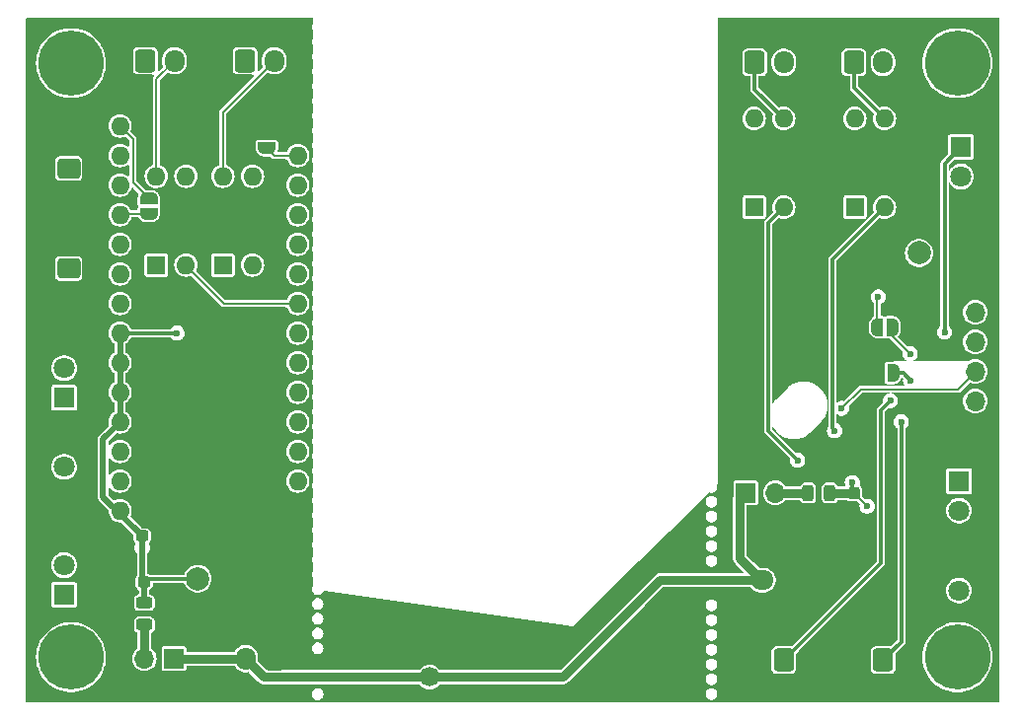
<source format=gbr>
%TF.GenerationSoftware,KiCad,Pcbnew,8.0.9-8.0.9-0~ubuntu22.04.1*%
%TF.CreationDate,2025-11-06T16:29:17+09:00*%
%TF.ProjectId,TweliteEmergencyStop,5477656c-6974-4654-956d-657267656e63,rev?*%
%TF.SameCoordinates,Original*%
%TF.FileFunction,Copper,L2,Bot*%
%TF.FilePolarity,Positive*%
%FSLAX46Y46*%
G04 Gerber Fmt 4.6, Leading zero omitted, Abs format (unit mm)*
G04 Created by KiCad (PCBNEW 8.0.9-8.0.9-0~ubuntu22.04.1) date 2025-11-06 16:29:17*
%MOMM*%
%LPD*%
G01*
G04 APERTURE LIST*
G04 Aperture macros list*
%AMRoundRect*
0 Rectangle with rounded corners*
0 $1 Rounding radius*
0 $2 $3 $4 $5 $6 $7 $8 $9 X,Y pos of 4 corners*
0 Add a 4 corners polygon primitive as box body*
4,1,4,$2,$3,$4,$5,$6,$7,$8,$9,$2,$3,0*
0 Add four circle primitives for the rounded corners*
1,1,$1+$1,$2,$3*
1,1,$1+$1,$4,$5*
1,1,$1+$1,$6,$7*
1,1,$1+$1,$8,$9*
0 Add four rect primitives between the rounded corners*
20,1,$1+$1,$2,$3,$4,$5,0*
20,1,$1+$1,$4,$5,$6,$7,0*
20,1,$1+$1,$6,$7,$8,$9,0*
20,1,$1+$1,$8,$9,$2,$3,0*%
%AMFreePoly0*
4,1,19,0.500000,-0.750000,0.000000,-0.750000,0.000000,-0.744911,-0.071157,-0.744911,-0.207708,-0.704816,-0.327430,-0.627875,-0.420627,-0.520320,-0.479746,-0.390866,-0.500000,-0.250000,-0.500000,0.250000,-0.479746,0.390866,-0.420627,0.520320,-0.327430,0.627875,-0.207708,0.704816,-0.071157,0.744911,0.000000,0.744911,0.000000,0.750000,0.500000,0.750000,0.500000,-0.750000,0.500000,-0.750000,
$1*%
%AMFreePoly1*
4,1,19,0.000000,0.744911,0.071157,0.744911,0.207708,0.704816,0.327430,0.627875,0.420627,0.520320,0.479746,0.390866,0.500000,0.250000,0.500000,-0.250000,0.479746,-0.390866,0.420627,-0.520320,0.327430,-0.627875,0.207708,-0.704816,0.071157,-0.744911,0.000000,-0.744911,0.000000,-0.750000,-0.500000,-0.750000,-0.500000,0.750000,0.000000,0.750000,0.000000,0.744911,0.000000,0.744911,
$1*%
G04 Aperture macros list end*
%TA.AperFunction,ComponentPad*%
%ADD10RoundRect,0.250000X-0.600000X-0.725000X0.600000X-0.725000X0.600000X0.725000X-0.600000X0.725000X0*%
%TD*%
%TA.AperFunction,ComponentPad*%
%ADD11O,1.700000X1.950000*%
%TD*%
%TA.AperFunction,ComponentPad*%
%ADD12R,1.700000X1.700000*%
%TD*%
%TA.AperFunction,ComponentPad*%
%ADD13O,1.700000X1.700000*%
%TD*%
%TA.AperFunction,ComponentPad*%
%ADD14RoundRect,0.250000X0.725000X-0.600000X0.725000X0.600000X-0.725000X0.600000X-0.725000X-0.600000X0*%
%TD*%
%TA.AperFunction,ComponentPad*%
%ADD15O,1.950000X1.700000*%
%TD*%
%TA.AperFunction,ComponentPad*%
%ADD16C,2.000000*%
%TD*%
%TA.AperFunction,ComponentPad*%
%ADD17R,1.600000X1.600000*%
%TD*%
%TA.AperFunction,ComponentPad*%
%ADD18O,1.600000X1.600000*%
%TD*%
%TA.AperFunction,ComponentPad*%
%ADD19RoundRect,0.250000X0.600000X0.725000X-0.600000X0.725000X-0.600000X-0.725000X0.600000X-0.725000X0*%
%TD*%
%TA.AperFunction,ComponentPad*%
%ADD20C,1.700000*%
%TD*%
%TA.AperFunction,ComponentPad*%
%ADD21C,5.600000*%
%TD*%
%TA.AperFunction,ComponentPad*%
%ADD22R,1.800000X1.800000*%
%TD*%
%TA.AperFunction,ComponentPad*%
%ADD23C,1.800000*%
%TD*%
%TA.AperFunction,ComponentPad*%
%ADD24RoundRect,0.250000X-0.725000X0.600000X-0.725000X-0.600000X0.725000X-0.600000X0.725000X0.600000X0*%
%TD*%
%TA.AperFunction,SMDPad,CuDef*%
%ADD25RoundRect,0.237500X0.300000X0.237500X-0.300000X0.237500X-0.300000X-0.237500X0.300000X-0.237500X0*%
%TD*%
%TA.AperFunction,SMDPad,CuDef*%
%ADD26FreePoly0,0.000000*%
%TD*%
%TA.AperFunction,SMDPad,CuDef*%
%ADD27FreePoly1,0.000000*%
%TD*%
%TA.AperFunction,SMDPad,CuDef*%
%ADD28RoundRect,0.237500X-0.237500X0.300000X-0.237500X-0.300000X0.237500X-0.300000X0.237500X0.300000X0*%
%TD*%
%TA.AperFunction,SMDPad,CuDef*%
%ADD29RoundRect,0.243750X-0.456250X0.243750X-0.456250X-0.243750X0.456250X-0.243750X0.456250X0.243750X0*%
%TD*%
%TA.AperFunction,SMDPad,CuDef*%
%ADD30FreePoly0,270.000000*%
%TD*%
%TA.AperFunction,SMDPad,CuDef*%
%ADD31FreePoly1,270.000000*%
%TD*%
%TA.AperFunction,SMDPad,CuDef*%
%ADD32RoundRect,0.243750X0.243750X0.456250X-0.243750X0.456250X-0.243750X-0.456250X0.243750X-0.456250X0*%
%TD*%
%TA.AperFunction,SMDPad,CuDef*%
%ADD33FreePoly0,180.000000*%
%TD*%
%TA.AperFunction,SMDPad,CuDef*%
%ADD34FreePoly1,180.000000*%
%TD*%
%TA.AperFunction,ViaPad*%
%ADD35C,0.600000*%
%TD*%
%TA.AperFunction,Conductor*%
%ADD36C,0.500000*%
%TD*%
%TA.AperFunction,Conductor*%
%ADD37C,0.200000*%
%TD*%
%TA.AperFunction,Conductor*%
%ADD38C,0.300000*%
%TD*%
%TA.AperFunction,Conductor*%
%ADD39C,0.800000*%
%TD*%
G04 APERTURE END LIST*
D10*
%TO.P,OUT1,1,Pin_1*%
%TO.N,Net-(J11-Pin_1)*%
X170544000Y-41456000D03*
D11*
%TO.P,OUT1,2,Pin_2*%
%TO.N,Net-(J11-Pin_2)*%
X173044000Y-41456000D03*
%TD*%
D12*
%TO.P,J2,1,Pin_1*%
%TO.N,/pwr*%
X164448000Y-92774000D03*
D13*
%TO.P,J2,2,Pin_2*%
%TO.N,Net-(J2-Pin_2)*%
X161908000Y-92774000D03*
%TD*%
D14*
%TO.P,Em2,1,Pin_1*%
%TO.N,/DI2_1*%
X155420000Y-59293000D03*
D15*
%TO.P,Em2,2,Pin_2*%
%TO.N,GND*%
X155420000Y-56793000D03*
%TD*%
D16*
%TO.P,Vcc,1,1*%
%TO.N,VCC*%
X166480000Y-85916000D03*
%TD*%
D17*
%TO.P,U6,1*%
%TO.N,Net-(R6-Pad1)*%
X222823000Y-54029000D03*
D18*
%TO.P,U6,2*%
%TO.N,/DO2_2*%
X225363000Y-54029000D03*
%TO.P,U6,3*%
%TO.N,Net-(J10-Pin_1)*%
X225363000Y-46409000D03*
%TO.P,U6,4*%
%TO.N,Net-(J10-Pin_2)*%
X222823000Y-46409000D03*
%TD*%
D19*
%TO.P,J13,1,Pin_1*%
%TO.N,GND*%
X173084000Y-92774000D03*
D11*
%TO.P,J13,2,Pin_2*%
%TO.N,/pwr*%
X170584000Y-92774000D03*
%TD*%
D10*
%TO.P,OUT1,1,Pin_1*%
%TO.N,Net-(J9-Pin_1)*%
X214232000Y-41593000D03*
D11*
%TO.P,OUT1,2,Pin_2*%
%TO.N,Net-(J9-Pin_2)*%
X216732000Y-41593000D03*
%TD*%
D17*
%TO.P,U4,1*%
%TO.N,Net-(R4-Pad1)*%
X162924000Y-58992000D03*
D18*
%TO.P,U4,2*%
%TO.N,/DO2_1*%
X165464000Y-58992000D03*
%TO.P,U4,3*%
%TO.N,Net-(J12-Pin_1)*%
X165464000Y-51372000D03*
%TO.P,U4,4*%
%TO.N,Net-(J12-Pin_2)*%
X162924000Y-51372000D03*
%TD*%
D16*
%TO.P,Vcc,1,1*%
%TO.N,VCC*%
X228320000Y-57956000D03*
%TD*%
D20*
%TO.P,J1,1,Pin_1*%
%TO.N,GND*%
X200870000Y-94356000D03*
%TO.P,J1,2,Pin_2*%
%TO.N,/pwr*%
X186370000Y-94356000D03*
%TD*%
D19*
%TO.P,Em2,1,Pin_1*%
%TO.N,/DI1_2*%
X225241000Y-92901000D03*
D11*
%TO.P,Em2,2,Pin_2*%
%TO.N,GND*%
X222741000Y-92901000D03*
%TD*%
D17*
%TO.P,U3,1*%
%TO.N,Net-(R3-Pad1)*%
X168639000Y-58992000D03*
D18*
%TO.P,U3,2*%
%TO.N,/DO1_1*%
X171179000Y-58992000D03*
%TO.P,U3,3*%
%TO.N,Net-(J11-Pin_1)*%
X171179000Y-51372000D03*
%TO.P,U3,4*%
%TO.N,Net-(J11-Pin_2)*%
X168639000Y-51372000D03*
%TD*%
D17*
%TO.P,U2,1,GND*%
%TO.N,GND*%
X175060000Y-80074000D03*
D18*
%TO.P,U2,2,DIO14/SCL*%
%TO.N,unconnected-(U2-DIO14{slash}SCL-Pad2)*%
X175060000Y-77534000D03*
%TO.P,U2,3,DIO7/RX*%
%TO.N,unconnected-(U2-DIO7{slash}RX-Pad3)*%
X175060000Y-74994000D03*
%TO.P,U2,4,DIO5/PWM1*%
%TO.N,unconnected-(U2-DIO5{slash}PWM1-Pad4)*%
X175060000Y-72454000D03*
%TO.P,U2,5,DIO18/DO1*%
%TO.N,/DO1_1*%
X175060000Y-69914000D03*
%TO.P,U2,6,DO0/PWM2*%
%TO.N,unconnected-(U2-DO0{slash}PWM2-Pad6)*%
X175060000Y-67374000D03*
%TO.P,U2,7,DO1/PWM3*%
%TO.N,unconnected-(U2-DO1{slash}PWM3-Pad7)*%
X175060000Y-64834000D03*
%TO.P,U2,8,DIO19/DO2*%
%TO.N,/DO2_1*%
X175060000Y-62294000D03*
%TO.P,U2,9,DIO4/DO3*%
%TO.N,unconnected-(U2-DIO4{slash}DO3-Pad9)*%
X175060000Y-59754000D03*
%TO.P,U2,10,DIO6/TX*%
%TO.N,unconnected-(U2-DIO6{slash}TX-Pad10)*%
X175060000Y-57214000D03*
%TO.P,U2,11,DIO8/PWM4*%
%TO.N,unconnected-(U2-DIO8{slash}PWM4-Pad11)*%
X175060000Y-54674000D03*
%TO.P,U2,12,DIO9/DO4*%
%TO.N,Net-(D2-K)*%
X175060000Y-52134000D03*
%TO.P,U2,13,DIO10/M1*%
%TO.N,Net-(JP2-B)*%
X175060000Y-49594000D03*
%TO.P,U2,14,GND*%
%TO.N,GND*%
X175060000Y-47054000D03*
%TO.P,U2,15,DIO12/DI1*%
%TO.N,/DI1_1*%
X159820000Y-47054000D03*
%TO.P,U2,16,DIO13/DI2*%
%TO.N,/DI2_1*%
X159820000Y-49594000D03*
%TO.P,U2,17,DIO11/DI3*%
%TO.N,unconnected-(U2-DIO11{slash}DI3-Pad17)*%
X159820000Y-52134000D03*
%TO.P,U2,18,DIO16/DI4*%
%TO.N,Net-(JP4-B)*%
X159820000Y-54674000D03*
%TO.P,U2,19,DIO15/SDA*%
%TO.N,unconnected-(U2-DIO15{slash}SDA-Pad19)*%
X159820000Y-57214000D03*
%TO.P,U2,20,DIO17/BPS*%
%TO.N,unconnected-(U2-DIO17{slash}BPS-Pad20)*%
X159820000Y-59754000D03*
%TO.P,U2,21,~{RESET}*%
%TO.N,unconnected-(U2-~{RESET}-Pad21)*%
X159820000Y-62294000D03*
%TO.P,U2,22,ADC1/AI1*%
%TO.N,VCC*%
X159820000Y-64834000D03*
%TO.P,U2,23,DIO0/AI2*%
X159820000Y-67374000D03*
%TO.P,U2,24,ADC2/AI3*%
X159820000Y-69914000D03*
%TO.P,U2,25,DIO1/AI4*%
X159820000Y-72454000D03*
%TO.P,U2,26,DIO2/M2*%
%TO.N,unconnected-(U2-DIO2{slash}M2-Pad26)*%
X159820000Y-74994000D03*
%TO.P,U2,27,DIO3/M3*%
%TO.N,unconnected-(U2-DIO3{slash}M3-Pad27)*%
X159820000Y-77534000D03*
%TO.P,U2,28,VCC*%
%TO.N,VCC*%
X159820000Y-80074000D03*
%TD*%
D16*
%TO.P,GND,1,1*%
%TO.N,GND*%
X233320000Y-57956000D03*
%TD*%
D21*
%TO.P,REF\u002A\u002A,1*%
%TO.N,N/C*%
X155620000Y-92656000D03*
%TD*%
D19*
%TO.P,Em1,1,Pin_1*%
%TO.N,/DI2_2*%
X216721200Y-92901000D03*
D11*
%TO.P,Em1,2,Pin_2*%
%TO.N,GND*%
X214221200Y-92901000D03*
%TD*%
D17*
%TO.P,U5,1*%
%TO.N,Net-(R5-Pad1)*%
X214187000Y-54029000D03*
D18*
%TO.P,U5,2*%
%TO.N,/DO1_2*%
X216727000Y-54029000D03*
%TO.P,U5,3*%
%TO.N,Net-(J9-Pin_1)*%
X216727000Y-46409000D03*
%TO.P,U5,4*%
%TO.N,Net-(J9-Pin_2)*%
X214187000Y-46409000D03*
%TD*%
D21*
%TO.P,REF\u002A\u002A,1*%
%TO.N,N/C*%
X231620000Y-92656000D03*
%TD*%
D22*
%TO.P,User,1,K*%
%TO.N,Net-(D2-K)*%
X155020000Y-70379666D03*
D23*
%TO.P,User,2,A*%
%TO.N,Net-(D2-A)*%
X155020000Y-67839666D03*
%TD*%
D14*
%TO.P,Em1,1,Pin_1*%
%TO.N,/DI1_1*%
X155420000Y-50697000D03*
D15*
%TO.P,Em1,2,Pin_2*%
%TO.N,GND*%
X155420000Y-48197000D03*
%TD*%
D16*
%TO.P,GND,1,1*%
%TO.N,GND*%
X170925000Y-85916000D03*
%TD*%
D12*
%TO.P,J5,1,Pin_1*%
%TO.N,GND*%
X233155000Y-73216000D03*
D13*
%TO.P,J5,2,Pin_2*%
%TO.N,/TX2*%
X233155000Y-70676000D03*
%TO.P,J5,3,Pin_3*%
%TO.N,/PRG2*%
X233155000Y-68136000D03*
%TO.P,J5,4,Pin_4*%
%TO.N,/RX2*%
X233155000Y-65596000D03*
%TO.P,J5,5,Pin_5*%
%TO.N,/RST2*%
X233155000Y-63056000D03*
%TD*%
D22*
%TO.P,Power,1,K*%
%TO.N,GND*%
X231758000Y-84392000D03*
D23*
%TO.P,Power,2,A*%
%TO.N,Net-(D3-A)*%
X231758000Y-86932000D03*
%TD*%
D22*
%TO.P,Low Voltage,1,K*%
%TO.N,Net-(D6-K)*%
X231758000Y-77529000D03*
D23*
%TO.P,Low Voltage,2,A*%
%TO.N,Net-(D6-A)*%
X231758000Y-80069000D03*
%TD*%
D24*
%TO.P,J14,1,Pin_1*%
%TO.N,GND*%
X214867000Y-83543000D03*
D15*
%TO.P,J14,2,Pin_2*%
%TO.N,/pwr*%
X214867000Y-86043000D03*
%TD*%
D21*
%TO.P,REF\u002A\u002A,1*%
%TO.N,N/C*%
X231620000Y-41656000D03*
%TD*%
D22*
%TO.P,Low Voltage,1,K*%
%TO.N,Net-(D5-K)*%
X155020000Y-87296000D03*
D23*
%TO.P,Low Voltage,2,A*%
%TO.N,Net-(D5-A)*%
X155020000Y-84756000D03*
%TD*%
D10*
%TO.P,OUT2,1,Pin_1*%
%TO.N,Net-(J10-Pin_1)*%
X222741000Y-41593000D03*
D11*
%TO.P,OUT2,2,Pin_2*%
%TO.N,Net-(J10-Pin_2)*%
X225241000Y-41593000D03*
%TD*%
D22*
%TO.P,User,1,K*%
%TO.N,Net-(D1-K)*%
X231920000Y-48856000D03*
D23*
%TO.P,User,2,A*%
%TO.N,Net-(D1-A)*%
X231920000Y-51396000D03*
%TD*%
D10*
%TO.P,O2,1,Pin_1*%
%TO.N,Net-(J12-Pin_1)*%
X161994000Y-41456000D03*
D11*
%TO.P,O2,2,Pin_2*%
%TO.N,Net-(J12-Pin_2)*%
X164494000Y-41456000D03*
%TD*%
D12*
%TO.P,J6,1,Pin_1*%
%TO.N,/pwr*%
X213465000Y-78550000D03*
D13*
%TO.P,J6,2,Pin_2*%
%TO.N,Net-(J6-Pin_2)*%
X216005000Y-78550000D03*
%TD*%
D22*
%TO.P,Power,1,K*%
%TO.N,GND*%
X155020000Y-78846333D03*
D23*
%TO.P,Power,2,A*%
%TO.N,Net-(D4-A)*%
X155020000Y-76306333D03*
%TD*%
D21*
%TO.P,REF\u002A\u002A,1*%
%TO.N,N/C*%
X155620000Y-41656000D03*
%TD*%
D25*
%TO.P,C1,1*%
%TO.N,VCC*%
X161880503Y-86201003D03*
%TO.P,C1,2*%
%TO.N,GND*%
X160155503Y-86201003D03*
%TD*%
D26*
%TO.P,JP1,1,A*%
%TO.N,GND*%
X224811000Y-68263000D03*
D27*
%TO.P,JP1,2,B*%
%TO.N,Net-(JP1-B)*%
X226111000Y-68263000D03*
%TD*%
D28*
%TO.P,C2,1*%
%TO.N,VCC*%
X222741000Y-78550000D03*
%TO.P,C2,2*%
%TO.N,GND*%
X222741000Y-80275000D03*
%TD*%
D25*
%TO.P,C3,1*%
%TO.N,VCC*%
X161720000Y-82256000D03*
%TO.P,C3,2*%
%TO.N,GND*%
X159995000Y-82256000D03*
%TD*%
D29*
%TO.P,F1,1*%
%TO.N,VCC*%
X161908000Y-87978000D03*
%TO.P,F1,2*%
%TO.N,Net-(J2-Pin_2)*%
X161908000Y-89853000D03*
%TD*%
D30*
%TO.P,JP2,1,A*%
%TO.N,GND*%
X172420000Y-47656000D03*
D31*
%TO.P,JP2,2,B*%
%TO.N,Net-(JP2-B)*%
X172420000Y-48956000D03*
%TD*%
D32*
%TO.P,F2,1*%
%TO.N,VCC*%
X220679000Y-78550000D03*
%TO.P,F2,2*%
%TO.N,Net-(J6-Pin_2)*%
X218804000Y-78550000D03*
%TD*%
D30*
%TO.P,JP4,1,A*%
%TO.N,/DI1_1*%
X162289000Y-53277000D03*
D31*
%TO.P,JP4,2,B*%
%TO.N,Net-(JP4-B)*%
X162289000Y-54577000D03*
%TD*%
D33*
%TO.P,JP3,1,A*%
%TO.N,/DI1_2*%
X226043000Y-64326000D03*
D34*
%TO.P,JP3,2,B*%
%TO.N,Net-(JP3-B)*%
X224743000Y-64326000D03*
%TD*%
D35*
%TO.N,VCC*%
X223884000Y-79693000D03*
X161720000Y-83249000D03*
X164702000Y-64834000D03*
X222614000Y-77661000D03*
%TO.N,GND*%
X172576000Y-61278000D03*
X166480000Y-63056000D03*
X228710000Y-45911000D03*
X233790000Y-53531000D03*
X156828000Y-74994000D03*
X223630000Y-70676000D03*
X170290000Y-45276000D03*
X188070000Y-95822000D03*
X219820000Y-45911000D03*
X225916000Y-73216000D03*
X209025000Y-80455000D03*
X218870000Y-62431000D03*
X223249000Y-64326000D03*
X161654000Y-62040000D03*
X159876000Y-88964000D03*
X159622000Y-95568000D03*
X175116000Y-82614000D03*
X230695000Y-70981000D03*
X221090000Y-82995000D03*
X214740000Y-77026000D03*
X167496000Y-42990000D03*
X234495000Y-67131000D03*
X158352000Y-58484000D03*
X233409000Y-88710000D03*
X213470000Y-50356000D03*
X219695000Y-68406000D03*
X199246000Y-95695000D03*
X229520000Y-61556000D03*
X167496000Y-72962000D03*
X222495000Y-59681000D03*
X152510000Y-77280000D03*
X231520000Y-55956000D03*
X161908000Y-47562000D03*
X212835000Y-64961000D03*
X218550000Y-87186000D03*
X229695000Y-55881000D03*
X164448000Y-61532000D03*
X225916000Y-76137000D03*
X224011000Y-76137000D03*
X233155000Y-61151000D03*
X163686000Y-44514000D03*
X221720000Y-69906000D03*
X221695000Y-55456000D03*
X219820000Y-50356000D03*
X170036000Y-47816000D03*
X152510000Y-62040000D03*
X168258000Y-95568000D03*
X223376000Y-82614000D03*
X164194000Y-47562000D03*
X219820000Y-38926000D03*
X173084000Y-50864000D03*
X152510000Y-68898000D03*
X221745000Y-65656000D03*
X226120000Y-59456000D03*
X228075000Y-75756000D03*
X216620000Y-59456000D03*
X228075000Y-38926000D03*
X224265000Y-43371000D03*
X223630000Y-72962000D03*
X208517000Y-89091000D03*
X168258000Y-89980000D03*
X231420000Y-66906000D03*
X216670000Y-64331000D03*
X234425000Y-45911000D03*
X152510000Y-81598000D03*
X152510000Y-89218000D03*
X233155000Y-75629000D03*
X157844000Y-61786000D03*
X158352000Y-81598000D03*
X157844000Y-50356000D03*
X191880000Y-92774000D03*
X226945000Y-55506000D03*
X219670000Y-64281000D03*
X197468000Y-95695000D03*
X212835000Y-58611000D03*
X170290000Y-61278000D03*
X217534000Y-80963000D03*
X166988000Y-47816000D03*
X228075000Y-85027000D03*
X212835000Y-71311000D03*
X216395000Y-55831000D03*
X225916000Y-77534000D03*
X159368000Y-38672000D03*
X158352000Y-52642000D03*
X165718000Y-54674000D03*
X171814000Y-77280000D03*
X159368000Y-44514000D03*
X233155000Y-82106000D03*
X199246000Y-90742000D03*
X208517000Y-95060000D03*
X175116000Y-89980000D03*
X225154000Y-85789000D03*
X163432000Y-68898000D03*
X163686000Y-77280000D03*
X152510000Y-44514000D03*
X178164000Y-88456000D03*
X169528000Y-57468000D03*
X212454000Y-88202000D03*
X173084000Y-65596000D03*
X168258000Y-82614000D03*
X158352000Y-68644000D03*
X158352000Y-85408000D03*
X183752000Y-92774000D03*
X227948000Y-89980000D03*
X158098000Y-65850000D03*
X212835000Y-38926000D03*
X226805000Y-50356000D03*
X158098000Y-71438000D03*
X229345000Y-80201000D03*
X152256000Y-53658000D03*
X171814000Y-68898000D03*
X223445000Y-68156000D03*
X219820000Y-92901000D03*
X178418000Y-95822000D03*
X175624000Y-38672000D03*
X204620000Y-89156000D03*
X208120000Y-84656000D03*
X227070000Y-63356000D03*
X231420000Y-63331000D03*
X219970000Y-59306000D03*
X170290000Y-63056000D03*
X221795000Y-62881000D03*
X167496000Y-38672000D03*
X215375000Y-43371000D03*
X216520000Y-69081000D03*
X227948000Y-73470000D03*
X227440000Y-93536000D03*
X174100000Y-48324000D03*
X173592000Y-53404000D03*
X224845000Y-57406000D03*
%TO.N,Net-(D1-K)*%
X230520000Y-64756000D03*
%TO.N,/DI1_2*%
X227567000Y-66612000D03*
X226805000Y-72454000D03*
%TO.N,/PRG2*%
X221695750Y-71281750D03*
%TO.N,/DI2_2*%
X225871500Y-70631500D03*
%TO.N,Net-(JP1-B)*%
X227605000Y-68898000D03*
%TO.N,/DO2_2*%
X221090000Y-73216000D03*
%TO.N,/DO1_2*%
X217915000Y-75756000D03*
%TO.N,Net-(JP3-B)*%
X224836500Y-61722500D03*
%TD*%
D36*
%TO.N,VCC*%
X161804000Y-82256000D02*
X161720000Y-82256000D01*
D37*
X223884000Y-79693000D02*
X222741000Y-78550000D01*
D36*
X161720000Y-82256000D02*
X161720000Y-83249000D01*
D38*
X222614000Y-77661000D02*
X222614000Y-78423000D01*
D36*
X158372000Y-78908000D02*
X158372000Y-73902000D01*
X161880503Y-86201003D02*
X161880503Y-87950503D01*
D38*
X164702000Y-64834000D02*
X159820000Y-64834000D01*
D36*
X161720000Y-82256000D02*
X158372000Y-78908000D01*
X161880503Y-87950503D02*
X161908000Y-87978000D01*
X159820000Y-65032000D02*
X159622000Y-64834000D01*
X159820000Y-72454000D02*
X159820000Y-65032000D01*
X158372000Y-73902000D02*
X159820000Y-72454000D01*
X161720000Y-86040500D02*
X161880503Y-86201003D01*
D38*
X162165506Y-85916000D02*
X161880503Y-86201003D01*
D36*
X161720000Y-83249000D02*
X161720000Y-86040500D01*
D39*
X220679000Y-78550000D02*
X222741000Y-78550000D01*
D38*
X166480000Y-85916000D02*
X162165506Y-85916000D01*
X222614000Y-78423000D02*
X222741000Y-78550000D01*
%TO.N,Net-(D1-K)*%
X230520000Y-64756000D02*
X230520000Y-50256000D01*
X230520000Y-50256000D02*
X231920000Y-48856000D01*
D37*
%TO.N,/DI1_1*%
X162289000Y-53277000D02*
X160920000Y-51908000D01*
X160920000Y-48154000D02*
X159820000Y-47054000D01*
X160920000Y-51908000D02*
X160920000Y-48154000D01*
%TO.N,/DI1_2*%
X226043000Y-65088000D02*
X226043000Y-64326000D01*
X227567000Y-66612000D02*
X226043000Y-65088000D01*
D38*
X226805000Y-91337000D02*
X225241000Y-92901000D01*
X226805000Y-72454000D02*
X226805000Y-91337000D01*
D37*
%TO.N,/PRG2*%
X221695750Y-71281750D02*
X223317500Y-69660000D01*
X223317500Y-69660000D02*
X231631000Y-69660000D01*
X231631000Y-69660000D02*
X233155000Y-68136000D01*
D39*
%TO.N,Net-(J2-Pin_2)*%
X161908000Y-89853000D02*
X161908000Y-92774000D01*
%TO.N,Net-(J6-Pin_2)*%
X216005000Y-78550000D02*
X218804000Y-78550000D01*
D38*
%TO.N,/DI2_2*%
X225871500Y-70631500D02*
X225065000Y-71438000D01*
X225065000Y-71438000D02*
X225065000Y-84557200D01*
X225065000Y-84557200D02*
X216721200Y-92901000D01*
%TO.N,Net-(J9-Pin_1)*%
X214232000Y-41593000D02*
X214232000Y-43914000D01*
X214232000Y-43914000D02*
X216727000Y-46409000D01*
%TO.N,Net-(J10-Pin_1)*%
X222741000Y-41593000D02*
X222741000Y-43787000D01*
X222741000Y-43787000D02*
X225363000Y-46409000D01*
D37*
%TO.N,Net-(J11-Pin_2)*%
X168639000Y-51372000D02*
X168639000Y-45861000D01*
X168639000Y-45861000D02*
X173044000Y-41456000D01*
%TO.N,Net-(J12-Pin_2)*%
X162924000Y-43026000D02*
X164494000Y-41456000D01*
X162924000Y-51372000D02*
X162924000Y-43026000D01*
D38*
%TO.N,Net-(JP1-B)*%
X226111000Y-68263000D02*
X226970000Y-68263000D01*
X226970000Y-68263000D02*
X227605000Y-68898000D01*
D37*
%TO.N,Net-(JP2-B)*%
X172420000Y-48956000D02*
X173058000Y-49594000D01*
X173058000Y-49594000D02*
X174862000Y-49594000D01*
D38*
%TO.N,/DO2_2*%
X221090000Y-73216000D02*
X220895750Y-73021750D01*
X220895750Y-58496250D02*
X225363000Y-54029000D01*
X220895750Y-73021750D02*
X220895750Y-58496250D01*
%TO.N,/DO1_2*%
X215392236Y-55363764D02*
X215392236Y-73233236D01*
X216727000Y-54029000D02*
X215392236Y-55363764D01*
X215392236Y-73233236D02*
X217915000Y-75756000D01*
D37*
%TO.N,/DO2_1*%
X168766000Y-62294000D02*
X174862000Y-62294000D01*
X165464000Y-58992000D02*
X168766000Y-62294000D01*
D39*
%TO.N,/pwr*%
X206104000Y-86043000D02*
X197791000Y-94356000D01*
X170584000Y-92774000D02*
X170584000Y-92814000D01*
X170584000Y-92814000D02*
X172126000Y-94356000D01*
X164448000Y-92774000D02*
X170584000Y-92774000D01*
X172126000Y-94356000D02*
X186370000Y-94356000D01*
X213817000Y-84993000D02*
X213782990Y-84993000D01*
X214867000Y-86043000D02*
X213817000Y-84993000D01*
X213782990Y-84993000D02*
X212962000Y-84172010D01*
X212962000Y-79053000D02*
X213465000Y-78550000D01*
X197791000Y-94356000D02*
X186370000Y-94356000D01*
X214867000Y-86043000D02*
X206104000Y-86043000D01*
X212962000Y-84172010D02*
X212962000Y-79053000D01*
D37*
%TO.N,Net-(JP3-B)*%
X224743000Y-61816000D02*
X224743000Y-64326000D01*
X224836500Y-61722500D02*
X224743000Y-61816000D01*
%TO.N,Net-(JP4-B)*%
X162289000Y-54577000D02*
X159917000Y-54577000D01*
X159917000Y-54577000D02*
X159820000Y-54674000D01*
%TD*%
%TA.AperFunction,Conductor*%
%TO.N,GND*%
G36*
X176328952Y-37776185D02*
G01*
X176374707Y-37828989D01*
X176385913Y-37880549D01*
X176385798Y-38174444D01*
X176366087Y-38241475D01*
X176355514Y-38255595D01*
X176341623Y-38271626D01*
X176281834Y-38402543D01*
X176261353Y-38545000D01*
X176281834Y-38687456D01*
X176341622Y-38818371D01*
X176341625Y-38818377D01*
X176355224Y-38834070D01*
X176384250Y-38897625D01*
X176385512Y-38915321D01*
X176385307Y-39445010D01*
X176365596Y-39512042D01*
X176355022Y-39526162D01*
X176341625Y-39541622D01*
X176341622Y-39541628D01*
X176281834Y-39672543D01*
X176261353Y-39815000D01*
X176281834Y-39957456D01*
X176341621Y-40088370D01*
X176341622Y-40088371D01*
X176341623Y-40088373D01*
X176354736Y-40103506D01*
X176383759Y-40167060D01*
X176385021Y-40184754D01*
X176384815Y-40715578D01*
X176365104Y-40782610D01*
X176354532Y-40796728D01*
X176341624Y-40811625D01*
X176341621Y-40811629D01*
X176281834Y-40942543D01*
X176261353Y-41085000D01*
X176281834Y-41227456D01*
X176304696Y-41277515D01*
X176341623Y-41358373D01*
X176354244Y-41372938D01*
X176383269Y-41436493D01*
X176384531Y-41454189D01*
X176384324Y-41986143D01*
X176364613Y-42053175D01*
X176354042Y-42067292D01*
X176341625Y-42081622D01*
X176341623Y-42081625D01*
X176281834Y-42212543D01*
X176261353Y-42355000D01*
X176281834Y-42497456D01*
X176324615Y-42591131D01*
X176341623Y-42628373D01*
X176353752Y-42642371D01*
X176382778Y-42705925D01*
X176384040Y-42723622D01*
X176383833Y-43256710D01*
X176364122Y-43323742D01*
X176353551Y-43337859D01*
X176341625Y-43351623D01*
X176341622Y-43351628D01*
X176281834Y-43482543D01*
X176261353Y-43625000D01*
X176281834Y-43767456D01*
X176341622Y-43898371D01*
X176341623Y-43898373D01*
X176353262Y-43911805D01*
X176382287Y-43975361D01*
X176383549Y-43993056D01*
X176383342Y-44527278D01*
X176363631Y-44594310D01*
X176353059Y-44608428D01*
X176341624Y-44621625D01*
X176341621Y-44621629D01*
X176281834Y-44752543D01*
X176261353Y-44895000D01*
X176281834Y-45037456D01*
X176341622Y-45168371D01*
X176341625Y-45168377D01*
X176352770Y-45181238D01*
X176381796Y-45244793D01*
X176383058Y-45262489D01*
X176382850Y-45797844D01*
X176363139Y-45864876D01*
X176352568Y-45878992D01*
X176341628Y-45891618D01*
X176341623Y-45891625D01*
X176281834Y-46022543D01*
X176261353Y-46165000D01*
X176281834Y-46307456D01*
X176341622Y-46438371D01*
X176341625Y-46438377D01*
X176352281Y-46450674D01*
X176381306Y-46514230D01*
X176382568Y-46531924D01*
X176382360Y-47068410D01*
X176362649Y-47135442D01*
X176352077Y-47149560D01*
X176341624Y-47161624D01*
X176341623Y-47161626D01*
X176281834Y-47292543D01*
X176261353Y-47435000D01*
X176281834Y-47577456D01*
X176304696Y-47627515D01*
X176341623Y-47708373D01*
X176351790Y-47720106D01*
X176380815Y-47783662D01*
X176382077Y-47801357D01*
X176381868Y-48338979D01*
X176362157Y-48406011D01*
X176351586Y-48420128D01*
X176341624Y-48431625D01*
X176341621Y-48431629D01*
X176281834Y-48562543D01*
X176261353Y-48705000D01*
X176281834Y-48847456D01*
X176304696Y-48897515D01*
X176341623Y-48978373D01*
X176351298Y-48989539D01*
X176380324Y-49053093D01*
X176381586Y-49070790D01*
X176381377Y-49609544D01*
X176361666Y-49676576D01*
X176351096Y-49690692D01*
X176341625Y-49701622D01*
X176341623Y-49701625D01*
X176284996Y-49825621D01*
X176267459Y-49845859D01*
X176274987Y-49872369D01*
X176273730Y-49888909D01*
X176261353Y-49974998D01*
X176261353Y-49975000D01*
X176261890Y-49978733D01*
X176281834Y-50117456D01*
X176341621Y-50248370D01*
X176341624Y-50248374D01*
X176350808Y-50258973D01*
X176379833Y-50322529D01*
X176381095Y-50340223D01*
X176380886Y-50880111D01*
X176361175Y-50947143D01*
X176350604Y-50961260D01*
X176341625Y-50971622D01*
X176341623Y-50971625D01*
X176281834Y-51102543D01*
X176261353Y-51245000D01*
X176281834Y-51387456D01*
X176341622Y-51518371D01*
X176341623Y-51518373D01*
X176350317Y-51528406D01*
X176379343Y-51591962D01*
X176380605Y-51609658D01*
X176380395Y-52150679D01*
X176360684Y-52217711D01*
X176350113Y-52231828D01*
X176341624Y-52241625D01*
X176341621Y-52241629D01*
X176284996Y-52365621D01*
X176267459Y-52385859D01*
X176274987Y-52412369D01*
X176273730Y-52428909D01*
X176262140Y-52509525D01*
X176261353Y-52515000D01*
X176261890Y-52518733D01*
X176281834Y-52657456D01*
X176299779Y-52696749D01*
X176341623Y-52788373D01*
X176349825Y-52797839D01*
X176378851Y-52861393D01*
X176380114Y-52879091D01*
X176379904Y-53421245D01*
X176360193Y-53488277D01*
X176349621Y-53502395D01*
X176341625Y-53511622D01*
X176341622Y-53511628D01*
X176281834Y-53642543D01*
X176261353Y-53785000D01*
X176281834Y-53927456D01*
X176303662Y-53975251D01*
X176341623Y-54058373D01*
X176349336Y-54067274D01*
X176378361Y-54130830D01*
X176379623Y-54148525D01*
X176379412Y-54691812D01*
X176359701Y-54758844D01*
X176349131Y-54772960D01*
X176341625Y-54781622D01*
X176341623Y-54781625D01*
X176284996Y-54905621D01*
X176267459Y-54925859D01*
X176274987Y-54952369D01*
X176273730Y-54968909D01*
X176266543Y-55018899D01*
X176261353Y-55055000D01*
X176261890Y-55058733D01*
X176281834Y-55197456D01*
X176322066Y-55285550D01*
X176341623Y-55328373D01*
X176348844Y-55336706D01*
X176377870Y-55400261D01*
X176379132Y-55417958D01*
X176378921Y-55962380D01*
X176359210Y-56029412D01*
X176348640Y-56043528D01*
X176341624Y-56051625D01*
X176341621Y-56051629D01*
X176281834Y-56182543D01*
X176261353Y-56325000D01*
X176281834Y-56467456D01*
X176341622Y-56598371D01*
X176341623Y-56598373D01*
X176348355Y-56606142D01*
X176377380Y-56669698D01*
X176378642Y-56687393D01*
X176378430Y-57232946D01*
X176358719Y-57299978D01*
X176348151Y-57314092D01*
X176341624Y-57321625D01*
X176341621Y-57321629D01*
X176284996Y-57445621D01*
X176267459Y-57465859D01*
X176274987Y-57492369D01*
X176273730Y-57508909D01*
X176261353Y-57594998D01*
X176261353Y-57595000D01*
X176261890Y-57598733D01*
X176281834Y-57737456D01*
X176341622Y-57868371D01*
X176341623Y-57868373D01*
X176347863Y-57875574D01*
X176376889Y-57939130D01*
X176378151Y-57956826D01*
X176377939Y-58503512D01*
X176358228Y-58570544D01*
X176347658Y-58584659D01*
X176341628Y-58591618D01*
X176341623Y-58591625D01*
X176281834Y-58722543D01*
X176261353Y-58865000D01*
X176281834Y-59007456D01*
X176304696Y-59057515D01*
X176341623Y-59138373D01*
X176347371Y-59145007D01*
X176376397Y-59208561D01*
X176377660Y-59226259D01*
X176377447Y-59774080D01*
X176357736Y-59841112D01*
X176347166Y-59855228D01*
X176341626Y-59861622D01*
X176341623Y-59861625D01*
X176284996Y-59985621D01*
X176267459Y-60005859D01*
X176274987Y-60032369D01*
X176273730Y-60048909D01*
X176265539Y-60105882D01*
X176261353Y-60135000D01*
X176261890Y-60138733D01*
X176281834Y-60277456D01*
X176304696Y-60327515D01*
X176341623Y-60408373D01*
X176341624Y-60408374D01*
X176346883Y-60414443D01*
X176375908Y-60477999D01*
X176377170Y-60495694D01*
X176376957Y-61044647D01*
X176357246Y-61111679D01*
X176346675Y-61125796D01*
X176341624Y-61131625D01*
X176341621Y-61131629D01*
X176281834Y-61262543D01*
X176261353Y-61405000D01*
X176281834Y-61547456D01*
X176341622Y-61678371D01*
X176341623Y-61678373D01*
X176346390Y-61683874D01*
X176375416Y-61747429D01*
X176376679Y-61765127D01*
X176376465Y-62315213D01*
X176356754Y-62382245D01*
X176346186Y-62396359D01*
X176341625Y-62401622D01*
X176341623Y-62401625D01*
X176284996Y-62525621D01*
X176267459Y-62545859D01*
X176274987Y-62572369D01*
X176273730Y-62588909D01*
X176261353Y-62674998D01*
X176261353Y-62675000D01*
X176261890Y-62678733D01*
X176281834Y-62817456D01*
X176341622Y-62948371D01*
X176341625Y-62948377D01*
X176345901Y-62953311D01*
X176374926Y-63016867D01*
X176376188Y-63034561D01*
X176375974Y-63585780D01*
X176356263Y-63652812D01*
X176345694Y-63666927D01*
X176341624Y-63671624D01*
X176341623Y-63671626D01*
X176281834Y-63802543D01*
X176261353Y-63945000D01*
X176281834Y-64087456D01*
X176341622Y-64218371D01*
X176341623Y-64218373D01*
X176345409Y-64222742D01*
X176374435Y-64286298D01*
X176375697Y-64303994D01*
X176375483Y-64856348D01*
X176355772Y-64923380D01*
X176345202Y-64937495D01*
X176341627Y-64941621D01*
X176341621Y-64941629D01*
X176284996Y-65065621D01*
X176267459Y-65085859D01*
X176274987Y-65112369D01*
X176273730Y-65128909D01*
X176272348Y-65138524D01*
X176261353Y-65215000D01*
X176261890Y-65218733D01*
X176281834Y-65357456D01*
X176335230Y-65474375D01*
X176341623Y-65488373D01*
X176344917Y-65492174D01*
X176373943Y-65555729D01*
X176375206Y-65573427D01*
X176374992Y-66126913D01*
X176355282Y-66193945D01*
X176344714Y-66208058D01*
X176341625Y-66211622D01*
X176341623Y-66211625D01*
X176281834Y-66342543D01*
X176261353Y-66485000D01*
X176281834Y-66627456D01*
X176304696Y-66677515D01*
X176341623Y-66758373D01*
X176344429Y-66761611D01*
X176346209Y-66765509D01*
X176346418Y-66765834D01*
X176346371Y-66765864D01*
X176373454Y-66825166D01*
X176374716Y-66842862D01*
X176374501Y-67397480D01*
X176354790Y-67464512D01*
X176344222Y-67478626D01*
X176341624Y-67481624D01*
X176341623Y-67481626D01*
X176284996Y-67605621D01*
X176267459Y-67625859D01*
X176274987Y-67652369D01*
X176273730Y-67668909D01*
X176261353Y-67754998D01*
X176261353Y-67755000D01*
X176261890Y-67758733D01*
X176281834Y-67897456D01*
X176304696Y-67947515D01*
X176341623Y-68028373D01*
X176343936Y-68031042D01*
X176345403Y-68034255D01*
X176346418Y-68035834D01*
X176346191Y-68035979D01*
X176372962Y-68094597D01*
X176374225Y-68112295D01*
X176374010Y-68668048D01*
X176354299Y-68735080D01*
X176343730Y-68749194D01*
X176341627Y-68751621D01*
X176341621Y-68751629D01*
X176281834Y-68882543D01*
X176261353Y-69025000D01*
X176281834Y-69167456D01*
X176338164Y-69290799D01*
X176341623Y-69298373D01*
X176343448Y-69300479D01*
X176344605Y-69303013D01*
X176346418Y-69305834D01*
X176346012Y-69306094D01*
X176372472Y-69364035D01*
X176373734Y-69381729D01*
X176373518Y-69938615D01*
X176353807Y-70005647D01*
X176343242Y-70019757D01*
X176341627Y-70021621D01*
X176341623Y-70021627D01*
X176284996Y-70145621D01*
X176267459Y-70165859D01*
X176274987Y-70192369D01*
X176273730Y-70208909D01*
X176261353Y-70294998D01*
X176261353Y-70295000D01*
X176261890Y-70298733D01*
X176281834Y-70437456D01*
X176304696Y-70487515D01*
X176341623Y-70568373D01*
X176341624Y-70568374D01*
X176342956Y-70569911D01*
X176343800Y-70571760D01*
X176346418Y-70575833D01*
X176345832Y-70576209D01*
X176371982Y-70633467D01*
X176373244Y-70651163D01*
X176373027Y-71209181D01*
X176353316Y-71276213D01*
X176342750Y-71290324D01*
X176341628Y-71291618D01*
X176341623Y-71291625D01*
X176281834Y-71422543D01*
X176261353Y-71565000D01*
X176281834Y-71707456D01*
X176341622Y-71838371D01*
X176341623Y-71838373D01*
X176342462Y-71839341D01*
X176342994Y-71840506D01*
X176346418Y-71845834D01*
X176345652Y-71846326D01*
X176371490Y-71902896D01*
X176372753Y-71920596D01*
X176372536Y-72479749D01*
X176352825Y-72546781D01*
X176342259Y-72560893D01*
X176341624Y-72561625D01*
X176341621Y-72561629D01*
X176284996Y-72685621D01*
X176267459Y-72705859D01*
X176274987Y-72732369D01*
X176273730Y-72748909D01*
X176263522Y-72819913D01*
X176261353Y-72835000D01*
X176261890Y-72838733D01*
X176281834Y-72977456D01*
X176304696Y-73027515D01*
X176341623Y-73108373D01*
X176341975Y-73108779D01*
X176342198Y-73109267D01*
X176346418Y-73115834D01*
X176345473Y-73116440D01*
X176371000Y-73172335D01*
X176372262Y-73190030D01*
X176372044Y-73750316D01*
X176352333Y-73817348D01*
X176341771Y-73831454D01*
X176341629Y-73831617D01*
X176341623Y-73831627D01*
X176281834Y-73962543D01*
X176261353Y-74105000D01*
X176281834Y-74247456D01*
X176299347Y-74285803D01*
X176341623Y-74378373D01*
X176341627Y-74378378D01*
X176346418Y-74385833D01*
X176345293Y-74386555D01*
X176370509Y-74441765D01*
X176371772Y-74459464D01*
X176371554Y-75020881D01*
X176351843Y-75087913D01*
X176341915Y-75101171D01*
X176341623Y-75101625D01*
X176284996Y-75225621D01*
X176267459Y-75245859D01*
X176274987Y-75272369D01*
X176273730Y-75288909D01*
X176261353Y-75374998D01*
X176261353Y-75375000D01*
X176261890Y-75378733D01*
X176281834Y-75517456D01*
X176341622Y-75648371D01*
X176346418Y-75655834D01*
X176345113Y-75656672D01*
X176370017Y-75711194D01*
X176371280Y-75728896D01*
X176371062Y-76291449D01*
X176351351Y-76358481D01*
X176342317Y-76370546D01*
X176341623Y-76371626D01*
X176281834Y-76502543D01*
X176261353Y-76645000D01*
X176281834Y-76787456D01*
X176341622Y-76918371D01*
X176346418Y-76925834D01*
X176344935Y-76926786D01*
X176369527Y-76980633D01*
X176370790Y-76998331D01*
X176370571Y-77562017D01*
X176350860Y-77629049D01*
X176342722Y-77639917D01*
X176341623Y-77641627D01*
X176284996Y-77765621D01*
X176267459Y-77785859D01*
X176274987Y-77812369D01*
X176273730Y-77828909D01*
X176261353Y-77914998D01*
X176261353Y-77915000D01*
X176261890Y-77918733D01*
X176281834Y-78057456D01*
X176341622Y-78188371D01*
X176346418Y-78195834D01*
X176344754Y-78196902D01*
X176369036Y-78250061D01*
X176370299Y-78267764D01*
X176370080Y-78832582D01*
X176350369Y-78899614D01*
X176343126Y-78909287D01*
X176341623Y-78911625D01*
X176281834Y-79042543D01*
X176261353Y-79185000D01*
X176281834Y-79327456D01*
X176341621Y-79458370D01*
X176346416Y-79465830D01*
X176344574Y-79467013D01*
X176368546Y-79519503D01*
X176369808Y-79537197D01*
X176369589Y-80103149D01*
X176349878Y-80170181D01*
X176343528Y-80178661D01*
X176341623Y-80181626D01*
X176281834Y-80312543D01*
X176261353Y-80455000D01*
X176281834Y-80597456D01*
X176341622Y-80728371D01*
X176346418Y-80735834D01*
X176344396Y-80737133D01*
X176368055Y-80788929D01*
X176369318Y-80806632D01*
X176369098Y-81373717D01*
X176349387Y-81440749D01*
X176343929Y-81448038D01*
X176341623Y-81451627D01*
X176281834Y-81582543D01*
X176261353Y-81725000D01*
X176281834Y-81867456D01*
X176341623Y-81998373D01*
X176346418Y-82005835D01*
X176344217Y-82007248D01*
X176367565Y-82058372D01*
X176368827Y-82076066D01*
X176368607Y-82644282D01*
X176348896Y-82711314D01*
X176344334Y-82717407D01*
X176341623Y-82721625D01*
X176281834Y-82852543D01*
X176261353Y-82995000D01*
X176281834Y-83137456D01*
X176304696Y-83187515D01*
X176341623Y-83268373D01*
X176341627Y-83268378D01*
X176346418Y-83275833D01*
X176344037Y-83277362D01*
X176367074Y-83327801D01*
X176368337Y-83345500D01*
X176368116Y-83914849D01*
X176348405Y-83981881D01*
X176344736Y-83986781D01*
X176341623Y-83991626D01*
X176281834Y-84122543D01*
X176261353Y-84265000D01*
X176281834Y-84407456D01*
X176341622Y-84538371D01*
X176346418Y-84545834D01*
X176343856Y-84547480D01*
X176366581Y-84597217D01*
X176367846Y-84614933D01*
X176367625Y-85185417D01*
X176347914Y-85252449D01*
X176345142Y-85256150D01*
X176341621Y-85261629D01*
X176281834Y-85392543D01*
X176261353Y-85535000D01*
X176281834Y-85677456D01*
X176341621Y-85808370D01*
X176346416Y-85815830D01*
X176343678Y-85817589D01*
X176366093Y-85866669D01*
X176367355Y-85884366D01*
X176367134Y-86455983D01*
X176347424Y-86523015D01*
X176345542Y-86525527D01*
X176341622Y-86531628D01*
X176281834Y-86662543D01*
X176261353Y-86805000D01*
X176281834Y-86947456D01*
X176335230Y-87064375D01*
X176341623Y-87078373D01*
X176435872Y-87187143D01*
X176556947Y-87264953D01*
X176556950Y-87264954D01*
X176556949Y-87264954D01*
X176695036Y-87305499D01*
X176695038Y-87305500D01*
X176695039Y-87305500D01*
X176838962Y-87305500D01*
X176838962Y-87305499D01*
X176946121Y-87274035D01*
X176977050Y-87264954D01*
X176977050Y-87264953D01*
X176977053Y-87264953D01*
X177098128Y-87187143D01*
X177192377Y-87078373D01*
X177220554Y-87016672D01*
X177266307Y-86963872D01*
X177333346Y-86944187D01*
X177350854Y-86945429D01*
X198611000Y-89980000D01*
X198614644Y-92683119D01*
X197578584Y-93719181D01*
X197517261Y-93752666D01*
X197490903Y-93755500D01*
X187294803Y-93755500D01*
X187227764Y-93735815D01*
X187198950Y-93710165D01*
X187116410Y-93609590D01*
X187007743Y-93520410D01*
X186956450Y-93478315D01*
X186773954Y-93380768D01*
X186575934Y-93320700D01*
X186575932Y-93320699D01*
X186575934Y-93320699D01*
X186370000Y-93300417D01*
X186164067Y-93320699D01*
X185966043Y-93380769D01*
X185936430Y-93396598D01*
X185783550Y-93478315D01*
X185783548Y-93478316D01*
X185783547Y-93478317D01*
X185623589Y-93609590D01*
X185541050Y-93710165D01*
X185483305Y-93749499D01*
X185445197Y-93755500D01*
X172426097Y-93755500D01*
X172359058Y-93735815D01*
X172338416Y-93719181D01*
X171670819Y-93051584D01*
X171637334Y-92990261D01*
X171634500Y-92963903D01*
X171634500Y-92545534D01*
X171634499Y-92545530D01*
X171599593Y-92370046D01*
X171594130Y-92342580D01*
X171514941Y-92151402D01*
X171399977Y-91979345D01*
X171399975Y-91979342D01*
X171305633Y-91885000D01*
X176261353Y-91885000D01*
X176281834Y-92027456D01*
X176304696Y-92077515D01*
X176341623Y-92158373D01*
X176435872Y-92267143D01*
X176556947Y-92344953D01*
X176556950Y-92344954D01*
X176556949Y-92344954D01*
X176695036Y-92385499D01*
X176695038Y-92385500D01*
X176695039Y-92385500D01*
X176838962Y-92385500D01*
X176838962Y-92385499D01*
X176977053Y-92344953D01*
X177098128Y-92267143D01*
X177192377Y-92158373D01*
X177252165Y-92027457D01*
X177272647Y-91885000D01*
X177252165Y-91742543D01*
X177192377Y-91611627D01*
X177098128Y-91502857D01*
X176977053Y-91425047D01*
X176977051Y-91425046D01*
X176977049Y-91425045D01*
X176977050Y-91425045D01*
X176838963Y-91384500D01*
X176838961Y-91384500D01*
X176695039Y-91384500D01*
X176695036Y-91384500D01*
X176556949Y-91425045D01*
X176435873Y-91502856D01*
X176341623Y-91611626D01*
X176341622Y-91611628D01*
X176281834Y-91742543D01*
X176261353Y-91885000D01*
X171305633Y-91885000D01*
X171253657Y-91833024D01*
X171107151Y-91735133D01*
X171081598Y-91718059D01*
X171019857Y-91692485D01*
X170890420Y-91638870D01*
X170890412Y-91638868D01*
X170687469Y-91598500D01*
X170687465Y-91598500D01*
X170480535Y-91598500D01*
X170480530Y-91598500D01*
X170277587Y-91638868D01*
X170277579Y-91638870D01*
X170086403Y-91718058D01*
X169914342Y-91833024D01*
X169768024Y-91979342D01*
X169675117Y-92118390D01*
X169621504Y-92163196D01*
X169572014Y-92173500D01*
X165622500Y-92173500D01*
X165555461Y-92153815D01*
X165509706Y-92101011D01*
X165498500Y-92049500D01*
X165498500Y-91904249D01*
X165498499Y-91904247D01*
X165486868Y-91845770D01*
X165486867Y-91845769D01*
X165442552Y-91779447D01*
X165376230Y-91735132D01*
X165376229Y-91735131D01*
X165317752Y-91723500D01*
X165317748Y-91723500D01*
X163578252Y-91723500D01*
X163578247Y-91723500D01*
X163519770Y-91735131D01*
X163519769Y-91735132D01*
X163453447Y-91779447D01*
X163409132Y-91845769D01*
X163409131Y-91845770D01*
X163397500Y-91904247D01*
X163397500Y-93643752D01*
X163409131Y-93702229D01*
X163409132Y-93702230D01*
X163453447Y-93768552D01*
X163519769Y-93812867D01*
X163519770Y-93812868D01*
X163578247Y-93824499D01*
X163578250Y-93824500D01*
X163578252Y-93824500D01*
X165317750Y-93824500D01*
X165317751Y-93824499D01*
X165332568Y-93821552D01*
X165376229Y-93812868D01*
X165376229Y-93812867D01*
X165376231Y-93812867D01*
X165442552Y-93768552D01*
X165486867Y-93702231D01*
X165486867Y-93702229D01*
X165486868Y-93702229D01*
X165498499Y-93643752D01*
X165498500Y-93643750D01*
X165498500Y-93498500D01*
X165518185Y-93431461D01*
X165570989Y-93385706D01*
X165622500Y-93374500D01*
X169572014Y-93374500D01*
X169639053Y-93394185D01*
X169675117Y-93429610D01*
X169768024Y-93568657D01*
X169914342Y-93714975D01*
X169914345Y-93714977D01*
X170086402Y-93829941D01*
X170277580Y-93909130D01*
X170480530Y-93949499D01*
X170480534Y-93949500D01*
X170480535Y-93949500D01*
X170687466Y-93949500D01*
X170700223Y-93946962D01*
X170774932Y-93932101D01*
X170844519Y-93938327D01*
X170886802Y-93966037D01*
X171641139Y-94720374D01*
X171641149Y-94720385D01*
X171645479Y-94724715D01*
X171645480Y-94724716D01*
X171757284Y-94836520D01*
X171844095Y-94886639D01*
X171844097Y-94886641D01*
X171894213Y-94915576D01*
X171894215Y-94915577D01*
X172046942Y-94956500D01*
X172046943Y-94956500D01*
X185445197Y-94956500D01*
X185512236Y-94976185D01*
X185541050Y-95001835D01*
X185623590Y-95102410D01*
X185783550Y-95233685D01*
X185966046Y-95331232D01*
X186164066Y-95391300D01*
X186164065Y-95391300D01*
X186182529Y-95393118D01*
X186370000Y-95411583D01*
X186575934Y-95391300D01*
X186773954Y-95331232D01*
X186956450Y-95233685D01*
X187116410Y-95102410D01*
X187198950Y-95001835D01*
X187256695Y-94962501D01*
X187294803Y-94956500D01*
X197704331Y-94956500D01*
X197704347Y-94956501D01*
X197711943Y-94956501D01*
X197870054Y-94956501D01*
X197870057Y-94956501D01*
X198022785Y-94915577D01*
X198072904Y-94886639D01*
X198159716Y-94836520D01*
X198271520Y-94724716D01*
X198271520Y-94724714D01*
X198281728Y-94714507D01*
X198281729Y-94714504D01*
X198616930Y-94379304D01*
X198619865Y-96555500D01*
X176907876Y-96555500D01*
X176840837Y-96535815D01*
X176795082Y-96483011D01*
X176785138Y-96413853D01*
X176814163Y-96350297D01*
X176872941Y-96312523D01*
X176872942Y-96312523D01*
X176977050Y-96281954D01*
X176977050Y-96281953D01*
X176977053Y-96281953D01*
X177098128Y-96204143D01*
X177192377Y-96095373D01*
X177252165Y-95964457D01*
X177272647Y-95822000D01*
X177252165Y-95679543D01*
X177192377Y-95548627D01*
X177098128Y-95439857D01*
X176977053Y-95362047D01*
X176977051Y-95362046D01*
X176977049Y-95362045D01*
X176977050Y-95362045D01*
X176838963Y-95321500D01*
X176838961Y-95321500D01*
X176695039Y-95321500D01*
X176695036Y-95321500D01*
X176556949Y-95362045D01*
X176435873Y-95439856D01*
X176341623Y-95548626D01*
X176341622Y-95548628D01*
X176281834Y-95679543D01*
X176261353Y-95822000D01*
X176281834Y-95964456D01*
X176304696Y-96014515D01*
X176341623Y-96095373D01*
X176435872Y-96204143D01*
X176556947Y-96281953D01*
X176556950Y-96281954D01*
X176556949Y-96281954D01*
X176661058Y-96312523D01*
X176719837Y-96350297D01*
X176748862Y-96413852D01*
X176738919Y-96483011D01*
X176693164Y-96535815D01*
X176626125Y-96555500D01*
X151844500Y-96555500D01*
X151777461Y-96535815D01*
X151731706Y-96483011D01*
X151720500Y-96431500D01*
X151720500Y-92655996D01*
X152614415Y-92655996D01*
X152614415Y-92656003D01*
X152634738Y-93004927D01*
X152634739Y-93004938D01*
X152695428Y-93349127D01*
X152695430Y-93349134D01*
X152795674Y-93683972D01*
X152934107Y-94004895D01*
X152934113Y-94004908D01*
X153108870Y-94307597D01*
X153317584Y-94587949D01*
X153317589Y-94587955D01*
X153436980Y-94714501D01*
X153557442Y-94842183D01*
X153644909Y-94915576D01*
X153825186Y-95066847D01*
X153825194Y-95066853D01*
X154117203Y-95258911D01*
X154117207Y-95258913D01*
X154429549Y-95415777D01*
X154757989Y-95535319D01*
X155098086Y-95615923D01*
X155445241Y-95656500D01*
X155445248Y-95656500D01*
X155794752Y-95656500D01*
X155794759Y-95656500D01*
X156141914Y-95615923D01*
X156482011Y-95535319D01*
X156810451Y-95415777D01*
X157122793Y-95258913D01*
X157414811Y-95066849D01*
X157682558Y-94842183D01*
X157922412Y-94587953D01*
X158131130Y-94307596D01*
X158305889Y-94004904D01*
X158444326Y-93683971D01*
X158544569Y-93349136D01*
X158549584Y-93320699D01*
X158605260Y-93004938D01*
X158605259Y-93004938D01*
X158605262Y-93004927D01*
X158618711Y-92774000D01*
X160852417Y-92774000D01*
X160872699Y-92979932D01*
X160902734Y-93078944D01*
X160932768Y-93177954D01*
X161030315Y-93360450D01*
X161059981Y-93396598D01*
X161161589Y-93520410D01*
X161220377Y-93568655D01*
X161321550Y-93651685D01*
X161504046Y-93749232D01*
X161702066Y-93809300D01*
X161702065Y-93809300D01*
X161720529Y-93811118D01*
X161908000Y-93829583D01*
X162113934Y-93809300D01*
X162311954Y-93749232D01*
X162494450Y-93651685D01*
X162654410Y-93520410D01*
X162785685Y-93360450D01*
X162883232Y-93177954D01*
X162943300Y-92979934D01*
X162963583Y-92774000D01*
X162943300Y-92568066D01*
X162883232Y-92370046D01*
X162785685Y-92187550D01*
X162654410Y-92027590D01*
X162605481Y-91987435D01*
X162553835Y-91945050D01*
X162514501Y-91887305D01*
X162508500Y-91849197D01*
X162508500Y-90615000D01*
X176261353Y-90615000D01*
X176281834Y-90757456D01*
X176304696Y-90807515D01*
X176341623Y-90888373D01*
X176435872Y-90997143D01*
X176556947Y-91074953D01*
X176556950Y-91074954D01*
X176556949Y-91074954D01*
X176695036Y-91115499D01*
X176695038Y-91115500D01*
X176695039Y-91115500D01*
X176838962Y-91115500D01*
X176838962Y-91115499D01*
X176977053Y-91074953D01*
X177098128Y-90997143D01*
X177192377Y-90888373D01*
X177252165Y-90757457D01*
X177272647Y-90615000D01*
X177252165Y-90472543D01*
X177192377Y-90341627D01*
X177098128Y-90232857D01*
X176977053Y-90155047D01*
X176977051Y-90155046D01*
X176977049Y-90155045D01*
X176977050Y-90155045D01*
X176838963Y-90114500D01*
X176838961Y-90114500D01*
X176695039Y-90114500D01*
X176695036Y-90114500D01*
X176556949Y-90155045D01*
X176435873Y-90232856D01*
X176341623Y-90341626D01*
X176341622Y-90341628D01*
X176281834Y-90472543D01*
X176261353Y-90615000D01*
X162508500Y-90615000D01*
X162508500Y-90603384D01*
X162528185Y-90536345D01*
X162567361Y-90500366D01*
X162566702Y-90499473D01*
X162603191Y-90472543D01*
X162681930Y-90414430D01*
X162761455Y-90306679D01*
X162782986Y-90245146D01*
X162805684Y-90180281D01*
X162805684Y-90180278D01*
X162805686Y-90180274D01*
X162808500Y-90150264D01*
X162808500Y-89555736D01*
X162805686Y-89525726D01*
X162805684Y-89525722D01*
X162805684Y-89525718D01*
X162761455Y-89399321D01*
X162761454Y-89399319D01*
X162721364Y-89345000D01*
X176261353Y-89345000D01*
X176281834Y-89487456D01*
X176304696Y-89537515D01*
X176341623Y-89618373D01*
X176435872Y-89727143D01*
X176556947Y-89804953D01*
X176556950Y-89804954D01*
X176556949Y-89804954D01*
X176695036Y-89845499D01*
X176695038Y-89845500D01*
X176695039Y-89845500D01*
X176838962Y-89845500D01*
X176838962Y-89845499D01*
X176977053Y-89804953D01*
X177098128Y-89727143D01*
X177192377Y-89618373D01*
X177252165Y-89487457D01*
X177272647Y-89345000D01*
X177252165Y-89202543D01*
X177192377Y-89071627D01*
X177098128Y-88962857D01*
X176977053Y-88885047D01*
X176977051Y-88885046D01*
X176977049Y-88885045D01*
X176977050Y-88885045D01*
X176838963Y-88844500D01*
X176838961Y-88844500D01*
X176695039Y-88844500D01*
X176695036Y-88844500D01*
X176556949Y-88885045D01*
X176435873Y-88962856D01*
X176341623Y-89071626D01*
X176341622Y-89071628D01*
X176281834Y-89202543D01*
X176261353Y-89345000D01*
X162721364Y-89345000D01*
X162681930Y-89291569D01*
X162574180Y-89212045D01*
X162574178Y-89212044D01*
X162447781Y-89167815D01*
X162447769Y-89167813D01*
X162417768Y-89165000D01*
X162417764Y-89165000D01*
X161398236Y-89165000D01*
X161398232Y-89165000D01*
X161368230Y-89167813D01*
X161368218Y-89167815D01*
X161241821Y-89212044D01*
X161241819Y-89212045D01*
X161134069Y-89291569D01*
X161054545Y-89399319D01*
X161054544Y-89399321D01*
X161010315Y-89525718D01*
X161010313Y-89525730D01*
X161007500Y-89555731D01*
X161007500Y-90150268D01*
X161010313Y-90180269D01*
X161010315Y-90180281D01*
X161054544Y-90306678D01*
X161054545Y-90306680D01*
X161134069Y-90414430D01*
X161249298Y-90499473D01*
X161248469Y-90500595D01*
X161291511Y-90542478D01*
X161307500Y-90603384D01*
X161307500Y-91849197D01*
X161287815Y-91916236D01*
X161262165Y-91945050D01*
X161161590Y-92027589D01*
X161030317Y-92187547D01*
X160932769Y-92370043D01*
X160872699Y-92568067D01*
X160852417Y-92774000D01*
X158618711Y-92774000D01*
X158622561Y-92707902D01*
X158625585Y-92656003D01*
X158625585Y-92655996D01*
X158619151Y-92545530D01*
X158605262Y-92307073D01*
X158584187Y-92187550D01*
X158544571Y-91962872D01*
X158544569Y-91962865D01*
X158528097Y-91907845D01*
X158444326Y-91628029D01*
X158305889Y-91307096D01*
X158171862Y-91074954D01*
X158131129Y-91004402D01*
X157922415Y-90724050D01*
X157922410Y-90724044D01*
X157727013Y-90516937D01*
X157682558Y-90469817D01*
X157529786Y-90341626D01*
X157414813Y-90245152D01*
X157414805Y-90245146D01*
X157122796Y-90053088D01*
X156810458Y-89896226D01*
X156810452Y-89896223D01*
X156482012Y-89776681D01*
X156482009Y-89776680D01*
X156141915Y-89696077D01*
X156098519Y-89691004D01*
X155794759Y-89655500D01*
X155445241Y-89655500D01*
X155141480Y-89691004D01*
X155098085Y-89696077D01*
X155098083Y-89696077D01*
X154757990Y-89776680D01*
X154757987Y-89776681D01*
X154429547Y-89896223D01*
X154429541Y-89896226D01*
X154117203Y-90053088D01*
X153825194Y-90245146D01*
X153825186Y-90245152D01*
X153557442Y-90469817D01*
X153557440Y-90469819D01*
X153317589Y-90724044D01*
X153317584Y-90724050D01*
X153108870Y-91004402D01*
X152934113Y-91307091D01*
X152934107Y-91307104D01*
X152795674Y-91628027D01*
X152695430Y-91962865D01*
X152695428Y-91962872D01*
X152634739Y-92307061D01*
X152634738Y-92307072D01*
X152614415Y-92655996D01*
X151720500Y-92655996D01*
X151720500Y-86376247D01*
X153919500Y-86376247D01*
X153919500Y-88215752D01*
X153931131Y-88274229D01*
X153931132Y-88274230D01*
X153975447Y-88340552D01*
X154041769Y-88384867D01*
X154041770Y-88384868D01*
X154100247Y-88396499D01*
X154100250Y-88396500D01*
X154100252Y-88396500D01*
X155939750Y-88396500D01*
X155939751Y-88396499D01*
X155954568Y-88393552D01*
X155998229Y-88384868D01*
X155998229Y-88384867D01*
X155998231Y-88384867D01*
X156064552Y-88340552D01*
X156108867Y-88274231D01*
X156108867Y-88274229D01*
X156108868Y-88274229D01*
X156120499Y-88215752D01*
X156120500Y-88215750D01*
X156120500Y-86376249D01*
X156120499Y-86376247D01*
X156108868Y-86317770D01*
X156108867Y-86317769D01*
X156064552Y-86251447D01*
X155998230Y-86207132D01*
X155998229Y-86207131D01*
X155939752Y-86195500D01*
X155939748Y-86195500D01*
X154100252Y-86195500D01*
X154100247Y-86195500D01*
X154041770Y-86207131D01*
X154041769Y-86207132D01*
X153975447Y-86251447D01*
X153931132Y-86317769D01*
X153931131Y-86317770D01*
X153919500Y-86376247D01*
X151720500Y-86376247D01*
X151720500Y-84755999D01*
X153914785Y-84755999D01*
X153914785Y-84756000D01*
X153933602Y-84959082D01*
X153989417Y-85155247D01*
X153989422Y-85155260D01*
X154080327Y-85337821D01*
X154203237Y-85500581D01*
X154353958Y-85637980D01*
X154353960Y-85637982D01*
X154411381Y-85673535D01*
X154527363Y-85745348D01*
X154717544Y-85819024D01*
X154918024Y-85856500D01*
X154918026Y-85856500D01*
X155121974Y-85856500D01*
X155121976Y-85856500D01*
X155322456Y-85819024D01*
X155512637Y-85745348D01*
X155686041Y-85637981D01*
X155836764Y-85500579D01*
X155959673Y-85337821D01*
X156050582Y-85155250D01*
X156106397Y-84959083D01*
X156125215Y-84756000D01*
X156106397Y-84552917D01*
X156050582Y-84356750D01*
X155959673Y-84174179D01*
X155836764Y-84011421D01*
X155836762Y-84011418D01*
X155686041Y-83874019D01*
X155686039Y-83874017D01*
X155512642Y-83766655D01*
X155512635Y-83766651D01*
X155417546Y-83729814D01*
X155322456Y-83692976D01*
X155121976Y-83655500D01*
X154918024Y-83655500D01*
X154717544Y-83692976D01*
X154717541Y-83692976D01*
X154717541Y-83692977D01*
X154527364Y-83766651D01*
X154527357Y-83766655D01*
X154353960Y-83874017D01*
X154353958Y-83874019D01*
X154203237Y-84011418D01*
X154080327Y-84174178D01*
X153989422Y-84356739D01*
X153989417Y-84356752D01*
X153933602Y-84552917D01*
X153914785Y-84755999D01*
X151720500Y-84755999D01*
X151720500Y-76306332D01*
X153914785Y-76306332D01*
X153914785Y-76306333D01*
X153933602Y-76509415D01*
X153989417Y-76705580D01*
X153989422Y-76705593D01*
X154080327Y-76888154D01*
X154203237Y-77050914D01*
X154353958Y-77188313D01*
X154353960Y-77188315D01*
X154453141Y-77249725D01*
X154527363Y-77295681D01*
X154717544Y-77369357D01*
X154918024Y-77406833D01*
X154918026Y-77406833D01*
X155121974Y-77406833D01*
X155121976Y-77406833D01*
X155322456Y-77369357D01*
X155512637Y-77295681D01*
X155686041Y-77188314D01*
X155836764Y-77050912D01*
X155959673Y-76888154D01*
X156050582Y-76705583D01*
X156106397Y-76509416D01*
X156125215Y-76306333D01*
X156121186Y-76262857D01*
X156106397Y-76103250D01*
X156076832Y-75999341D01*
X156050582Y-75907083D01*
X155959673Y-75724512D01*
X155857643Y-75589402D01*
X155836762Y-75561751D01*
X155686041Y-75424352D01*
X155686039Y-75424350D01*
X155512642Y-75316988D01*
X155512635Y-75316984D01*
X155329038Y-75245859D01*
X155322456Y-75243309D01*
X155121976Y-75205833D01*
X154918024Y-75205833D01*
X154717544Y-75243309D01*
X154717541Y-75243309D01*
X154717541Y-75243310D01*
X154527364Y-75316984D01*
X154527357Y-75316988D01*
X154353960Y-75424350D01*
X154353958Y-75424352D01*
X154203237Y-75561751D01*
X154080327Y-75724511D01*
X153989422Y-75907072D01*
X153989417Y-75907085D01*
X153933602Y-76103250D01*
X153914785Y-76306332D01*
X151720500Y-76306332D01*
X151720500Y-73842691D01*
X157921500Y-73842691D01*
X157921500Y-78967308D01*
X157941658Y-79042542D01*
X157941659Y-79042542D01*
X157952202Y-79081889D01*
X157964736Y-79103598D01*
X158011511Y-79184614D01*
X158011513Y-79184616D01*
X158780920Y-79954023D01*
X158814405Y-80015346D01*
X158816642Y-80053854D01*
X158814659Y-80073995D01*
X158814659Y-80073999D01*
X158833975Y-80270129D01*
X158833976Y-80270132D01*
X158890055Y-80455000D01*
X158891188Y-80458733D01*
X158984086Y-80632532D01*
X158984090Y-80632539D01*
X159109116Y-80784883D01*
X159261460Y-80909909D01*
X159261467Y-80909913D01*
X159435266Y-81002811D01*
X159435269Y-81002811D01*
X159435273Y-81002814D01*
X159623868Y-81060024D01*
X159820000Y-81079341D01*
X159840139Y-81077357D01*
X159908786Y-81090375D01*
X159939976Y-81113079D01*
X160945681Y-82118784D01*
X160979166Y-82180107D01*
X160982000Y-82206465D01*
X160982000Y-82546260D01*
X160984774Y-82575849D01*
X161028384Y-82700476D01*
X161106788Y-82806710D01*
X161111899Y-82811821D01*
X161145384Y-82873144D01*
X161140400Y-82942836D01*
X161140160Y-82943473D01*
X161083763Y-83092181D01*
X161064722Y-83248999D01*
X161064722Y-83249000D01*
X161083762Y-83405818D01*
X161139780Y-83553523D01*
X161139781Y-83553524D01*
X161229518Y-83683532D01*
X161234491Y-83689145D01*
X161233044Y-83690426D01*
X161264850Y-83741120D01*
X161269500Y-83774759D01*
X161269500Y-85606496D01*
X161249815Y-85673535D01*
X161245271Y-85680128D01*
X161188887Y-85756526D01*
X161145277Y-85881153D01*
X161142503Y-85910742D01*
X161142503Y-86491263D01*
X161145277Y-86520852D01*
X161188887Y-86645479D01*
X161267291Y-86751713D01*
X161267292Y-86751714D01*
X161379636Y-86834627D01*
X161421887Y-86890274D01*
X161430003Y-86934397D01*
X161430003Y-87183214D01*
X161410318Y-87250253D01*
X161357514Y-87296008D01*
X161346958Y-87300255D01*
X161241821Y-87337044D01*
X161241819Y-87337045D01*
X161134069Y-87416569D01*
X161054545Y-87524319D01*
X161054544Y-87524321D01*
X161010315Y-87650718D01*
X161010313Y-87650730D01*
X161007500Y-87680731D01*
X161007500Y-88275268D01*
X161010313Y-88305269D01*
X161010315Y-88305281D01*
X161054544Y-88431678D01*
X161054545Y-88431680D01*
X161134069Y-88539430D01*
X161241819Y-88618954D01*
X161241821Y-88618955D01*
X161368218Y-88663184D01*
X161368222Y-88663184D01*
X161368226Y-88663186D01*
X161383231Y-88664593D01*
X161398232Y-88666000D01*
X161398236Y-88666000D01*
X162417768Y-88666000D01*
X162431101Y-88664749D01*
X162447774Y-88663186D01*
X162447778Y-88663184D01*
X162447781Y-88663184D01*
X162518845Y-88638316D01*
X162574179Y-88618955D01*
X162681930Y-88539430D01*
X162761455Y-88431679D01*
X162805686Y-88305274D01*
X162808500Y-88275264D01*
X162808500Y-88075000D01*
X176261353Y-88075000D01*
X176281834Y-88217456D01*
X176321938Y-88305269D01*
X176341623Y-88348373D01*
X176435872Y-88457143D01*
X176556947Y-88534953D01*
X176556950Y-88534954D01*
X176556949Y-88534954D01*
X176695036Y-88575499D01*
X176695038Y-88575500D01*
X176695039Y-88575500D01*
X176838962Y-88575500D01*
X176838962Y-88575499D01*
X176977053Y-88534953D01*
X177098128Y-88457143D01*
X177192377Y-88348373D01*
X177252165Y-88217457D01*
X177272647Y-88075000D01*
X177252165Y-87932543D01*
X177192377Y-87801627D01*
X177098128Y-87692857D01*
X176977053Y-87615047D01*
X176977051Y-87615046D01*
X176977049Y-87615045D01*
X176977050Y-87615045D01*
X176838963Y-87574500D01*
X176838961Y-87574500D01*
X176695039Y-87574500D01*
X176695036Y-87574500D01*
X176556949Y-87615045D01*
X176435873Y-87692856D01*
X176341623Y-87801626D01*
X176341622Y-87801628D01*
X176281834Y-87932543D01*
X176261353Y-88075000D01*
X162808500Y-88075000D01*
X162808500Y-87680736D01*
X162805686Y-87650726D01*
X162805684Y-87650722D01*
X162805684Y-87650718D01*
X162761455Y-87524321D01*
X162761454Y-87524319D01*
X162681930Y-87416569D01*
X162574180Y-87337045D01*
X162574178Y-87337044D01*
X162447781Y-87292815D01*
X162447772Y-87292813D01*
X162443417Y-87292405D01*
X162378510Y-87266542D01*
X162337889Y-87209694D01*
X162331003Y-87168947D01*
X162331003Y-86934397D01*
X162350688Y-86867358D01*
X162381370Y-86834627D01*
X162421513Y-86805000D01*
X162493714Y-86751714D01*
X162572119Y-86645478D01*
X162615728Y-86520852D01*
X162618503Y-86491259D01*
X162618503Y-86390500D01*
X162638188Y-86323461D01*
X162690992Y-86277706D01*
X162742503Y-86266500D01*
X165237938Y-86266500D01*
X165304977Y-86286185D01*
X165350732Y-86338989D01*
X165353421Y-86346287D01*
X165353700Y-86346180D01*
X165355769Y-86351523D01*
X165355771Y-86351528D01*
X165355773Y-86351532D01*
X165355775Y-86351537D01*
X165454936Y-86550679D01*
X165454943Y-86550691D01*
X165589020Y-86728238D01*
X165753437Y-86878123D01*
X165753439Y-86878125D01*
X165942595Y-86995245D01*
X165942596Y-86995245D01*
X165942599Y-86995247D01*
X166150060Y-87075618D01*
X166368757Y-87116500D01*
X166368759Y-87116500D01*
X166591241Y-87116500D01*
X166591243Y-87116500D01*
X166809940Y-87075618D01*
X167017401Y-86995247D01*
X167206562Y-86878124D01*
X167370981Y-86728236D01*
X167505058Y-86550689D01*
X167604229Y-86351528D01*
X167665115Y-86137536D01*
X167685643Y-85916000D01*
X167675933Y-85811216D01*
X167665115Y-85694464D01*
X167665114Y-85694462D01*
X167660275Y-85677456D01*
X167604229Y-85480472D01*
X167604224Y-85480461D01*
X167505061Y-85281316D01*
X167505056Y-85281308D01*
X167370979Y-85103761D01*
X167206562Y-84953876D01*
X167206560Y-84953874D01*
X167017404Y-84836754D01*
X167017398Y-84836752D01*
X166809940Y-84756382D01*
X166591243Y-84715500D01*
X166368757Y-84715500D01*
X166150060Y-84756382D01*
X166018864Y-84807207D01*
X165942601Y-84836752D01*
X165942595Y-84836754D01*
X165753439Y-84953874D01*
X165753437Y-84953876D01*
X165589020Y-85103761D01*
X165454943Y-85281308D01*
X165454936Y-85281320D01*
X165355775Y-85480462D01*
X165353700Y-85485820D01*
X165351263Y-85484875D01*
X165319874Y-85534572D01*
X165256548Y-85564095D01*
X165237938Y-85565500D01*
X162390293Y-85565500D01*
X162349338Y-85558541D01*
X162323290Y-85549426D01*
X162255729Y-85525785D01*
X162256640Y-85523180D01*
X162206716Y-85495844D01*
X162173303Y-85434482D01*
X162170500Y-85408266D01*
X162170500Y-83774759D01*
X162190185Y-83707720D01*
X162205846Y-83689444D01*
X162205509Y-83689145D01*
X162210481Y-83683532D01*
X162210481Y-83683531D01*
X162210483Y-83683530D01*
X162300220Y-83553523D01*
X162356237Y-83405818D01*
X162375278Y-83249000D01*
X162367812Y-83187515D01*
X162356237Y-83092182D01*
X162356237Y-83092181D01*
X162300220Y-82944477D01*
X162300217Y-82944473D01*
X162299839Y-82943475D01*
X162294472Y-82873811D01*
X162327619Y-82812305D01*
X162328100Y-82811822D01*
X162333207Y-82806713D01*
X162333211Y-82806711D01*
X162411616Y-82700475D01*
X162455225Y-82575849D01*
X162458000Y-82546256D01*
X162458000Y-81965744D01*
X162455225Y-81936151D01*
X162411616Y-81811525D01*
X162333211Y-81705289D01*
X162333210Y-81705288D01*
X162226976Y-81626884D01*
X162102348Y-81583274D01*
X162102349Y-81583274D01*
X162072760Y-81580500D01*
X162072756Y-81580500D01*
X161732965Y-81580500D01*
X161665926Y-81560815D01*
X161645284Y-81544181D01*
X160748014Y-80646911D01*
X160714529Y-80585588D01*
X160719513Y-80515896D01*
X160726336Y-80500779D01*
X160748814Y-80458727D01*
X160806024Y-80270132D01*
X160825341Y-80074000D01*
X160806024Y-79877868D01*
X160748814Y-79689273D01*
X160748811Y-79689269D01*
X160748811Y-79689266D01*
X160655913Y-79515467D01*
X160655909Y-79515460D01*
X160530883Y-79363116D01*
X160378539Y-79238090D01*
X160378532Y-79238086D01*
X160204733Y-79145188D01*
X160204727Y-79145186D01*
X160016132Y-79087976D01*
X160016129Y-79087975D01*
X159820000Y-79068659D01*
X159623870Y-79087975D01*
X159435266Y-79145188D01*
X159393222Y-79167662D01*
X159324819Y-79181904D01*
X159259575Y-79156904D01*
X159247088Y-79145985D01*
X158858819Y-78757716D01*
X158825334Y-78696393D01*
X158822500Y-78670035D01*
X158822500Y-78242196D01*
X158842185Y-78175157D01*
X158894989Y-78129402D01*
X158964147Y-78119458D01*
X159027703Y-78148483D01*
X159042351Y-78163529D01*
X159069740Y-78196902D01*
X159109117Y-78244883D01*
X159261460Y-78369909D01*
X159261467Y-78369913D01*
X159435266Y-78462811D01*
X159435269Y-78462811D01*
X159435273Y-78462814D01*
X159623868Y-78520024D01*
X159820000Y-78539341D01*
X160016132Y-78520024D01*
X160204727Y-78462814D01*
X160378538Y-78369910D01*
X160530883Y-78244883D01*
X160655910Y-78092538D01*
X160748814Y-77918727D01*
X160806024Y-77730132D01*
X160825341Y-77534000D01*
X174054659Y-77534000D01*
X174073975Y-77730129D01*
X174086841Y-77772543D01*
X174130055Y-77915000D01*
X174131188Y-77918733D01*
X174224086Y-78092532D01*
X174224090Y-78092539D01*
X174349116Y-78244883D01*
X174501460Y-78369909D01*
X174501467Y-78369913D01*
X174675266Y-78462811D01*
X174675269Y-78462811D01*
X174675273Y-78462814D01*
X174863868Y-78520024D01*
X175060000Y-78539341D01*
X175256132Y-78520024D01*
X175444727Y-78462814D01*
X175618538Y-78369910D01*
X175770883Y-78244883D01*
X175895910Y-78092538D01*
X175988814Y-77918727D01*
X176032332Y-77775264D01*
X176055200Y-77740371D01*
X176048799Y-77701955D01*
X176053362Y-77655625D01*
X176065341Y-77534000D01*
X176046024Y-77337868D01*
X175988814Y-77149273D01*
X175988811Y-77149269D01*
X175988811Y-77149266D01*
X175895913Y-76975467D01*
X175895909Y-76975460D01*
X175770883Y-76823116D01*
X175618539Y-76698090D01*
X175618532Y-76698086D01*
X175444733Y-76605188D01*
X175444727Y-76605186D01*
X175256132Y-76547976D01*
X175256129Y-76547975D01*
X175060000Y-76528659D01*
X174863870Y-76547975D01*
X174675266Y-76605188D01*
X174501467Y-76698086D01*
X174501460Y-76698090D01*
X174349116Y-76823116D01*
X174224090Y-76975460D01*
X174224086Y-76975467D01*
X174131188Y-77149266D01*
X174073975Y-77337870D01*
X174054659Y-77534000D01*
X160825341Y-77534000D01*
X160806024Y-77337868D01*
X160748814Y-77149273D01*
X160748811Y-77149269D01*
X160748811Y-77149266D01*
X160655913Y-76975467D01*
X160655909Y-76975460D01*
X160530883Y-76823116D01*
X160378539Y-76698090D01*
X160378532Y-76698086D01*
X160204733Y-76605188D01*
X160204727Y-76605186D01*
X160016132Y-76547976D01*
X160016129Y-76547975D01*
X159820000Y-76528659D01*
X159623870Y-76547975D01*
X159435266Y-76605188D01*
X159261467Y-76698086D01*
X159261460Y-76698090D01*
X159109116Y-76823116D01*
X159042353Y-76904468D01*
X158984607Y-76943802D01*
X158914763Y-76945673D01*
X158854994Y-76909485D01*
X158824279Y-76846729D01*
X158822500Y-76825803D01*
X158822500Y-75702196D01*
X158842185Y-75635157D01*
X158894989Y-75589402D01*
X158964147Y-75579458D01*
X159027703Y-75608483D01*
X159042351Y-75623529D01*
X159069551Y-75656672D01*
X159109117Y-75704883D01*
X159261460Y-75829909D01*
X159261467Y-75829913D01*
X159435266Y-75922811D01*
X159435269Y-75922811D01*
X159435273Y-75922814D01*
X159623868Y-75980024D01*
X159820000Y-75999341D01*
X160016132Y-75980024D01*
X160204727Y-75922814D01*
X160378538Y-75829910D01*
X160530883Y-75704883D01*
X160655910Y-75552538D01*
X160748814Y-75378727D01*
X160806024Y-75190132D01*
X160825341Y-74994000D01*
X174054659Y-74994000D01*
X174073975Y-75190129D01*
X174086841Y-75232543D01*
X174130055Y-75375000D01*
X174131188Y-75378733D01*
X174224086Y-75552532D01*
X174224090Y-75552539D01*
X174349116Y-75704883D01*
X174501460Y-75829909D01*
X174501467Y-75829913D01*
X174675266Y-75922811D01*
X174675269Y-75922811D01*
X174675273Y-75922814D01*
X174863868Y-75980024D01*
X175060000Y-75999341D01*
X175256132Y-75980024D01*
X175444727Y-75922814D01*
X175618538Y-75829910D01*
X175770883Y-75704883D01*
X175895910Y-75552538D01*
X175988814Y-75378727D01*
X176032332Y-75235264D01*
X176055200Y-75200371D01*
X176048799Y-75161955D01*
X176053362Y-75115625D01*
X176065341Y-74994000D01*
X176046024Y-74797868D01*
X175988814Y-74609273D01*
X175988811Y-74609269D01*
X175988811Y-74609266D01*
X175895913Y-74435467D01*
X175895909Y-74435460D01*
X175770883Y-74283116D01*
X175618539Y-74158090D01*
X175618532Y-74158086D01*
X175444733Y-74065188D01*
X175444727Y-74065186D01*
X175256132Y-74007976D01*
X175256129Y-74007975D01*
X175060000Y-73988659D01*
X174863870Y-74007975D01*
X174675266Y-74065188D01*
X174501467Y-74158086D01*
X174501460Y-74158090D01*
X174349116Y-74283116D01*
X174224090Y-74435460D01*
X174224086Y-74435467D01*
X174131188Y-74609266D01*
X174073975Y-74797870D01*
X174054659Y-74994000D01*
X160825341Y-74994000D01*
X160806024Y-74797868D01*
X160748814Y-74609273D01*
X160748811Y-74609269D01*
X160748811Y-74609266D01*
X160655913Y-74435467D01*
X160655909Y-74435460D01*
X160530883Y-74283116D01*
X160378539Y-74158090D01*
X160378532Y-74158086D01*
X160204733Y-74065188D01*
X160204727Y-74065186D01*
X160016132Y-74007976D01*
X160016129Y-74007975D01*
X159820000Y-73988659D01*
X159623870Y-74007975D01*
X159435266Y-74065188D01*
X159261467Y-74158086D01*
X159261460Y-74158090D01*
X159109116Y-74283116D01*
X159042353Y-74364468D01*
X158984607Y-74403802D01*
X158914763Y-74405673D01*
X158854994Y-74369485D01*
X158824279Y-74306729D01*
X158822500Y-74285803D01*
X158822500Y-74139964D01*
X158842185Y-74072925D01*
X158858815Y-74052287D01*
X159454086Y-73457015D01*
X159515407Y-73423532D01*
X159577758Y-73426036D01*
X159623868Y-73440024D01*
X159820000Y-73459341D01*
X160016132Y-73440024D01*
X160204727Y-73382814D01*
X160378538Y-73289910D01*
X160530883Y-73164883D01*
X160655910Y-73012538D01*
X160748814Y-72838727D01*
X160806024Y-72650132D01*
X160825341Y-72454000D01*
X174054659Y-72454000D01*
X174073975Y-72650129D01*
X174086841Y-72692543D01*
X174130055Y-72835000D01*
X174131188Y-72838733D01*
X174224086Y-73012532D01*
X174224090Y-73012539D01*
X174349116Y-73164883D01*
X174501460Y-73289909D01*
X174501467Y-73289913D01*
X174675266Y-73382811D01*
X174675269Y-73382811D01*
X174675273Y-73382814D01*
X174863868Y-73440024D01*
X175060000Y-73459341D01*
X175256132Y-73440024D01*
X175444727Y-73382814D01*
X175618538Y-73289910D01*
X175770883Y-73164883D01*
X175895910Y-73012538D01*
X175988814Y-72838727D01*
X176032332Y-72695264D01*
X176055200Y-72660371D01*
X176048799Y-72621955D01*
X176053362Y-72575625D01*
X176065341Y-72454000D01*
X176046024Y-72257868D01*
X175988814Y-72069273D01*
X175988811Y-72069269D01*
X175988811Y-72069266D01*
X175895913Y-71895467D01*
X175895909Y-71895460D01*
X175770883Y-71743116D01*
X175618539Y-71618090D01*
X175618532Y-71618086D01*
X175444733Y-71525188D01*
X175444727Y-71525186D01*
X175296314Y-71480165D01*
X175256129Y-71467975D01*
X175060000Y-71448659D01*
X174863870Y-71467975D01*
X174675266Y-71525188D01*
X174501467Y-71618086D01*
X174501460Y-71618090D01*
X174349116Y-71743116D01*
X174224090Y-71895460D01*
X174224086Y-71895467D01*
X174131188Y-72069266D01*
X174073975Y-72257870D01*
X174054659Y-72454000D01*
X160825341Y-72454000D01*
X160806024Y-72257868D01*
X160748814Y-72069273D01*
X160748811Y-72069269D01*
X160748811Y-72069266D01*
X160655913Y-71895467D01*
X160655909Y-71895460D01*
X160530883Y-71743116D01*
X160378539Y-71618090D01*
X160336045Y-71595376D01*
X160286201Y-71546413D01*
X160270500Y-71486019D01*
X160270500Y-70881979D01*
X160290185Y-70814940D01*
X160336047Y-70772621D01*
X160378538Y-70749910D01*
X160530883Y-70624883D01*
X160655910Y-70472538D01*
X160748814Y-70298727D01*
X160806024Y-70110132D01*
X160825341Y-69914000D01*
X174054659Y-69914000D01*
X174073975Y-70110129D01*
X174086841Y-70152543D01*
X174130055Y-70295000D01*
X174131188Y-70298733D01*
X174224086Y-70472532D01*
X174224090Y-70472539D01*
X174349116Y-70624883D01*
X174501460Y-70749909D01*
X174501467Y-70749913D01*
X174675266Y-70842811D01*
X174675269Y-70842811D01*
X174675273Y-70842814D01*
X174863868Y-70900024D01*
X175060000Y-70919341D01*
X175256132Y-70900024D01*
X175444727Y-70842814D01*
X175618538Y-70749910D01*
X175770883Y-70624883D01*
X175895910Y-70472538D01*
X175988814Y-70298727D01*
X176032332Y-70155264D01*
X176055200Y-70120371D01*
X176048799Y-70081955D01*
X176053362Y-70035625D01*
X176065341Y-69914000D01*
X176046024Y-69717868D01*
X175988814Y-69529273D01*
X175988811Y-69529269D01*
X175988811Y-69529266D01*
X175895913Y-69355467D01*
X175895909Y-69355460D01*
X175770883Y-69203116D01*
X175618539Y-69078090D01*
X175618532Y-69078086D01*
X175444733Y-68985188D01*
X175444727Y-68985186D01*
X175256132Y-68927976D01*
X175256129Y-68927975D01*
X175060000Y-68908659D01*
X174863870Y-68927975D01*
X174675266Y-68985188D01*
X174501467Y-69078086D01*
X174501460Y-69078090D01*
X174349116Y-69203116D01*
X174224090Y-69355460D01*
X174224086Y-69355467D01*
X174131188Y-69529266D01*
X174073975Y-69717870D01*
X174054659Y-69914000D01*
X160825341Y-69914000D01*
X160806024Y-69717868D01*
X160748814Y-69529273D01*
X160748811Y-69529269D01*
X160748811Y-69529266D01*
X160655913Y-69355467D01*
X160655909Y-69355460D01*
X160530883Y-69203116D01*
X160378539Y-69078090D01*
X160336045Y-69055376D01*
X160286201Y-69006413D01*
X160270500Y-68946019D01*
X160270500Y-68341979D01*
X160290185Y-68274940D01*
X160336047Y-68232621D01*
X160378538Y-68209910D01*
X160530883Y-68084883D01*
X160655910Y-67932538D01*
X160748814Y-67758727D01*
X160806024Y-67570132D01*
X160825341Y-67374000D01*
X174054659Y-67374000D01*
X174073975Y-67570129D01*
X174086841Y-67612543D01*
X174130055Y-67755000D01*
X174131188Y-67758733D01*
X174224086Y-67932532D01*
X174224090Y-67932539D01*
X174349116Y-68084883D01*
X174501460Y-68209909D01*
X174501467Y-68209913D01*
X174675266Y-68302811D01*
X174675269Y-68302811D01*
X174675273Y-68302814D01*
X174863868Y-68360024D01*
X175060000Y-68379341D01*
X175256132Y-68360024D01*
X175444727Y-68302814D01*
X175618538Y-68209910D01*
X175770883Y-68084883D01*
X175895910Y-67932538D01*
X175988814Y-67758727D01*
X176032332Y-67615264D01*
X176055200Y-67580371D01*
X176048799Y-67541955D01*
X176050959Y-67520026D01*
X176065341Y-67374000D01*
X176046024Y-67177868D01*
X175988814Y-66989273D01*
X175988811Y-66989269D01*
X175988811Y-66989266D01*
X175895913Y-66815467D01*
X175895909Y-66815460D01*
X175770883Y-66663116D01*
X175618539Y-66538090D01*
X175618532Y-66538086D01*
X175444733Y-66445188D01*
X175444727Y-66445186D01*
X175256132Y-66387976D01*
X175256129Y-66387975D01*
X175060000Y-66368659D01*
X174863870Y-66387975D01*
X174675266Y-66445188D01*
X174501467Y-66538086D01*
X174501460Y-66538090D01*
X174349116Y-66663116D01*
X174224090Y-66815460D01*
X174224086Y-66815467D01*
X174131188Y-66989266D01*
X174073975Y-67177870D01*
X174054659Y-67374000D01*
X160825341Y-67374000D01*
X160806024Y-67177868D01*
X160748814Y-66989273D01*
X160748811Y-66989269D01*
X160748811Y-66989266D01*
X160655913Y-66815467D01*
X160655909Y-66815460D01*
X160530883Y-66663116D01*
X160378539Y-66538090D01*
X160336045Y-66515376D01*
X160286201Y-66466413D01*
X160270500Y-66406019D01*
X160270500Y-65801979D01*
X160290185Y-65734940D01*
X160336047Y-65692621D01*
X160378538Y-65669910D01*
X160530883Y-65544883D01*
X160655910Y-65392538D01*
X160674662Y-65357456D01*
X160732074Y-65250047D01*
X160781036Y-65200203D01*
X160841432Y-65184500D01*
X164088436Y-65184500D01*
X164155475Y-65204185D01*
X164190487Y-65238062D01*
X164211515Y-65268528D01*
X164211516Y-65268529D01*
X164211517Y-65268530D01*
X164329760Y-65373283D01*
X164329762Y-65373284D01*
X164469634Y-65446696D01*
X164623014Y-65484500D01*
X164623015Y-65484500D01*
X164780985Y-65484500D01*
X164934365Y-65446696D01*
X165074240Y-65373283D01*
X165192483Y-65268530D01*
X165282220Y-65138523D01*
X165338237Y-64990818D01*
X165357278Y-64834000D01*
X174054659Y-64834000D01*
X174073975Y-65030129D01*
X174086841Y-65072543D01*
X174130055Y-65215000D01*
X174131188Y-65218733D01*
X174224086Y-65392532D01*
X174224090Y-65392539D01*
X174349116Y-65544883D01*
X174501460Y-65669909D01*
X174501467Y-65669913D01*
X174675266Y-65762811D01*
X174675269Y-65762811D01*
X174675273Y-65762814D01*
X174863868Y-65820024D01*
X175060000Y-65839341D01*
X175256132Y-65820024D01*
X175444727Y-65762814D01*
X175618538Y-65669910D01*
X175770883Y-65544883D01*
X175895910Y-65392538D01*
X175988814Y-65218727D01*
X176032332Y-65075264D01*
X176055200Y-65040371D01*
X176048799Y-65001955D01*
X176053362Y-64955625D01*
X176065341Y-64834000D01*
X176046024Y-64637868D01*
X175988814Y-64449273D01*
X175988811Y-64449269D01*
X175988811Y-64449266D01*
X175895913Y-64275467D01*
X175895909Y-64275460D01*
X175770883Y-64123116D01*
X175618539Y-63998090D01*
X175618532Y-63998086D01*
X175444733Y-63905188D01*
X175444727Y-63905186D01*
X175256132Y-63847976D01*
X175256129Y-63847975D01*
X175060000Y-63828659D01*
X174863870Y-63847975D01*
X174675266Y-63905188D01*
X174501467Y-63998086D01*
X174501460Y-63998090D01*
X174349116Y-64123116D01*
X174224090Y-64275460D01*
X174224086Y-64275467D01*
X174131188Y-64449266D01*
X174073975Y-64637870D01*
X174054659Y-64834000D01*
X165357278Y-64834000D01*
X165347692Y-64755047D01*
X165338237Y-64677181D01*
X165316992Y-64621164D01*
X165282220Y-64529477D01*
X165192483Y-64399470D01*
X165074240Y-64294717D01*
X165074238Y-64294716D01*
X165074237Y-64294715D01*
X164934365Y-64221303D01*
X164780986Y-64183500D01*
X164780985Y-64183500D01*
X164623015Y-64183500D01*
X164623014Y-64183500D01*
X164469634Y-64221303D01*
X164329762Y-64294715D01*
X164211515Y-64399471D01*
X164190487Y-64429938D01*
X164136205Y-64473930D01*
X164088436Y-64483500D01*
X160841432Y-64483500D01*
X160774393Y-64463815D01*
X160732074Y-64417953D01*
X160655913Y-64275467D01*
X160655909Y-64275460D01*
X160530883Y-64123116D01*
X160378539Y-63998090D01*
X160378532Y-63998086D01*
X160204733Y-63905188D01*
X160204727Y-63905186D01*
X160016132Y-63847976D01*
X160016129Y-63847975D01*
X159820000Y-63828659D01*
X159623870Y-63847975D01*
X159435266Y-63905188D01*
X159261467Y-63998086D01*
X159261460Y-63998090D01*
X159109116Y-64123116D01*
X158984090Y-64275460D01*
X158984086Y-64275467D01*
X158891188Y-64449266D01*
X158833975Y-64637870D01*
X158814659Y-64834000D01*
X158833975Y-65030129D01*
X158846841Y-65072543D01*
X158890055Y-65215000D01*
X158891188Y-65218733D01*
X158984086Y-65392532D01*
X158984090Y-65392539D01*
X159109116Y-65544883D01*
X159261460Y-65669909D01*
X159261461Y-65669909D01*
X159261462Y-65669910D01*
X159303952Y-65692621D01*
X159353796Y-65741581D01*
X159369500Y-65801979D01*
X159369500Y-66406019D01*
X159349815Y-66473058D01*
X159303955Y-66515376D01*
X159261460Y-66538090D01*
X159109116Y-66663116D01*
X158984090Y-66815460D01*
X158984086Y-66815467D01*
X158891188Y-66989266D01*
X158833975Y-67177870D01*
X158814659Y-67374000D01*
X158833975Y-67570129D01*
X158846841Y-67612543D01*
X158890055Y-67755000D01*
X158891188Y-67758733D01*
X158984086Y-67932532D01*
X158984090Y-67932539D01*
X159109116Y-68084883D01*
X159261460Y-68209909D01*
X159261461Y-68209909D01*
X159261462Y-68209910D01*
X159303952Y-68232621D01*
X159353796Y-68281581D01*
X159369500Y-68341979D01*
X159369500Y-68946019D01*
X159349815Y-69013058D01*
X159303955Y-69055376D01*
X159261460Y-69078090D01*
X159109116Y-69203116D01*
X158984090Y-69355460D01*
X158984086Y-69355467D01*
X158891188Y-69529266D01*
X158833975Y-69717870D01*
X158814659Y-69914000D01*
X158833975Y-70110129D01*
X158846841Y-70152543D01*
X158890055Y-70295000D01*
X158891188Y-70298733D01*
X158984086Y-70472532D01*
X158984090Y-70472539D01*
X159109116Y-70624883D01*
X159261460Y-70749909D01*
X159261461Y-70749909D01*
X159261462Y-70749910D01*
X159303952Y-70772621D01*
X159353796Y-70821581D01*
X159369500Y-70881979D01*
X159369500Y-71486019D01*
X159349815Y-71553058D01*
X159303955Y-71595376D01*
X159261460Y-71618090D01*
X159109116Y-71743116D01*
X158984090Y-71895460D01*
X158984086Y-71895467D01*
X158891188Y-72069266D01*
X158833975Y-72257870D01*
X158814659Y-72454000D01*
X158833975Y-72650129D01*
X158833976Y-72650132D01*
X158844741Y-72685621D01*
X158847962Y-72696237D01*
X158848585Y-72766104D01*
X158816982Y-72819913D01*
X158011513Y-73625383D01*
X158011509Y-73625389D01*
X157952201Y-73728112D01*
X157952200Y-73728117D01*
X157921500Y-73842691D01*
X151720500Y-73842691D01*
X151720500Y-69459913D01*
X153919500Y-69459913D01*
X153919500Y-71299418D01*
X153931131Y-71357895D01*
X153931132Y-71357896D01*
X153975447Y-71424218D01*
X154041769Y-71468533D01*
X154041770Y-71468534D01*
X154100247Y-71480165D01*
X154100250Y-71480166D01*
X154100252Y-71480166D01*
X155939750Y-71480166D01*
X155939751Y-71480165D01*
X155954568Y-71477218D01*
X155998229Y-71468534D01*
X155998229Y-71468533D01*
X155998231Y-71468533D01*
X156064552Y-71424218D01*
X156108867Y-71357897D01*
X156108867Y-71357895D01*
X156108868Y-71357895D01*
X156117552Y-71314234D01*
X156120500Y-71299414D01*
X156120500Y-69459918D01*
X156120500Y-69459915D01*
X156120499Y-69459913D01*
X156108868Y-69401436D01*
X156108867Y-69401435D01*
X156064552Y-69335113D01*
X155998230Y-69290798D01*
X155998229Y-69290797D01*
X155939752Y-69279166D01*
X155939748Y-69279166D01*
X154100252Y-69279166D01*
X154100247Y-69279166D01*
X154041770Y-69290797D01*
X154041769Y-69290798D01*
X153975447Y-69335113D01*
X153931132Y-69401435D01*
X153931131Y-69401436D01*
X153919500Y-69459913D01*
X151720500Y-69459913D01*
X151720500Y-67839665D01*
X153914785Y-67839665D01*
X153914785Y-67839666D01*
X153933602Y-68042748D01*
X153989417Y-68238913D01*
X153989422Y-68238926D01*
X154080327Y-68421487D01*
X154203237Y-68584247D01*
X154353958Y-68721646D01*
X154353960Y-68721648D01*
X154424986Y-68765625D01*
X154527363Y-68829014D01*
X154717544Y-68902690D01*
X154918024Y-68940166D01*
X154918026Y-68940166D01*
X155121974Y-68940166D01*
X155121976Y-68940166D01*
X155322456Y-68902690D01*
X155512637Y-68829014D01*
X155686041Y-68721647D01*
X155836764Y-68584245D01*
X155959673Y-68421487D01*
X156050582Y-68238916D01*
X156106397Y-68042749D01*
X156125215Y-67839666D01*
X156106397Y-67636583D01*
X156050582Y-67440416D01*
X156017510Y-67373999D01*
X155978197Y-67295047D01*
X155959673Y-67257845D01*
X155836764Y-67095087D01*
X155836762Y-67095084D01*
X155686041Y-66957685D01*
X155686039Y-66957683D01*
X155512642Y-66850321D01*
X155512635Y-66850317D01*
X155417546Y-66813480D01*
X155322456Y-66776642D01*
X155121976Y-66739166D01*
X154918024Y-66739166D01*
X154717544Y-66776642D01*
X154717541Y-66776642D01*
X154717541Y-66776643D01*
X154527364Y-66850317D01*
X154527357Y-66850321D01*
X154353960Y-66957683D01*
X154353958Y-66957685D01*
X154203237Y-67095084D01*
X154080327Y-67257844D01*
X153989422Y-67440405D01*
X153989417Y-67440418D01*
X153933602Y-67636583D01*
X153914785Y-67839665D01*
X151720500Y-67839665D01*
X151720500Y-62294000D01*
X158814659Y-62294000D01*
X158833975Y-62490129D01*
X158846841Y-62532543D01*
X158890055Y-62675000D01*
X158891188Y-62678733D01*
X158984086Y-62852532D01*
X158984090Y-62852539D01*
X159109116Y-63004883D01*
X159261460Y-63129909D01*
X159261467Y-63129913D01*
X159435266Y-63222811D01*
X159435269Y-63222811D01*
X159435273Y-63222814D01*
X159623868Y-63280024D01*
X159820000Y-63299341D01*
X160016132Y-63280024D01*
X160204727Y-63222814D01*
X160378538Y-63129910D01*
X160530883Y-63004883D01*
X160655910Y-62852538D01*
X160748814Y-62678727D01*
X160806024Y-62490132D01*
X160825341Y-62294000D01*
X160806024Y-62097868D01*
X160748814Y-61909273D01*
X160748811Y-61909269D01*
X160748811Y-61909266D01*
X160655913Y-61735467D01*
X160655909Y-61735460D01*
X160530883Y-61583116D01*
X160378539Y-61458090D01*
X160378532Y-61458086D01*
X160204733Y-61365188D01*
X160204727Y-61365186D01*
X160016132Y-61307976D01*
X160016129Y-61307975D01*
X159820000Y-61288659D01*
X159623870Y-61307975D01*
X159435266Y-61365188D01*
X159261467Y-61458086D01*
X159261460Y-61458090D01*
X159109116Y-61583116D01*
X158984090Y-61735460D01*
X158984086Y-61735467D01*
X158891188Y-61909266D01*
X158833975Y-62097870D01*
X158814659Y-62294000D01*
X151720500Y-62294000D01*
X151720500Y-58638730D01*
X154244500Y-58638730D01*
X154244500Y-59947269D01*
X154247353Y-59977699D01*
X154247353Y-59977701D01*
X154292206Y-60105880D01*
X154292207Y-60105882D01*
X154372850Y-60215150D01*
X154482118Y-60295793D01*
X154524845Y-60310744D01*
X154610299Y-60340646D01*
X154640730Y-60343500D01*
X154640734Y-60343500D01*
X156199270Y-60343500D01*
X156229699Y-60340646D01*
X156229701Y-60340646D01*
X156310027Y-60312538D01*
X156357882Y-60295793D01*
X156467150Y-60215150D01*
X156547793Y-60105882D01*
X156573516Y-60032369D01*
X156592646Y-59977701D01*
X156592646Y-59977699D01*
X156595500Y-59947269D01*
X156595500Y-59754000D01*
X158814659Y-59754000D01*
X158833975Y-59950129D01*
X158846828Y-59992499D01*
X158890055Y-60135000D01*
X158891188Y-60138733D01*
X158984086Y-60312532D01*
X158984090Y-60312539D01*
X159109116Y-60464883D01*
X159261460Y-60589909D01*
X159261467Y-60589913D01*
X159435266Y-60682811D01*
X159435269Y-60682811D01*
X159435273Y-60682814D01*
X159623868Y-60740024D01*
X159820000Y-60759341D01*
X160016132Y-60740024D01*
X160204727Y-60682814D01*
X160378538Y-60589910D01*
X160530883Y-60464883D01*
X160655910Y-60312538D01*
X160748814Y-60138727D01*
X160806024Y-59950132D01*
X160825341Y-59754000D01*
X160806024Y-59557868D01*
X160748814Y-59369273D01*
X160748811Y-59369269D01*
X160748811Y-59369266D01*
X160655913Y-59195467D01*
X160655909Y-59195460D01*
X160530883Y-59043116D01*
X160378539Y-58918090D01*
X160378532Y-58918086D01*
X160204733Y-58825188D01*
X160204727Y-58825186D01*
X160016132Y-58767976D01*
X160016129Y-58767975D01*
X159820000Y-58748659D01*
X159623870Y-58767975D01*
X159435266Y-58825188D01*
X159261467Y-58918086D01*
X159261460Y-58918090D01*
X159109116Y-59043116D01*
X158984090Y-59195460D01*
X158984086Y-59195467D01*
X158891188Y-59369266D01*
X158833975Y-59557870D01*
X158814659Y-59754000D01*
X156595500Y-59754000D01*
X156595500Y-58638730D01*
X156592646Y-58608300D01*
X156592646Y-58608298D01*
X156547793Y-58480119D01*
X156547792Y-58480117D01*
X156513359Y-58433462D01*
X156467150Y-58370850D01*
X156357882Y-58290207D01*
X156357880Y-58290206D01*
X156229700Y-58245353D01*
X156199270Y-58242500D01*
X156199266Y-58242500D01*
X154640734Y-58242500D01*
X154640730Y-58242500D01*
X154610300Y-58245353D01*
X154610298Y-58245353D01*
X154482119Y-58290206D01*
X154482117Y-58290207D01*
X154372850Y-58370850D01*
X154292207Y-58480117D01*
X154292206Y-58480119D01*
X154247353Y-58608298D01*
X154247353Y-58608300D01*
X154244500Y-58638730D01*
X151720500Y-58638730D01*
X151720500Y-57214000D01*
X158814659Y-57214000D01*
X158833975Y-57410129D01*
X158846841Y-57452543D01*
X158890055Y-57595000D01*
X158891188Y-57598733D01*
X158984086Y-57772532D01*
X158984090Y-57772539D01*
X159109116Y-57924883D01*
X159261460Y-58049909D01*
X159261467Y-58049913D01*
X159435266Y-58142811D01*
X159435269Y-58142811D01*
X159435273Y-58142814D01*
X159623868Y-58200024D01*
X159820000Y-58219341D01*
X160016132Y-58200024D01*
X160107700Y-58172247D01*
X161923500Y-58172247D01*
X161923500Y-59811752D01*
X161935131Y-59870229D01*
X161935132Y-59870230D01*
X161979447Y-59936552D01*
X162045769Y-59980867D01*
X162045770Y-59980868D01*
X162104247Y-59992499D01*
X162104250Y-59992500D01*
X162104252Y-59992500D01*
X163743750Y-59992500D01*
X163743751Y-59992499D01*
X163758568Y-59989552D01*
X163802229Y-59980868D01*
X163802229Y-59980867D01*
X163802231Y-59980867D01*
X163868552Y-59936552D01*
X163912867Y-59870231D01*
X163912867Y-59870229D01*
X163912868Y-59870229D01*
X163924499Y-59811752D01*
X163924500Y-59811750D01*
X163924500Y-58992000D01*
X164458659Y-58992000D01*
X164477975Y-59188129D01*
X164480201Y-59195467D01*
X164519480Y-59324953D01*
X164535188Y-59376733D01*
X164628086Y-59550532D01*
X164628090Y-59550539D01*
X164753116Y-59702883D01*
X164905460Y-59827909D01*
X164905467Y-59827913D01*
X165079266Y-59920811D01*
X165079269Y-59920811D01*
X165079273Y-59920814D01*
X165267868Y-59978024D01*
X165464000Y-59997341D01*
X165660132Y-59978024D01*
X165848727Y-59920814D01*
X165848732Y-59920811D01*
X165848736Y-59920810D01*
X165854355Y-59918483D01*
X165855232Y-59920602D01*
X165913609Y-59908429D01*
X165978861Y-59933408D01*
X165991380Y-59944351D01*
X168525540Y-62478511D01*
X168581489Y-62534460D01*
X168581491Y-62534461D01*
X168581495Y-62534464D01*
X168647150Y-62572369D01*
X168650011Y-62574021D01*
X168726438Y-62594500D01*
X174013672Y-62594500D01*
X174080711Y-62614185D01*
X174126466Y-62666989D01*
X174128787Y-62673131D01*
X174128856Y-62673103D01*
X174131185Y-62678726D01*
X174224086Y-62852532D01*
X174224090Y-62852539D01*
X174349116Y-63004883D01*
X174501460Y-63129909D01*
X174501467Y-63129913D01*
X174675266Y-63222811D01*
X174675269Y-63222811D01*
X174675273Y-63222814D01*
X174863868Y-63280024D01*
X175060000Y-63299341D01*
X175256132Y-63280024D01*
X175444727Y-63222814D01*
X175618538Y-63129910D01*
X175770883Y-63004883D01*
X175895910Y-62852538D01*
X175988814Y-62678727D01*
X176032332Y-62535264D01*
X176055200Y-62500371D01*
X176048799Y-62461955D01*
X176053362Y-62415625D01*
X176065341Y-62294000D01*
X176046024Y-62097868D01*
X175988814Y-61909273D01*
X175988811Y-61909269D01*
X175988811Y-61909266D01*
X175895913Y-61735467D01*
X175895909Y-61735460D01*
X175770883Y-61583116D01*
X175618539Y-61458090D01*
X175618532Y-61458086D01*
X175444733Y-61365188D01*
X175444727Y-61365186D01*
X175256132Y-61307976D01*
X175256129Y-61307975D01*
X175060000Y-61288659D01*
X174863870Y-61307975D01*
X174675266Y-61365188D01*
X174501467Y-61458086D01*
X174501460Y-61458090D01*
X174349116Y-61583116D01*
X174224090Y-61735460D01*
X174224086Y-61735467D01*
X174131185Y-61909273D01*
X174128856Y-61914897D01*
X174126739Y-61914020D01*
X174094055Y-61963917D01*
X174030249Y-61992387D01*
X174013672Y-61993500D01*
X168941833Y-61993500D01*
X168874794Y-61973815D01*
X168854152Y-61957181D01*
X166416351Y-59519380D01*
X166382866Y-59458057D01*
X166387850Y-59388365D01*
X166390550Y-59382383D01*
X166390483Y-59382355D01*
X166392810Y-59376736D01*
X166392811Y-59376732D01*
X166392814Y-59376727D01*
X166450024Y-59188132D01*
X166469341Y-58992000D01*
X166450024Y-58795868D01*
X166392814Y-58607273D01*
X166392811Y-58607269D01*
X166392811Y-58607266D01*
X166299913Y-58433467D01*
X166299909Y-58433460D01*
X166174883Y-58281116D01*
X166042226Y-58172247D01*
X167638500Y-58172247D01*
X167638500Y-59811752D01*
X167650131Y-59870229D01*
X167650132Y-59870230D01*
X167694447Y-59936552D01*
X167760769Y-59980867D01*
X167760770Y-59980868D01*
X167819247Y-59992499D01*
X167819250Y-59992500D01*
X167819252Y-59992500D01*
X169458750Y-59992500D01*
X169458751Y-59992499D01*
X169473568Y-59989552D01*
X169517229Y-59980868D01*
X169517229Y-59980867D01*
X169517231Y-59980867D01*
X169583552Y-59936552D01*
X169627867Y-59870231D01*
X169627867Y-59870229D01*
X169627868Y-59870229D01*
X169639499Y-59811752D01*
X169639500Y-59811750D01*
X169639500Y-58992000D01*
X170173659Y-58992000D01*
X170192975Y-59188129D01*
X170195201Y-59195467D01*
X170234480Y-59324953D01*
X170250188Y-59376733D01*
X170343086Y-59550532D01*
X170343090Y-59550539D01*
X170468116Y-59702883D01*
X170620460Y-59827909D01*
X170620467Y-59827913D01*
X170794266Y-59920811D01*
X170794269Y-59920811D01*
X170794273Y-59920814D01*
X170982868Y-59978024D01*
X171179000Y-59997341D01*
X171375132Y-59978024D01*
X171563727Y-59920814D01*
X171563735Y-59920810D01*
X171712839Y-59841112D01*
X171737538Y-59827910D01*
X171827597Y-59754000D01*
X174054659Y-59754000D01*
X174073975Y-59950129D01*
X174086828Y-59992499D01*
X174130055Y-60135000D01*
X174131188Y-60138733D01*
X174224086Y-60312532D01*
X174224090Y-60312539D01*
X174349116Y-60464883D01*
X174501460Y-60589909D01*
X174501467Y-60589913D01*
X174675266Y-60682811D01*
X174675269Y-60682811D01*
X174675273Y-60682814D01*
X174863868Y-60740024D01*
X175060000Y-60759341D01*
X175256132Y-60740024D01*
X175444727Y-60682814D01*
X175618538Y-60589910D01*
X175770883Y-60464883D01*
X175895910Y-60312538D01*
X175988814Y-60138727D01*
X176032332Y-59995264D01*
X176055200Y-59960371D01*
X176048799Y-59921955D01*
X176065341Y-59754000D01*
X176046024Y-59557868D01*
X175988814Y-59369273D01*
X175988811Y-59369269D01*
X175988811Y-59369266D01*
X175895913Y-59195467D01*
X175895909Y-59195460D01*
X175770883Y-59043116D01*
X175618539Y-58918090D01*
X175618532Y-58918086D01*
X175444733Y-58825188D01*
X175444727Y-58825186D01*
X175256132Y-58767976D01*
X175256129Y-58767975D01*
X175060000Y-58748659D01*
X174863870Y-58767975D01*
X174675266Y-58825188D01*
X174501467Y-58918086D01*
X174501460Y-58918090D01*
X174349116Y-59043116D01*
X174224090Y-59195460D01*
X174224086Y-59195467D01*
X174131188Y-59369266D01*
X174073975Y-59557870D01*
X174054659Y-59754000D01*
X171827597Y-59754000D01*
X171889883Y-59702883D01*
X172014910Y-59550538D01*
X172066323Y-59454351D01*
X172107811Y-59376733D01*
X172107811Y-59376732D01*
X172107814Y-59376727D01*
X172165024Y-59188132D01*
X172184341Y-58992000D01*
X172165024Y-58795868D01*
X172107814Y-58607273D01*
X172107811Y-58607269D01*
X172107811Y-58607266D01*
X172014913Y-58433467D01*
X172014909Y-58433460D01*
X171889883Y-58281116D01*
X171737539Y-58156090D01*
X171737532Y-58156086D01*
X171563733Y-58063188D01*
X171563727Y-58063186D01*
X171375132Y-58005976D01*
X171375129Y-58005975D01*
X171179000Y-57986659D01*
X170982870Y-58005975D01*
X170794266Y-58063188D01*
X170620467Y-58156086D01*
X170620460Y-58156090D01*
X170468116Y-58281116D01*
X170343090Y-58433460D01*
X170343086Y-58433467D01*
X170250188Y-58607266D01*
X170192975Y-58795870D01*
X170173659Y-58992000D01*
X169639500Y-58992000D01*
X169639500Y-58172249D01*
X169639499Y-58172247D01*
X169627868Y-58113770D01*
X169627867Y-58113769D01*
X169583552Y-58047447D01*
X169517230Y-58003132D01*
X169517229Y-58003131D01*
X169458752Y-57991500D01*
X169458748Y-57991500D01*
X167819252Y-57991500D01*
X167819247Y-57991500D01*
X167760770Y-58003131D01*
X167760769Y-58003132D01*
X167694447Y-58047447D01*
X167650132Y-58113769D01*
X167650131Y-58113770D01*
X167638500Y-58172247D01*
X166042226Y-58172247D01*
X166022539Y-58156090D01*
X166022532Y-58156086D01*
X165848733Y-58063188D01*
X165848727Y-58063186D01*
X165660132Y-58005976D01*
X165660129Y-58005975D01*
X165464000Y-57986659D01*
X165267870Y-58005975D01*
X165079266Y-58063188D01*
X164905467Y-58156086D01*
X164905460Y-58156090D01*
X164753116Y-58281116D01*
X164628090Y-58433460D01*
X164628086Y-58433467D01*
X164535188Y-58607266D01*
X164477975Y-58795870D01*
X164458659Y-58992000D01*
X163924500Y-58992000D01*
X163924500Y-58172249D01*
X163924499Y-58172247D01*
X163912868Y-58113770D01*
X163912867Y-58113769D01*
X163868552Y-58047447D01*
X163802230Y-58003132D01*
X163802229Y-58003131D01*
X163743752Y-57991500D01*
X163743748Y-57991500D01*
X162104252Y-57991500D01*
X162104247Y-57991500D01*
X162045770Y-58003131D01*
X162045769Y-58003132D01*
X161979447Y-58047447D01*
X161935132Y-58113769D01*
X161935131Y-58113770D01*
X161923500Y-58172247D01*
X160107700Y-58172247D01*
X160204727Y-58142814D01*
X160259065Y-58113770D01*
X160293245Y-58095500D01*
X160378538Y-58049910D01*
X160530883Y-57924883D01*
X160655910Y-57772538D01*
X160748814Y-57598727D01*
X160806024Y-57410132D01*
X160825341Y-57214000D01*
X174054659Y-57214000D01*
X174073975Y-57410129D01*
X174086841Y-57452543D01*
X174130055Y-57595000D01*
X174131188Y-57598733D01*
X174224086Y-57772532D01*
X174224090Y-57772539D01*
X174349116Y-57924883D01*
X174501460Y-58049909D01*
X174501467Y-58049913D01*
X174675266Y-58142811D01*
X174675269Y-58142811D01*
X174675273Y-58142814D01*
X174863868Y-58200024D01*
X175060000Y-58219341D01*
X175256132Y-58200024D01*
X175444727Y-58142814D01*
X175499065Y-58113770D01*
X175533245Y-58095500D01*
X175618538Y-58049910D01*
X175770883Y-57924883D01*
X175895910Y-57772538D01*
X175988814Y-57598727D01*
X176032332Y-57455264D01*
X176055200Y-57420371D01*
X176048799Y-57381955D01*
X176053362Y-57335625D01*
X176065341Y-57214000D01*
X176046024Y-57017868D01*
X175988814Y-56829273D01*
X175988811Y-56829269D01*
X175988811Y-56829266D01*
X175895913Y-56655467D01*
X175895909Y-56655460D01*
X175770883Y-56503116D01*
X175618539Y-56378090D01*
X175618532Y-56378086D01*
X175444733Y-56285188D01*
X175444727Y-56285186D01*
X175256132Y-56227976D01*
X175256129Y-56227975D01*
X175060000Y-56208659D01*
X174863870Y-56227975D01*
X174675266Y-56285188D01*
X174501467Y-56378086D01*
X174501460Y-56378090D01*
X174349116Y-56503116D01*
X174224090Y-56655460D01*
X174224086Y-56655467D01*
X174131188Y-56829266D01*
X174073975Y-57017870D01*
X174054659Y-57214000D01*
X160825341Y-57214000D01*
X160806024Y-57017868D01*
X160748814Y-56829273D01*
X160748811Y-56829269D01*
X160748811Y-56829266D01*
X160655913Y-56655467D01*
X160655909Y-56655460D01*
X160530883Y-56503116D01*
X160378539Y-56378090D01*
X160378532Y-56378086D01*
X160204733Y-56285188D01*
X160204727Y-56285186D01*
X160016132Y-56227976D01*
X160016129Y-56227975D01*
X159820000Y-56208659D01*
X159623870Y-56227975D01*
X159435266Y-56285188D01*
X159261467Y-56378086D01*
X159261460Y-56378090D01*
X159109116Y-56503116D01*
X158984090Y-56655460D01*
X158984086Y-56655467D01*
X158891188Y-56829266D01*
X158833975Y-57017870D01*
X158814659Y-57214000D01*
X151720500Y-57214000D01*
X151720500Y-50042730D01*
X154244500Y-50042730D01*
X154244500Y-51351269D01*
X154247353Y-51381699D01*
X154247353Y-51381701D01*
X154290280Y-51504375D01*
X154292207Y-51509882D01*
X154372850Y-51619150D01*
X154482118Y-51699793D01*
X154524845Y-51714744D01*
X154610299Y-51744646D01*
X154640730Y-51747500D01*
X154640734Y-51747500D01*
X156199270Y-51747500D01*
X156229699Y-51744646D01*
X156229701Y-51744646D01*
X156293790Y-51722219D01*
X156357882Y-51699793D01*
X156467150Y-51619150D01*
X156547793Y-51509882D01*
X156573115Y-51437515D01*
X156592646Y-51381701D01*
X156592646Y-51381699D01*
X156595500Y-51351269D01*
X156595500Y-50042730D01*
X156592646Y-50012300D01*
X156592646Y-50012298D01*
X156547793Y-49884119D01*
X156547792Y-49884117D01*
X156540338Y-49874017D01*
X156467150Y-49774850D01*
X156357882Y-49694207D01*
X156357880Y-49694206D01*
X156229700Y-49649353D01*
X156199270Y-49646500D01*
X156199266Y-49646500D01*
X154640734Y-49646500D01*
X154640730Y-49646500D01*
X154610300Y-49649353D01*
X154610298Y-49649353D01*
X154482119Y-49694206D01*
X154482117Y-49694207D01*
X154372850Y-49774850D01*
X154292207Y-49884117D01*
X154292206Y-49884119D01*
X154247353Y-50012298D01*
X154247353Y-50012300D01*
X154244500Y-50042730D01*
X151720500Y-50042730D01*
X151720500Y-47054000D01*
X158814659Y-47054000D01*
X158833975Y-47250129D01*
X158833976Y-47250132D01*
X158890055Y-47435000D01*
X158891188Y-47438733D01*
X158984086Y-47612532D01*
X158984090Y-47612539D01*
X159109116Y-47764883D01*
X159261460Y-47889909D01*
X159261467Y-47889913D01*
X159435266Y-47982811D01*
X159435269Y-47982811D01*
X159435273Y-47982814D01*
X159623868Y-48040024D01*
X159820000Y-48059341D01*
X160016132Y-48040024D01*
X160204727Y-47982814D01*
X160204732Y-47982811D01*
X160204736Y-47982810D01*
X160210355Y-47980483D01*
X160211232Y-47982602D01*
X160269609Y-47970429D01*
X160334861Y-47995408D01*
X160347380Y-48006351D01*
X160583181Y-48242152D01*
X160616666Y-48303475D01*
X160619500Y-48329833D01*
X160619500Y-48693666D01*
X160599815Y-48760705D01*
X160547011Y-48806460D01*
X160477853Y-48816404D01*
X160416835Y-48789519D01*
X160378539Y-48758091D01*
X160378532Y-48758086D01*
X160204733Y-48665188D01*
X160204727Y-48665186D01*
X160016132Y-48607976D01*
X160016129Y-48607975D01*
X159820000Y-48588659D01*
X159623870Y-48607975D01*
X159435266Y-48665188D01*
X159261467Y-48758086D01*
X159261460Y-48758090D01*
X159109116Y-48883116D01*
X158984090Y-49035460D01*
X158984086Y-49035467D01*
X158891188Y-49209266D01*
X158833975Y-49397870D01*
X158814659Y-49594000D01*
X158833975Y-49790129D01*
X158846841Y-49832543D01*
X158890055Y-49975000D01*
X158891188Y-49978733D01*
X158984086Y-50152532D01*
X158984090Y-50152539D01*
X159109116Y-50304883D01*
X159261460Y-50429909D01*
X159261467Y-50429913D01*
X159435266Y-50522811D01*
X159435269Y-50522811D01*
X159435273Y-50522814D01*
X159623868Y-50580024D01*
X159820000Y-50599341D01*
X160016132Y-50580024D01*
X160204727Y-50522814D01*
X160378538Y-50429910D01*
X160416834Y-50398480D01*
X160481144Y-50371167D01*
X160550011Y-50382957D01*
X160601572Y-50430109D01*
X160619500Y-50494333D01*
X160619500Y-51233666D01*
X160599815Y-51300705D01*
X160547011Y-51346460D01*
X160477853Y-51356404D01*
X160416835Y-51329519D01*
X160378539Y-51298091D01*
X160378532Y-51298086D01*
X160204733Y-51205188D01*
X160204727Y-51205186D01*
X160016132Y-51147976D01*
X160016129Y-51147975D01*
X159820000Y-51128659D01*
X159623870Y-51147975D01*
X159435266Y-51205188D01*
X159261467Y-51298086D01*
X159261460Y-51298090D01*
X159109116Y-51423116D01*
X158984090Y-51575460D01*
X158984086Y-51575467D01*
X158891188Y-51749266D01*
X158833975Y-51937870D01*
X158814659Y-52134000D01*
X158833975Y-52330129D01*
X158844981Y-52366409D01*
X158890055Y-52515000D01*
X158891188Y-52518733D01*
X158984086Y-52692532D01*
X158984090Y-52692539D01*
X159109116Y-52844883D01*
X159261460Y-52969909D01*
X159261467Y-52969913D01*
X159435266Y-53062811D01*
X159435269Y-53062811D01*
X159435273Y-53062814D01*
X159623868Y-53120024D01*
X159820000Y-53139341D01*
X160016132Y-53120024D01*
X160204727Y-53062814D01*
X160378538Y-52969910D01*
X160530883Y-52844883D01*
X160655910Y-52692538D01*
X160748814Y-52518727D01*
X160771836Y-52442831D01*
X160810132Y-52384395D01*
X160873945Y-52355939D01*
X160943012Y-52366499D01*
X160978177Y-52391148D01*
X161389356Y-52802327D01*
X161422841Y-52863650D01*
X161417857Y-52933342D01*
X161408499Y-52952040D01*
X161408748Y-52952176D01*
X161406626Y-52956061D01*
X161382331Y-53009260D01*
X161341825Y-53147210D01*
X161341822Y-53147222D01*
X161333500Y-53205109D01*
X161333500Y-53777004D01*
X161338651Y-53822728D01*
X161360144Y-53867356D01*
X161371496Y-53936297D01*
X161355943Y-53973339D01*
X161359913Y-53975251D01*
X161353850Y-53987839D01*
X161333500Y-54076995D01*
X161333500Y-54152500D01*
X161313815Y-54219539D01*
X161261011Y-54265294D01*
X161209500Y-54276500D01*
X160816309Y-54276500D01*
X160749270Y-54256815D01*
X160706951Y-54210953D01*
X160655909Y-54115460D01*
X160530883Y-53963116D01*
X160378539Y-53838090D01*
X160378532Y-53838086D01*
X160204733Y-53745188D01*
X160204727Y-53745186D01*
X160016132Y-53687976D01*
X160016129Y-53687975D01*
X159820000Y-53668659D01*
X159623870Y-53687975D01*
X159435266Y-53745188D01*
X159261467Y-53838086D01*
X159261460Y-53838090D01*
X159109116Y-53963116D01*
X158984090Y-54115460D01*
X158984086Y-54115467D01*
X158891188Y-54289266D01*
X158833975Y-54477870D01*
X158814659Y-54674000D01*
X158833975Y-54870129D01*
X158845180Y-54907065D01*
X158890055Y-55055000D01*
X158891188Y-55058733D01*
X158984086Y-55232532D01*
X158984090Y-55232539D01*
X159109116Y-55384883D01*
X159261460Y-55509909D01*
X159261467Y-55509913D01*
X159435266Y-55602811D01*
X159435269Y-55602811D01*
X159435273Y-55602814D01*
X159623868Y-55660024D01*
X159820000Y-55679341D01*
X160016132Y-55660024D01*
X160204727Y-55602814D01*
X160378538Y-55509910D01*
X160530883Y-55384883D01*
X160655910Y-55232538D01*
X160748814Y-55058727D01*
X160761066Y-55018335D01*
X160777094Y-54965504D01*
X160815392Y-54907065D01*
X160879204Y-54878609D01*
X160895754Y-54877500D01*
X161325780Y-54877500D01*
X161392819Y-54897185D01*
X161430095Y-54934460D01*
X161484360Y-55018898D01*
X161484361Y-55018899D01*
X161522666Y-55063105D01*
X161555276Y-55091362D01*
X161631315Y-55157250D01*
X161631322Y-55157255D01*
X161631327Y-55157259D01*
X161667141Y-55180275D01*
X161680527Y-55188878D01*
X161680543Y-55188887D01*
X161808921Y-55247515D01*
X161811317Y-55248609D01*
X161867439Y-55265088D01*
X161867441Y-55265088D01*
X161867443Y-55265089D01*
X161909878Y-55271189D01*
X162009754Y-55285550D01*
X162009755Y-55285550D01*
X162068242Y-55285550D01*
X162068245Y-55285550D01*
X162080681Y-55283761D01*
X162098327Y-55282500D01*
X162479673Y-55282500D01*
X162497318Y-55283761D01*
X162509755Y-55285550D01*
X162509758Y-55285550D01*
X162568245Y-55285550D01*
X162568246Y-55285550D01*
X162682480Y-55269125D01*
X162710556Y-55265089D01*
X162710557Y-55265088D01*
X162710561Y-55265088D01*
X162766683Y-55248609D01*
X162810278Y-55228699D01*
X162897456Y-55188887D01*
X162897460Y-55188884D01*
X162897468Y-55188881D01*
X162946673Y-55157259D01*
X162946681Y-55157252D01*
X162946684Y-55157250D01*
X162975590Y-55132202D01*
X163055334Y-55063105D01*
X163093639Y-55018899D01*
X163160238Y-54915268D01*
X163171368Y-54897950D01*
X163171368Y-54897949D01*
X163171371Y-54897945D01*
X163195669Y-54844740D01*
X163236176Y-54706785D01*
X163240890Y-54674000D01*
X174054659Y-54674000D01*
X174073975Y-54870129D01*
X174085180Y-54907065D01*
X174130055Y-55055000D01*
X174131188Y-55058733D01*
X174224086Y-55232532D01*
X174224090Y-55232539D01*
X174349116Y-55384883D01*
X174501460Y-55509909D01*
X174501467Y-55509913D01*
X174675266Y-55602811D01*
X174675269Y-55602811D01*
X174675273Y-55602814D01*
X174863868Y-55660024D01*
X175060000Y-55679341D01*
X175256132Y-55660024D01*
X175444727Y-55602814D01*
X175618538Y-55509910D01*
X175770883Y-55384883D01*
X175895910Y-55232538D01*
X175988814Y-55058727D01*
X176032332Y-54915264D01*
X176055200Y-54880371D01*
X176048799Y-54841955D01*
X176053362Y-54795625D01*
X176065341Y-54674000D01*
X176046024Y-54477868D01*
X175988814Y-54289273D01*
X175988811Y-54289269D01*
X175988811Y-54289266D01*
X175895913Y-54115467D01*
X175895909Y-54115460D01*
X175770883Y-53963116D01*
X175618539Y-53838090D01*
X175618532Y-53838086D01*
X175444733Y-53745188D01*
X175444727Y-53745186D01*
X175256132Y-53687976D01*
X175256129Y-53687975D01*
X175060000Y-53668659D01*
X174863870Y-53687975D01*
X174675266Y-53745188D01*
X174501467Y-53838086D01*
X174501460Y-53838090D01*
X174349116Y-53963116D01*
X174224090Y-54115460D01*
X174224086Y-54115467D01*
X174131188Y-54289266D01*
X174073975Y-54477870D01*
X174054659Y-54674000D01*
X163240890Y-54674000D01*
X163244500Y-54648889D01*
X163244500Y-54077000D01*
X163239348Y-54031272D01*
X163218431Y-53987839D01*
X163217856Y-53986644D01*
X163206504Y-53917703D01*
X163222086Y-53880677D01*
X163218087Y-53878752D01*
X163224148Y-53866164D01*
X163224147Y-53866164D01*
X163224149Y-53866163D01*
X163244500Y-53777000D01*
X163244500Y-53205111D01*
X163236176Y-53147215D01*
X163195669Y-53009260D01*
X163171371Y-52956055D01*
X163171368Y-52956051D01*
X163171368Y-52956049D01*
X163093639Y-52835101D01*
X163093638Y-52835100D01*
X163071845Y-52809950D01*
X163055334Y-52790895D01*
X163029983Y-52768929D01*
X162946684Y-52696749D01*
X162946675Y-52696743D01*
X162946673Y-52696741D01*
X162933282Y-52688135D01*
X162897472Y-52665121D01*
X162897461Y-52665115D01*
X162763677Y-52604018D01*
X162710873Y-52558263D01*
X162696562Y-52509525D01*
X162659371Y-52551682D01*
X162592158Y-52570767D01*
X162575619Y-52569510D01*
X162568247Y-52568450D01*
X162568246Y-52568450D01*
X162509755Y-52568450D01*
X162509753Y-52568450D01*
X162497319Y-52570238D01*
X162479673Y-52571500D01*
X162098327Y-52571500D01*
X162080681Y-52570238D01*
X162068246Y-52568450D01*
X162068245Y-52568450D01*
X162056783Y-52568450D01*
X161989744Y-52548765D01*
X161969102Y-52532131D01*
X161256819Y-51819848D01*
X161223334Y-51758525D01*
X161220500Y-51732167D01*
X161220500Y-48114439D01*
X161200020Y-48038009D01*
X161200017Y-48038004D01*
X161160464Y-47969495D01*
X161160458Y-47969487D01*
X160772351Y-47581380D01*
X160738866Y-47520057D01*
X160743850Y-47450365D01*
X160746550Y-47444383D01*
X160746483Y-47444355D01*
X160748810Y-47438736D01*
X160748811Y-47438732D01*
X160748814Y-47438727D01*
X160806024Y-47250132D01*
X160825341Y-47054000D01*
X160806024Y-46857868D01*
X160748814Y-46669273D01*
X160748811Y-46669269D01*
X160748811Y-46669266D01*
X160655913Y-46495467D01*
X160655909Y-46495460D01*
X160530883Y-46343116D01*
X160378539Y-46218090D01*
X160378532Y-46218086D01*
X160204733Y-46125188D01*
X160204727Y-46125186D01*
X160016132Y-46067976D01*
X160016129Y-46067975D01*
X159820000Y-46048659D01*
X159623870Y-46067975D01*
X159435266Y-46125188D01*
X159261467Y-46218086D01*
X159261460Y-46218090D01*
X159109116Y-46343116D01*
X158984090Y-46495460D01*
X158984086Y-46495467D01*
X158891188Y-46669266D01*
X158833975Y-46857870D01*
X158814659Y-47054000D01*
X151720500Y-47054000D01*
X151720500Y-41655996D01*
X152614415Y-41655996D01*
X152614415Y-41656003D01*
X152634738Y-42004927D01*
X152634739Y-42004938D01*
X152695428Y-42349127D01*
X152695430Y-42349134D01*
X152795674Y-42683972D01*
X152934107Y-43004895D01*
X152934113Y-43004908D01*
X153108870Y-43307597D01*
X153317584Y-43587949D01*
X153317589Y-43587955D01*
X153441463Y-43719253D01*
X153557442Y-43842183D01*
X153716158Y-43975361D01*
X153825186Y-44066847D01*
X153825194Y-44066853D01*
X154117203Y-44258911D01*
X154117207Y-44258913D01*
X154429549Y-44415777D01*
X154757989Y-44535319D01*
X155098086Y-44615923D01*
X155445241Y-44656500D01*
X155445248Y-44656500D01*
X155794752Y-44656500D01*
X155794759Y-44656500D01*
X156141914Y-44615923D01*
X156482011Y-44535319D01*
X156810451Y-44415777D01*
X157122793Y-44258913D01*
X157414811Y-44066849D01*
X157682558Y-43842183D01*
X157922412Y-43587953D01*
X158131130Y-43307596D01*
X158305889Y-43004904D01*
X158444326Y-42683971D01*
X158544569Y-42349136D01*
X158561934Y-42250657D01*
X158605260Y-42004938D01*
X158605259Y-42004938D01*
X158605262Y-42004927D01*
X158625585Y-41656000D01*
X158605262Y-41307073D01*
X158600050Y-41277515D01*
X158544571Y-40962872D01*
X158544569Y-40962865D01*
X158505811Y-40833403D01*
X158458906Y-40676730D01*
X160943500Y-40676730D01*
X160943500Y-42235269D01*
X160946353Y-42265699D01*
X160946353Y-42265701D01*
X160991206Y-42393880D01*
X160991207Y-42393882D01*
X161071850Y-42503150D01*
X161181118Y-42583793D01*
X161202089Y-42591131D01*
X161309299Y-42628646D01*
X161339730Y-42631500D01*
X162594167Y-42631500D01*
X162661206Y-42651185D01*
X162706961Y-42703989D01*
X162716905Y-42773147D01*
X162687880Y-42836703D01*
X162684087Y-42840775D01*
X162683535Y-42841495D01*
X162643982Y-42910004D01*
X162643979Y-42910009D01*
X162623500Y-42986439D01*
X162623500Y-50325671D01*
X162603815Y-50392710D01*
X162551011Y-50438465D01*
X162544871Y-50440786D01*
X162544900Y-50440855D01*
X162539269Y-50443187D01*
X162365467Y-50536086D01*
X162365460Y-50536090D01*
X162213116Y-50661116D01*
X162088090Y-50813460D01*
X162088086Y-50813467D01*
X161995188Y-50987266D01*
X161937975Y-51175870D01*
X161918659Y-51372000D01*
X161937975Y-51568129D01*
X161940201Y-51575467D01*
X161979480Y-51704953D01*
X161995188Y-51756733D01*
X162088086Y-51930532D01*
X162088090Y-51930539D01*
X162213116Y-52082883D01*
X162365460Y-52207909D01*
X162365467Y-52207913D01*
X162539266Y-52300811D01*
X162539269Y-52300811D01*
X162539273Y-52300814D01*
X162629263Y-52328112D01*
X162687699Y-52366409D01*
X162712741Y-52422565D01*
X162763678Y-52378430D01*
X162827341Y-52367821D01*
X162924000Y-52377341D01*
X163120132Y-52358024D01*
X163308727Y-52300814D01*
X163482538Y-52207910D01*
X163634883Y-52082883D01*
X163759910Y-51930538D01*
X163852814Y-51756727D01*
X163910024Y-51568132D01*
X163929341Y-51372000D01*
X164458659Y-51372000D01*
X164477975Y-51568129D01*
X164480201Y-51575467D01*
X164519480Y-51704953D01*
X164535188Y-51756733D01*
X164628086Y-51930532D01*
X164628090Y-51930539D01*
X164753116Y-52082883D01*
X164905460Y-52207909D01*
X164905467Y-52207913D01*
X165079266Y-52300811D01*
X165079269Y-52300811D01*
X165079273Y-52300814D01*
X165267868Y-52358024D01*
X165464000Y-52377341D01*
X165660132Y-52358024D01*
X165848727Y-52300814D01*
X166022538Y-52207910D01*
X166174883Y-52082883D01*
X166299910Y-51930538D01*
X166392814Y-51756727D01*
X166450024Y-51568132D01*
X166469341Y-51372000D01*
X167633659Y-51372000D01*
X167652975Y-51568129D01*
X167655201Y-51575467D01*
X167694480Y-51704953D01*
X167710188Y-51756733D01*
X167803086Y-51930532D01*
X167803090Y-51930539D01*
X167928116Y-52082883D01*
X168080460Y-52207909D01*
X168080467Y-52207913D01*
X168254266Y-52300811D01*
X168254269Y-52300811D01*
X168254273Y-52300814D01*
X168442868Y-52358024D01*
X168639000Y-52377341D01*
X168835132Y-52358024D01*
X169023727Y-52300814D01*
X169197538Y-52207910D01*
X169349883Y-52082883D01*
X169474910Y-51930538D01*
X169567814Y-51756727D01*
X169625024Y-51568132D01*
X169644341Y-51372000D01*
X170173659Y-51372000D01*
X170192975Y-51568129D01*
X170195201Y-51575467D01*
X170234480Y-51704953D01*
X170250188Y-51756733D01*
X170343086Y-51930532D01*
X170343090Y-51930539D01*
X170468116Y-52082883D01*
X170620460Y-52207909D01*
X170620467Y-52207913D01*
X170794266Y-52300811D01*
X170794269Y-52300811D01*
X170794273Y-52300814D01*
X170982868Y-52358024D01*
X171179000Y-52377341D01*
X171375132Y-52358024D01*
X171563727Y-52300814D01*
X171737538Y-52207910D01*
X171827597Y-52134000D01*
X174054659Y-52134000D01*
X174073975Y-52330129D01*
X174084981Y-52366409D01*
X174130055Y-52515000D01*
X174131188Y-52518733D01*
X174224086Y-52692532D01*
X174224090Y-52692539D01*
X174349116Y-52844883D01*
X174501460Y-52969909D01*
X174501467Y-52969913D01*
X174675266Y-53062811D01*
X174675269Y-53062811D01*
X174675273Y-53062814D01*
X174863868Y-53120024D01*
X175060000Y-53139341D01*
X175256132Y-53120024D01*
X175444727Y-53062814D01*
X175618538Y-52969910D01*
X175770883Y-52844883D01*
X175895910Y-52692538D01*
X175961946Y-52568994D01*
X175988812Y-52518731D01*
X175988812Y-52518730D01*
X175988814Y-52518727D01*
X176032332Y-52375264D01*
X176055200Y-52340371D01*
X176048799Y-52301955D01*
X176065341Y-52134000D01*
X176046024Y-51937868D01*
X175988814Y-51749273D01*
X175988811Y-51749269D01*
X175988811Y-51749266D01*
X175895913Y-51575467D01*
X175895909Y-51575460D01*
X175770883Y-51423116D01*
X175618539Y-51298090D01*
X175618532Y-51298086D01*
X175444733Y-51205188D01*
X175444727Y-51205186D01*
X175256132Y-51147976D01*
X175256129Y-51147975D01*
X175060000Y-51128659D01*
X174863870Y-51147975D01*
X174675266Y-51205188D01*
X174501467Y-51298086D01*
X174501460Y-51298090D01*
X174349116Y-51423116D01*
X174224090Y-51575460D01*
X174224086Y-51575467D01*
X174131188Y-51749266D01*
X174073975Y-51937870D01*
X174054659Y-52134000D01*
X171827597Y-52134000D01*
X171889883Y-52082883D01*
X172014910Y-51930538D01*
X172107814Y-51756727D01*
X172165024Y-51568132D01*
X172184341Y-51372000D01*
X172165024Y-51175868D01*
X172107814Y-50987273D01*
X172107811Y-50987269D01*
X172107811Y-50987266D01*
X172014913Y-50813467D01*
X172014909Y-50813460D01*
X171889883Y-50661116D01*
X171737539Y-50536090D01*
X171737532Y-50536086D01*
X171563733Y-50443188D01*
X171563727Y-50443186D01*
X171375132Y-50385976D01*
X171375129Y-50385975D01*
X171179000Y-50366659D01*
X170982870Y-50385975D01*
X170794266Y-50443188D01*
X170620467Y-50536086D01*
X170620460Y-50536090D01*
X170468116Y-50661116D01*
X170343090Y-50813460D01*
X170343086Y-50813467D01*
X170250188Y-50987266D01*
X170192975Y-51175870D01*
X170173659Y-51372000D01*
X169644341Y-51372000D01*
X169625024Y-51175868D01*
X169567814Y-50987273D01*
X169567811Y-50987269D01*
X169567811Y-50987266D01*
X169474913Y-50813467D01*
X169474909Y-50813460D01*
X169349883Y-50661116D01*
X169197539Y-50536090D01*
X169197532Y-50536086D01*
X169023730Y-50443187D01*
X169018100Y-50440855D01*
X169018974Y-50438744D01*
X168969058Y-50406024D01*
X168940608Y-50342209D01*
X168939500Y-50325671D01*
X168939500Y-48455995D01*
X171464500Y-48455995D01*
X171464500Y-49027890D01*
X171472822Y-49085777D01*
X171472824Y-49085785D01*
X171513331Y-49223740D01*
X171531680Y-49263917D01*
X171537629Y-49276944D01*
X171537631Y-49276950D01*
X171615341Y-49397868D01*
X171615361Y-49397899D01*
X171653666Y-49442105D01*
X171686276Y-49470362D01*
X171762315Y-49536250D01*
X171762322Y-49536255D01*
X171762327Y-49536259D01*
X171798141Y-49559275D01*
X171811527Y-49567878D01*
X171811543Y-49567887D01*
X171902760Y-49609544D01*
X171942317Y-49627609D01*
X171998439Y-49644088D01*
X171998441Y-49644088D01*
X171998443Y-49644089D01*
X172035064Y-49649354D01*
X172140754Y-49664550D01*
X172140755Y-49664550D01*
X172199242Y-49664550D01*
X172199245Y-49664550D01*
X172211681Y-49662761D01*
X172229327Y-49661500D01*
X172610673Y-49661500D01*
X172628318Y-49662761D01*
X172640755Y-49664550D01*
X172640758Y-49664550D01*
X172652217Y-49664550D01*
X172719256Y-49684235D01*
X172739898Y-49700869D01*
X172817540Y-49778511D01*
X172873489Y-49834460D01*
X172873491Y-49834461D01*
X172873495Y-49834464D01*
X172939150Y-49872369D01*
X172942011Y-49874021D01*
X173018438Y-49894500D01*
X174013672Y-49894500D01*
X174080711Y-49914185D01*
X174126466Y-49966989D01*
X174128787Y-49973131D01*
X174128856Y-49973103D01*
X174131185Y-49978726D01*
X174224086Y-50152532D01*
X174224090Y-50152539D01*
X174349116Y-50304883D01*
X174501460Y-50429909D01*
X174501467Y-50429913D01*
X174675266Y-50522811D01*
X174675269Y-50522811D01*
X174675273Y-50522814D01*
X174863868Y-50580024D01*
X175060000Y-50599341D01*
X175256132Y-50580024D01*
X175444727Y-50522814D01*
X175618538Y-50429910D01*
X175770883Y-50304883D01*
X175895910Y-50152538D01*
X175988814Y-49978727D01*
X176032332Y-49835264D01*
X176055200Y-49800371D01*
X176048799Y-49761955D01*
X176053362Y-49715625D01*
X176065341Y-49594000D01*
X176046024Y-49397868D01*
X175988814Y-49209273D01*
X175988811Y-49209269D01*
X175988811Y-49209266D01*
X175895913Y-49035467D01*
X175895909Y-49035460D01*
X175770883Y-48883116D01*
X175618539Y-48758090D01*
X175618532Y-48758086D01*
X175444733Y-48665188D01*
X175444727Y-48665186D01*
X175256132Y-48607976D01*
X175256129Y-48607975D01*
X175060000Y-48588659D01*
X174863870Y-48607975D01*
X174675266Y-48665188D01*
X174501467Y-48758086D01*
X174501460Y-48758090D01*
X174349116Y-48883116D01*
X174224090Y-49035460D01*
X174224086Y-49035467D01*
X174131185Y-49209273D01*
X174128856Y-49214897D01*
X174126739Y-49214020D01*
X174094055Y-49263917D01*
X174030249Y-49292387D01*
X174013672Y-49293500D01*
X173471830Y-49293500D01*
X173404791Y-49273815D01*
X173359036Y-49221011D01*
X173349092Y-49151853D01*
X173352853Y-49134565D01*
X173353099Y-49133725D01*
X173367176Y-49085785D01*
X173375500Y-49027889D01*
X173375500Y-48456000D01*
X173370348Y-48410272D01*
X173370241Y-48410050D01*
X173330666Y-48327873D01*
X173259163Y-48270851D01*
X173170004Y-48250500D01*
X173170000Y-48250500D01*
X172729328Y-48250500D01*
X172711682Y-48249238D01*
X172699246Y-48247450D01*
X172640755Y-48247450D01*
X172640753Y-48247450D01*
X172628319Y-48249238D01*
X172610673Y-48250500D01*
X172229327Y-48250500D01*
X172211681Y-48249238D01*
X172199246Y-48247450D01*
X172199245Y-48247450D01*
X172140754Y-48247450D01*
X172128317Y-48249238D01*
X172110672Y-48250500D01*
X171669995Y-48250500D01*
X171624271Y-48255651D01*
X171541873Y-48295333D01*
X171484851Y-48366836D01*
X171464500Y-48455995D01*
X168939500Y-48455995D01*
X168939500Y-46036832D01*
X168959185Y-45969793D01*
X168975814Y-45949156D01*
X172394494Y-42530475D01*
X172455815Y-42496992D01*
X172525507Y-42501976D01*
X172540679Y-42509736D01*
X172541035Y-42509072D01*
X172546398Y-42511938D01*
X172546402Y-42511941D01*
X172737580Y-42591130D01*
X172926187Y-42628646D01*
X172940530Y-42631499D01*
X172940534Y-42631500D01*
X172940535Y-42631500D01*
X173147466Y-42631500D01*
X173147467Y-42631499D01*
X173350420Y-42591130D01*
X173541598Y-42511941D01*
X173713655Y-42396977D01*
X173859977Y-42250655D01*
X173974941Y-42078598D01*
X174054130Y-41887420D01*
X174094500Y-41684465D01*
X174094500Y-41227535D01*
X174054130Y-41024580D01*
X173974941Y-40833402D01*
X173859977Y-40661345D01*
X173859975Y-40661342D01*
X173713657Y-40515024D01*
X173627626Y-40457541D01*
X173541598Y-40400059D01*
X173350420Y-40320870D01*
X173350412Y-40320868D01*
X173147469Y-40280500D01*
X173147465Y-40280500D01*
X172940535Y-40280500D01*
X172940530Y-40280500D01*
X172737587Y-40320868D01*
X172737579Y-40320870D01*
X172546403Y-40400058D01*
X172374342Y-40515024D01*
X172228024Y-40661342D01*
X172113058Y-40833403D01*
X172033870Y-41024579D01*
X172033868Y-41024587D01*
X171993500Y-41227530D01*
X171993500Y-41684469D01*
X172033868Y-41887412D01*
X172033870Y-41887420D01*
X172047192Y-41919581D01*
X172054661Y-41989050D01*
X172023386Y-42051529D01*
X172020312Y-42054715D01*
X171806181Y-42268847D01*
X171744858Y-42302332D01*
X171675167Y-42297348D01*
X171619233Y-42255477D01*
X171594816Y-42190012D01*
X171594500Y-42181166D01*
X171594500Y-40676730D01*
X171591646Y-40646300D01*
X171591646Y-40646298D01*
X171546793Y-40518119D01*
X171546792Y-40518117D01*
X171466150Y-40408850D01*
X171356882Y-40328207D01*
X171356880Y-40328206D01*
X171228700Y-40283353D01*
X171198270Y-40280500D01*
X171198266Y-40280500D01*
X169889734Y-40280500D01*
X169889730Y-40280500D01*
X169859300Y-40283353D01*
X169859298Y-40283353D01*
X169731119Y-40328206D01*
X169731117Y-40328207D01*
X169621850Y-40408850D01*
X169541207Y-40518117D01*
X169541206Y-40518119D01*
X169496353Y-40646298D01*
X169496353Y-40646300D01*
X169493500Y-40676730D01*
X169493500Y-42235269D01*
X169496353Y-42265699D01*
X169496353Y-42265701D01*
X169541206Y-42393880D01*
X169541207Y-42393882D01*
X169621850Y-42503150D01*
X169731118Y-42583793D01*
X169752089Y-42591131D01*
X169859299Y-42628646D01*
X169889730Y-42631500D01*
X171144166Y-42631500D01*
X171211205Y-42651185D01*
X171256960Y-42703989D01*
X171266904Y-42773147D01*
X171237879Y-42836703D01*
X171231847Y-42843181D01*
X168454489Y-45620540D01*
X168398541Y-45676487D01*
X168398535Y-45676495D01*
X168358982Y-45745004D01*
X168358979Y-45745009D01*
X168338500Y-45821439D01*
X168338500Y-50325671D01*
X168318815Y-50392710D01*
X168266011Y-50438465D01*
X168259871Y-50440786D01*
X168259900Y-50440855D01*
X168254269Y-50443187D01*
X168080467Y-50536086D01*
X168080460Y-50536090D01*
X167928116Y-50661116D01*
X167803090Y-50813460D01*
X167803086Y-50813467D01*
X167710188Y-50987266D01*
X167652975Y-51175870D01*
X167633659Y-51372000D01*
X166469341Y-51372000D01*
X166450024Y-51175868D01*
X166392814Y-50987273D01*
X166392811Y-50987269D01*
X166392811Y-50987266D01*
X166299913Y-50813467D01*
X166299909Y-50813460D01*
X166174883Y-50661116D01*
X166022539Y-50536090D01*
X166022532Y-50536086D01*
X165848733Y-50443188D01*
X165848727Y-50443186D01*
X165660132Y-50385976D01*
X165660129Y-50385975D01*
X165464000Y-50366659D01*
X165267870Y-50385975D01*
X165079266Y-50443188D01*
X164905467Y-50536086D01*
X164905460Y-50536090D01*
X164753116Y-50661116D01*
X164628090Y-50813460D01*
X164628086Y-50813467D01*
X164535188Y-50987266D01*
X164477975Y-51175870D01*
X164458659Y-51372000D01*
X163929341Y-51372000D01*
X163910024Y-51175868D01*
X163852814Y-50987273D01*
X163852811Y-50987269D01*
X163852811Y-50987266D01*
X163759913Y-50813467D01*
X163759909Y-50813460D01*
X163634883Y-50661116D01*
X163482539Y-50536090D01*
X163482532Y-50536086D01*
X163308730Y-50443187D01*
X163303100Y-50440855D01*
X163303974Y-50438744D01*
X163254058Y-50406024D01*
X163225608Y-50342209D01*
X163224500Y-50325671D01*
X163224500Y-43201832D01*
X163244185Y-43134793D01*
X163260815Y-43114155D01*
X163844494Y-42530475D01*
X163905815Y-42496992D01*
X163975506Y-42501976D01*
X163990679Y-42509736D01*
X163991035Y-42509072D01*
X163996398Y-42511938D01*
X163996402Y-42511941D01*
X164187580Y-42591130D01*
X164376187Y-42628646D01*
X164390530Y-42631499D01*
X164390534Y-42631500D01*
X164390535Y-42631500D01*
X164597466Y-42631500D01*
X164597467Y-42631499D01*
X164800420Y-42591130D01*
X164991598Y-42511941D01*
X165163655Y-42396977D01*
X165309977Y-42250655D01*
X165424941Y-42078598D01*
X165504130Y-41887420D01*
X165544500Y-41684465D01*
X165544500Y-41227535D01*
X165504130Y-41024580D01*
X165424941Y-40833402D01*
X165309977Y-40661345D01*
X165309975Y-40661342D01*
X165163657Y-40515024D01*
X165077626Y-40457541D01*
X164991598Y-40400059D01*
X164800420Y-40320870D01*
X164800412Y-40320868D01*
X164597469Y-40280500D01*
X164597465Y-40280500D01*
X164390535Y-40280500D01*
X164390530Y-40280500D01*
X164187587Y-40320868D01*
X164187579Y-40320870D01*
X163996403Y-40400058D01*
X163824342Y-40515024D01*
X163678024Y-40661342D01*
X163563058Y-40833403D01*
X163483870Y-41024579D01*
X163483868Y-41024587D01*
X163443500Y-41227530D01*
X163443500Y-41684469D01*
X163483868Y-41887412D01*
X163483870Y-41887420D01*
X163497192Y-41919581D01*
X163504661Y-41989050D01*
X163473386Y-42051529D01*
X163470312Y-42054715D01*
X163256181Y-42268847D01*
X163194858Y-42302332D01*
X163125167Y-42297348D01*
X163069233Y-42255477D01*
X163044816Y-42190012D01*
X163044500Y-42181166D01*
X163044500Y-40676730D01*
X163041646Y-40646300D01*
X163041646Y-40646298D01*
X162996793Y-40518119D01*
X162996792Y-40518117D01*
X162916150Y-40408850D01*
X162806882Y-40328207D01*
X162806880Y-40328206D01*
X162678700Y-40283353D01*
X162648270Y-40280500D01*
X162648266Y-40280500D01*
X161339734Y-40280500D01*
X161339730Y-40280500D01*
X161309300Y-40283353D01*
X161309298Y-40283353D01*
X161181119Y-40328206D01*
X161181117Y-40328207D01*
X161071850Y-40408850D01*
X160991207Y-40518117D01*
X160991206Y-40518119D01*
X160946353Y-40646298D01*
X160946353Y-40646300D01*
X160943500Y-40676730D01*
X158458906Y-40676730D01*
X158444326Y-40628029D01*
X158305889Y-40307096D01*
X158188345Y-40103504D01*
X158131129Y-40004402D01*
X157922415Y-39724050D01*
X157922410Y-39724044D01*
X157806433Y-39601117D01*
X157682558Y-39469817D01*
X157497458Y-39314500D01*
X157414813Y-39245152D01*
X157414805Y-39245146D01*
X157122796Y-39053088D01*
X156810458Y-38896226D01*
X156810452Y-38896223D01*
X156482012Y-38776681D01*
X156482009Y-38776680D01*
X156141915Y-38696077D01*
X156098519Y-38691004D01*
X155794759Y-38655500D01*
X155445241Y-38655500D01*
X155141480Y-38691004D01*
X155098085Y-38696077D01*
X155098083Y-38696077D01*
X154757990Y-38776680D01*
X154757987Y-38776681D01*
X154429547Y-38896223D01*
X154429541Y-38896226D01*
X154117203Y-39053088D01*
X153825194Y-39245146D01*
X153825186Y-39245152D01*
X153557442Y-39469817D01*
X153557440Y-39469819D01*
X153317589Y-39724044D01*
X153317584Y-39724050D01*
X153108870Y-40004402D01*
X152934113Y-40307091D01*
X152934107Y-40307104D01*
X152795674Y-40628027D01*
X152695430Y-40962865D01*
X152695428Y-40962872D01*
X152634739Y-41307061D01*
X152634738Y-41307072D01*
X152614415Y-41655996D01*
X151720500Y-41655996D01*
X151720500Y-37880500D01*
X151740185Y-37813461D01*
X151792989Y-37767706D01*
X151844500Y-37756500D01*
X176261913Y-37756500D01*
X176328952Y-37776185D01*
G37*
%TD.AperFunction*%
%TD*%
%TA.AperFunction,Conductor*%
%TO.N,GND*%
G36*
X235180132Y-37759868D02*
G01*
X235183500Y-37768000D01*
X235183500Y-96544000D01*
X235180132Y-96552132D01*
X235172000Y-96555500D01*
X198619865Y-96555500D01*
X198619550Y-96322500D01*
X198618875Y-95822000D01*
X210024353Y-95822000D01*
X210044834Y-95964454D01*
X210104623Y-96095373D01*
X210104623Y-96095374D01*
X210123319Y-96116950D01*
X210198872Y-96204143D01*
X210319947Y-96281953D01*
X210400636Y-96305645D01*
X210458038Y-96322500D01*
X210458039Y-96322500D01*
X210601961Y-96322500D01*
X210740053Y-96281953D01*
X210861128Y-96204143D01*
X210955377Y-96095373D01*
X211015165Y-95964457D01*
X211035647Y-95822000D01*
X211015165Y-95679543D01*
X210955377Y-95548627D01*
X210955376Y-95548625D01*
X210861128Y-95439857D01*
X210861124Y-95439854D01*
X210740054Y-95362047D01*
X210601962Y-95321500D01*
X210601961Y-95321500D01*
X210458039Y-95321500D01*
X210458038Y-95321500D01*
X210319945Y-95362047D01*
X210198875Y-95439854D01*
X210198871Y-95439857D01*
X210104623Y-95548625D01*
X210104623Y-95548626D01*
X210044834Y-95679545D01*
X210024353Y-95822000D01*
X198618875Y-95822000D01*
X198618478Y-95527050D01*
X198617163Y-94552000D01*
X210024353Y-94552000D01*
X210044834Y-94694454D01*
X210104623Y-94825373D01*
X210104623Y-94825374D01*
X210198871Y-94934142D01*
X210198872Y-94934143D01*
X210319947Y-95011953D01*
X210400636Y-95035645D01*
X210458038Y-95052500D01*
X210458039Y-95052500D01*
X210601961Y-95052500D01*
X210740053Y-95011953D01*
X210861128Y-94934143D01*
X210955377Y-94825373D01*
X211015165Y-94694457D01*
X211035647Y-94552000D01*
X211015165Y-94409543D01*
X210955377Y-94278627D01*
X210955376Y-94278625D01*
X210861128Y-94169857D01*
X210861124Y-94169854D01*
X210740054Y-94092047D01*
X210601962Y-94051500D01*
X210601961Y-94051500D01*
X210458039Y-94051500D01*
X210458038Y-94051500D01*
X210319945Y-94092047D01*
X210198875Y-94169854D01*
X210198871Y-94169857D01*
X210104623Y-94278625D01*
X210104623Y-94278626D01*
X210044834Y-94409545D01*
X210024353Y-94552000D01*
X198617163Y-94552000D01*
X198616930Y-94379303D01*
X199714233Y-93282000D01*
X210024353Y-93282000D01*
X210044834Y-93424454D01*
X210104623Y-93555373D01*
X210104623Y-93555374D01*
X210198871Y-93664142D01*
X210198875Y-93664145D01*
X210271314Y-93710699D01*
X210319947Y-93741953D01*
X210400636Y-93765645D01*
X210458038Y-93782500D01*
X210458039Y-93782500D01*
X210601961Y-93782500D01*
X210740053Y-93741953D01*
X210861128Y-93664143D01*
X210955377Y-93555373D01*
X211015165Y-93424457D01*
X211035647Y-93282000D01*
X211015165Y-93139543D01*
X210955377Y-93008627D01*
X210955376Y-93008625D01*
X210861128Y-92899857D01*
X210861124Y-92899854D01*
X210740054Y-92822047D01*
X210601962Y-92781500D01*
X210601961Y-92781500D01*
X210458039Y-92781500D01*
X210458038Y-92781500D01*
X210319945Y-92822047D01*
X210198875Y-92899854D01*
X210198871Y-92899857D01*
X210104623Y-93008625D01*
X210104623Y-93008626D01*
X210044834Y-93139545D01*
X210024353Y-93282000D01*
X199714233Y-93282000D01*
X200984234Y-92012000D01*
X210024353Y-92012000D01*
X210044834Y-92154454D01*
X210104623Y-92285373D01*
X210104623Y-92285374D01*
X210198871Y-92394142D01*
X210198872Y-92394143D01*
X210319947Y-92471953D01*
X210400636Y-92495645D01*
X210458038Y-92512500D01*
X210458039Y-92512500D01*
X210601961Y-92512500D01*
X210740053Y-92471953D01*
X210861128Y-92394143D01*
X210955377Y-92285373D01*
X211015165Y-92154457D01*
X211019871Y-92121728D01*
X215670700Y-92121728D01*
X215670700Y-93680271D01*
X215673554Y-93710702D01*
X215718407Y-93838883D01*
X215718408Y-93838884D01*
X215799050Y-93948150D01*
X215852075Y-93987284D01*
X215908315Y-94028791D01*
X215908316Y-94028792D01*
X215908317Y-94028792D01*
X215908318Y-94028793D01*
X215963295Y-94048030D01*
X216036497Y-94073645D01*
X216036498Y-94073645D01*
X216036501Y-94073646D01*
X216066934Y-94076500D01*
X216066942Y-94076500D01*
X217375458Y-94076500D01*
X217375466Y-94076500D01*
X217405899Y-94073646D01*
X217534082Y-94028793D01*
X217643350Y-93948150D01*
X217723993Y-93838882D01*
X217768846Y-93710699D01*
X217771700Y-93680266D01*
X217771700Y-92350946D01*
X217775068Y-92342814D01*
X217996154Y-92121728D01*
X224190500Y-92121728D01*
X224190500Y-93680271D01*
X224193354Y-93710702D01*
X224238207Y-93838883D01*
X224238208Y-93838884D01*
X224318850Y-93948150D01*
X224371875Y-93987284D01*
X224428115Y-94028791D01*
X224428116Y-94028792D01*
X224428117Y-94028792D01*
X224428118Y-94028793D01*
X224483095Y-94048030D01*
X224556297Y-94073645D01*
X224556298Y-94073645D01*
X224556301Y-94073646D01*
X224586734Y-94076500D01*
X224586742Y-94076500D01*
X225895258Y-94076500D01*
X225895266Y-94076500D01*
X225925699Y-94073646D01*
X226053882Y-94028793D01*
X226163150Y-93948150D01*
X226243793Y-93838882D01*
X226288646Y-93710699D01*
X226291500Y-93680266D01*
X226291500Y-92656000D01*
X228614415Y-92656000D01*
X228634738Y-93004930D01*
X228695430Y-93349133D01*
X228695432Y-93349140D01*
X228795674Y-93683974D01*
X228934107Y-94004898D01*
X228934114Y-94004911D01*
X229108869Y-94307596D01*
X229317574Y-94587937D01*
X229317580Y-94587943D01*
X229317582Y-94587945D01*
X229317588Y-94587953D01*
X229557442Y-94842183D01*
X229557448Y-94842188D01*
X229557451Y-94842191D01*
X229825174Y-95066838D01*
X229825184Y-95066845D01*
X229825189Y-95066849D01*
X229940041Y-95142388D01*
X230117204Y-95258912D01*
X230241828Y-95321500D01*
X230429549Y-95415777D01*
X230429554Y-95415779D01*
X230429563Y-95415783D01*
X230757986Y-95535318D01*
X230757984Y-95535318D01*
X230814132Y-95548625D01*
X231098086Y-95615923D01*
X231358452Y-95646355D01*
X231445239Y-95656500D01*
X231445241Y-95656500D01*
X231794761Y-95656500D01*
X231871904Y-95647482D01*
X232141914Y-95615923D01*
X232482011Y-95535319D01*
X232504730Y-95527050D01*
X232810436Y-95415783D01*
X232810441Y-95415780D01*
X232810451Y-95415777D01*
X233122793Y-95258913D01*
X233414811Y-95066849D01*
X233414820Y-95066841D01*
X233414825Y-95066838D01*
X233629577Y-94886639D01*
X233682558Y-94842183D01*
X233922412Y-94587953D01*
X233922420Y-94587941D01*
X233922425Y-94587937D01*
X234131130Y-94307596D01*
X234305885Y-94004911D01*
X234305892Y-94004898D01*
X234395819Y-93796423D01*
X234444326Y-93683971D01*
X234544569Y-93349136D01*
X234605262Y-93004927D01*
X234625585Y-92656000D01*
X234605262Y-92307073D01*
X234544569Y-91962864D01*
X234444873Y-91629857D01*
X234444325Y-91628025D01*
X234305892Y-91307101D01*
X234305885Y-91307088D01*
X234131130Y-91004403D01*
X233922425Y-90724062D01*
X233922419Y-90724056D01*
X233922417Y-90724054D01*
X233922412Y-90724047D01*
X233682558Y-90469817D01*
X233682551Y-90469811D01*
X233682548Y-90469808D01*
X233414825Y-90245161D01*
X233414813Y-90245153D01*
X233414811Y-90245151D01*
X233362272Y-90210595D01*
X233122795Y-90053087D01*
X232810453Y-89896224D01*
X232810436Y-89896216D01*
X232482013Y-89776681D01*
X232482015Y-89776681D01*
X232141918Y-89696078D01*
X232141914Y-89696077D01*
X232141909Y-89696076D01*
X232141907Y-89696076D01*
X231794761Y-89655500D01*
X231794759Y-89655500D01*
X231445241Y-89655500D01*
X231445239Y-89655500D01*
X231098092Y-89696076D01*
X231098087Y-89696076D01*
X231098086Y-89696077D01*
X231098084Y-89696077D01*
X231098081Y-89696078D01*
X230757985Y-89776681D01*
X230429563Y-89896216D01*
X230429546Y-89896224D01*
X230117204Y-90053087D01*
X229825193Y-90245148D01*
X229825174Y-90245161D01*
X229557451Y-90469808D01*
X229557438Y-90469821D01*
X229317580Y-90724056D01*
X229317574Y-90724062D01*
X229108869Y-91004403D01*
X228934114Y-91307088D01*
X228934107Y-91307101D01*
X228795675Y-91628025D01*
X228795674Y-91628025D01*
X228695432Y-91962859D01*
X228695430Y-91962866D01*
X228634738Y-92307069D01*
X228614415Y-92656000D01*
X226291500Y-92656000D01*
X226291500Y-92350946D01*
X226294868Y-92342814D01*
X226674823Y-91962859D01*
X227085470Y-91552212D01*
X227131614Y-91472288D01*
X227155500Y-91383144D01*
X227155500Y-86932000D01*
X230652785Y-86932000D01*
X230671602Y-87135080D01*
X230727418Y-87331251D01*
X230818327Y-87513822D01*
X230818329Y-87513825D01*
X230941228Y-87676570D01*
X230941231Y-87676573D01*
X230941236Y-87676579D01*
X231091959Y-87813981D01*
X231265363Y-87921348D01*
X231265371Y-87921351D01*
X231265373Y-87921352D01*
X231455538Y-87995022D01*
X231455539Y-87995022D01*
X231455544Y-87995024D01*
X231656024Y-88032500D01*
X231859976Y-88032500D01*
X232060456Y-87995024D01*
X232250637Y-87921348D01*
X232424041Y-87813981D01*
X232574764Y-87676579D01*
X232697673Y-87513821D01*
X232788582Y-87331250D01*
X232844397Y-87135083D01*
X232863215Y-86932000D01*
X232844397Y-86728917D01*
X232788582Y-86532750D01*
X232697673Y-86350179D01*
X232697672Y-86350178D01*
X232697672Y-86350177D01*
X232697670Y-86350174D01*
X232574771Y-86187429D01*
X232574767Y-86187426D01*
X232574764Y-86187421D01*
X232424041Y-86050019D01*
X232424040Y-86050018D01*
X232337339Y-85996335D01*
X232250637Y-85942652D01*
X232250632Y-85942650D01*
X232250626Y-85942647D01*
X232060461Y-85868977D01*
X231859978Y-85831500D01*
X231859976Y-85831500D01*
X231656024Y-85831500D01*
X231656021Y-85831500D01*
X231455538Y-85868977D01*
X231265373Y-85942647D01*
X231265361Y-85942653D01*
X231091959Y-86050018D01*
X231003659Y-86130514D01*
X230941236Y-86187421D01*
X230941234Y-86187423D01*
X230941228Y-86187429D01*
X230818329Y-86350174D01*
X230818327Y-86350177D01*
X230727418Y-86532748D01*
X230671602Y-86728919D01*
X230652785Y-86932000D01*
X227155500Y-86932000D01*
X227155500Y-80069000D01*
X230652785Y-80069000D01*
X230671602Y-80272080D01*
X230727418Y-80468251D01*
X230818327Y-80650822D01*
X230818329Y-80650825D01*
X230941228Y-80813570D01*
X230941231Y-80813573D01*
X230941236Y-80813579D01*
X231091959Y-80950981D01*
X231265363Y-81058348D01*
X231265371Y-81058351D01*
X231265373Y-81058352D01*
X231455538Y-81132022D01*
X231455539Y-81132022D01*
X231455544Y-81132024D01*
X231656024Y-81169500D01*
X231859976Y-81169500D01*
X232060456Y-81132024D01*
X232250637Y-81058348D01*
X232424041Y-80950981D01*
X232574764Y-80813579D01*
X232697673Y-80650821D01*
X232788582Y-80468250D01*
X232844397Y-80272083D01*
X232863215Y-80069000D01*
X232844397Y-79865917D01*
X232788582Y-79669750D01*
X232697673Y-79487179D01*
X232697672Y-79487178D01*
X232697672Y-79487177D01*
X232697670Y-79487174D01*
X232574771Y-79324429D01*
X232574767Y-79324426D01*
X232574764Y-79324421D01*
X232424041Y-79187019D01*
X232424040Y-79187018D01*
X232335274Y-79132057D01*
X232250637Y-79079652D01*
X232250632Y-79079650D01*
X232250626Y-79079647D01*
X232060461Y-79005977D01*
X231859978Y-78968500D01*
X231859976Y-78968500D01*
X231656024Y-78968500D01*
X231656021Y-78968500D01*
X231455538Y-79005977D01*
X231265373Y-79079647D01*
X231265361Y-79079653D01*
X231091959Y-79187018D01*
X231032070Y-79241615D01*
X230941236Y-79324421D01*
X230941234Y-79324423D01*
X230941228Y-79324429D01*
X230818329Y-79487174D01*
X230818327Y-79487177D01*
X230727418Y-79669748D01*
X230671602Y-79865919D01*
X230652785Y-80069000D01*
X227155500Y-80069000D01*
X227155500Y-76609252D01*
X230657500Y-76609252D01*
X230657500Y-78448748D01*
X230669133Y-78507231D01*
X230669134Y-78507232D01*
X230713446Y-78573550D01*
X230713448Y-78573552D01*
X230779769Y-78617867D01*
X230838252Y-78629500D01*
X230838254Y-78629500D01*
X232677746Y-78629500D01*
X232677748Y-78629500D01*
X232736231Y-78617867D01*
X232802552Y-78573552D01*
X232846867Y-78507231D01*
X232858500Y-78448748D01*
X232858500Y-76609252D01*
X232846867Y-76550769D01*
X232802552Y-76484448D01*
X232802550Y-76484446D01*
X232736232Y-76440134D01*
X232736233Y-76440134D01*
X232736231Y-76440133D01*
X232736229Y-76440132D01*
X232736228Y-76440132D01*
X232706788Y-76434276D01*
X232677748Y-76428500D01*
X230838252Y-76428500D01*
X230814988Y-76433127D01*
X230779771Y-76440132D01*
X230779767Y-76440134D01*
X230713449Y-76484446D01*
X230713446Y-76484449D01*
X230669134Y-76550767D01*
X230669132Y-76550771D01*
X230663421Y-76579485D01*
X230657500Y-76609252D01*
X227155500Y-76609252D01*
X227155500Y-73011644D01*
X227158868Y-73003512D01*
X227161650Y-73001464D01*
X227177240Y-72993283D01*
X227295483Y-72888530D01*
X227385220Y-72758523D01*
X227441237Y-72610818D01*
X227460278Y-72454000D01*
X227441237Y-72297182D01*
X227385220Y-72149477D01*
X227295483Y-72019470D01*
X227295480Y-72019467D01*
X227295478Y-72019465D01*
X227177242Y-71914719D01*
X227177240Y-71914717D01*
X227037365Y-71841304D01*
X226883985Y-71803500D01*
X226726015Y-71803500D01*
X226572635Y-71841304D01*
X226572633Y-71841305D01*
X226432761Y-71914716D01*
X226432757Y-71914719D01*
X226314521Y-72019465D01*
X226314515Y-72019472D01*
X226224780Y-72149477D01*
X226168763Y-72297183D01*
X226168762Y-72297184D01*
X226149722Y-72453998D01*
X226149722Y-72454001D01*
X226168762Y-72610815D01*
X226168763Y-72610818D01*
X226224780Y-72758523D01*
X226314517Y-72888530D01*
X226314519Y-72888532D01*
X226314521Y-72888534D01*
X226340419Y-72911477D01*
X226432760Y-72993283D01*
X226448345Y-73001462D01*
X226453979Y-73008222D01*
X226454500Y-73011644D01*
X226454500Y-91187053D01*
X226451132Y-91195185D01*
X225922449Y-91723867D01*
X225914317Y-91727235D01*
X225913244Y-91727185D01*
X225895273Y-91725500D01*
X225895266Y-91725500D01*
X224586734Y-91725500D01*
X224586728Y-91725500D01*
X224556297Y-91728354D01*
X224428116Y-91773207D01*
X224428115Y-91773208D01*
X224318851Y-91853849D01*
X224318849Y-91853851D01*
X224238208Y-91963115D01*
X224238207Y-91963116D01*
X224193354Y-92091297D01*
X224190500Y-92121728D01*
X217996154Y-92121728D01*
X221533740Y-88584142D01*
X225345470Y-84772412D01*
X225391614Y-84692488D01*
X225398879Y-84665373D01*
X225415500Y-84603344D01*
X225415500Y-71587944D01*
X225418867Y-71579813D01*
X225727090Y-71271589D01*
X225735221Y-71268222D01*
X225737971Y-71268555D01*
X225792515Y-71282000D01*
X225792518Y-71282000D01*
X225950482Y-71282000D01*
X225950485Y-71282000D01*
X226103865Y-71244196D01*
X226243740Y-71170783D01*
X226361983Y-71066030D01*
X226451720Y-70936023D01*
X226507737Y-70788318D01*
X226521375Y-70676000D01*
X232099417Y-70676000D01*
X232119700Y-70881934D01*
X232119700Y-70881936D01*
X232119701Y-70881938D01*
X232136942Y-70938773D01*
X232175545Y-71066034D01*
X232179766Y-71079947D01*
X232179769Y-71079957D01*
X232267557Y-71244195D01*
X232277315Y-71262450D01*
X232408590Y-71422410D01*
X232568550Y-71553685D01*
X232751046Y-71651232D01*
X232949066Y-71711300D01*
X233155000Y-71731583D01*
X233360934Y-71711300D01*
X233558954Y-71651232D01*
X233741450Y-71553685D01*
X233901410Y-71422410D01*
X234032685Y-71262450D01*
X234130232Y-71079954D01*
X234190300Y-70881934D01*
X234210583Y-70676000D01*
X234190300Y-70470066D01*
X234130232Y-70272046D01*
X234107482Y-70229485D01*
X234034112Y-70092219D01*
X234032685Y-70089550D01*
X233901410Y-69929590D01*
X233741450Y-69798315D01*
X233741448Y-69798314D01*
X233741447Y-69798313D01*
X233558957Y-69700769D01*
X233558947Y-69700766D01*
X233360938Y-69640701D01*
X233360936Y-69640700D01*
X233360934Y-69640700D01*
X233155000Y-69620417D01*
X232949066Y-69640700D01*
X232949063Y-69640700D01*
X232949061Y-69640701D01*
X232751052Y-69700766D01*
X232751042Y-69700769D01*
X232568552Y-69798313D01*
X232408590Y-69929590D01*
X232277313Y-70089552D01*
X232179769Y-70272042D01*
X232179766Y-70272052D01*
X232119701Y-70470061D01*
X232119700Y-70470063D01*
X232119700Y-70470066D01*
X232099417Y-70676000D01*
X226521375Y-70676000D01*
X226526778Y-70631500D01*
X226526575Y-70629832D01*
X226507737Y-70474684D01*
X226507737Y-70474682D01*
X226451720Y-70326977D01*
X226361983Y-70196970D01*
X226361980Y-70196967D01*
X226361978Y-70196965D01*
X226243742Y-70092219D01*
X226243740Y-70092217D01*
X226103865Y-70018804D01*
X225959269Y-69983165D01*
X225952182Y-69977949D01*
X225950857Y-69969248D01*
X225956074Y-69962159D01*
X225962023Y-69960500D01*
X231670562Y-69960500D01*
X231746989Y-69940021D01*
X231815511Y-69900460D01*
X231871460Y-69844511D01*
X232649671Y-69066298D01*
X232657802Y-69062931D01*
X232663220Y-69064288D01*
X232701762Y-69084889D01*
X232751036Y-69111227D01*
X232751046Y-69111232D01*
X232949066Y-69171300D01*
X233155000Y-69191583D01*
X233360934Y-69171300D01*
X233558954Y-69111232D01*
X233741450Y-69013685D01*
X233901410Y-68882410D01*
X234032685Y-68722450D01*
X234130232Y-68539954D01*
X234190300Y-68341934D01*
X234210583Y-68136000D01*
X234190300Y-67930066D01*
X234130232Y-67732046D01*
X234107482Y-67689485D01*
X234032686Y-67549552D01*
X234032685Y-67549550D01*
X233901410Y-67389590D01*
X233741450Y-67258315D01*
X233741448Y-67258314D01*
X233741447Y-67258313D01*
X233558957Y-67160769D01*
X233558947Y-67160766D01*
X233360938Y-67100701D01*
X233360936Y-67100700D01*
X233360934Y-67100700D01*
X233155000Y-67080417D01*
X232949066Y-67100700D01*
X232949063Y-67100700D01*
X232949061Y-67100701D01*
X232751052Y-67160766D01*
X232751042Y-67160769D01*
X232574471Y-67255148D01*
X232569062Y-67256506D01*
X227745192Y-67261394D01*
X227737057Y-67258034D01*
X227733680Y-67249906D01*
X227737040Y-67241771D01*
X227742424Y-67238730D01*
X227799365Y-67224696D01*
X227939240Y-67151283D01*
X228057483Y-67046530D01*
X228147220Y-66916523D01*
X228203237Y-66768818D01*
X228222278Y-66612000D01*
X228203237Y-66455182D01*
X228147220Y-66307477D01*
X228057483Y-66177470D01*
X228057480Y-66177467D01*
X228057478Y-66177465D01*
X227939242Y-66072719D01*
X227939240Y-66072717D01*
X227799365Y-65999304D01*
X227645985Y-65961500D01*
X227488015Y-65961500D01*
X227376745Y-65988924D01*
X227368043Y-65987599D01*
X227365861Y-65985890D01*
X226975971Y-65596000D01*
X232099417Y-65596000D01*
X232119700Y-65801934D01*
X232119700Y-65801936D01*
X232119701Y-65801938D01*
X232179766Y-65999947D01*
X232179769Y-65999957D01*
X232239391Y-66111500D01*
X232277315Y-66182450D01*
X232408590Y-66342410D01*
X232568550Y-66473685D01*
X232751046Y-66571232D01*
X232949066Y-66631300D01*
X233155000Y-66651583D01*
X233360934Y-66631300D01*
X233558954Y-66571232D01*
X233741450Y-66473685D01*
X233901410Y-66342410D01*
X234032685Y-66182450D01*
X234130232Y-65999954D01*
X234190300Y-65801934D01*
X234210583Y-65596000D01*
X234190300Y-65390066D01*
X234130232Y-65192046D01*
X234107482Y-65149485D01*
X234032686Y-65009552D01*
X234032685Y-65009550D01*
X233901410Y-64849590D01*
X233741450Y-64718315D01*
X233741448Y-64718314D01*
X233741447Y-64718313D01*
X233558957Y-64620769D01*
X233558947Y-64620766D01*
X233360938Y-64560701D01*
X233360936Y-64560700D01*
X233360934Y-64560700D01*
X233155000Y-64540417D01*
X232949066Y-64560700D01*
X232949063Y-64560700D01*
X232949061Y-64560701D01*
X232751052Y-64620766D01*
X232751042Y-64620769D01*
X232568552Y-64718313D01*
X232408590Y-64849590D01*
X232277313Y-65009552D01*
X232179769Y-65192042D01*
X232179766Y-65192052D01*
X232119701Y-65390061D01*
X232119700Y-65390063D01*
X232119700Y-65390066D01*
X232099417Y-65596000D01*
X226975971Y-65596000D01*
X226507407Y-65127436D01*
X226504039Y-65119304D01*
X226507407Y-65111172D01*
X226507998Y-65110622D01*
X226529105Y-65092334D01*
X226623259Y-64983673D01*
X226654881Y-64934468D01*
X226714609Y-64803683D01*
X226728611Y-64755998D01*
X229864722Y-64755998D01*
X229864722Y-64756001D01*
X229883762Y-64912815D01*
X229883763Y-64912818D01*
X229939780Y-65060523D01*
X230029517Y-65190530D01*
X230029519Y-65190532D01*
X230029521Y-65190534D01*
X230081594Y-65236666D01*
X230147760Y-65295283D01*
X230287635Y-65368696D01*
X230441015Y-65406500D01*
X230441018Y-65406500D01*
X230598982Y-65406500D01*
X230598985Y-65406500D01*
X230752365Y-65368696D01*
X230892240Y-65295283D01*
X231010483Y-65190530D01*
X231100220Y-65060523D01*
X231156237Y-64912818D01*
X231175278Y-64756000D01*
X231174253Y-64747561D01*
X231156237Y-64599184D01*
X231156237Y-64599182D01*
X231100220Y-64451477D01*
X231010483Y-64321470D01*
X231010480Y-64321467D01*
X231010478Y-64321465D01*
X230892242Y-64216719D01*
X230892240Y-64216717D01*
X230891587Y-64216374D01*
X230876654Y-64208535D01*
X230871020Y-64201773D01*
X230870500Y-64198353D01*
X230870500Y-63056000D01*
X232099417Y-63056000D01*
X232119700Y-63261934D01*
X232172487Y-63435953D01*
X232179766Y-63459947D01*
X232179769Y-63459957D01*
X232239391Y-63571500D01*
X232277315Y-63642450D01*
X232408590Y-63802410D01*
X232568550Y-63933685D01*
X232751046Y-64031232D01*
X232949066Y-64091300D01*
X233155000Y-64111583D01*
X233360934Y-64091300D01*
X233558954Y-64031232D01*
X233741450Y-63933685D01*
X233901410Y-63802410D01*
X234032685Y-63642450D01*
X234130232Y-63459954D01*
X234190300Y-63261934D01*
X234210583Y-63056000D01*
X234190300Y-62850066D01*
X234130232Y-62652046D01*
X234107482Y-62609485D01*
X234032686Y-62469552D01*
X234032685Y-62469550D01*
X233901410Y-62309590D01*
X233741450Y-62178315D01*
X233741448Y-62178314D01*
X233741447Y-62178313D01*
X233558957Y-62080769D01*
X233558947Y-62080766D01*
X233360938Y-62020701D01*
X233360936Y-62020700D01*
X233360934Y-62020700D01*
X233155000Y-62000417D01*
X232949066Y-62020700D01*
X232949063Y-62020700D01*
X232949061Y-62020701D01*
X232751052Y-62080766D01*
X232751042Y-62080769D01*
X232568552Y-62178313D01*
X232408590Y-62309590D01*
X232277313Y-62469552D01*
X232179769Y-62652042D01*
X232179766Y-62652052D01*
X232119701Y-62850061D01*
X232119700Y-62850063D01*
X232119700Y-62850066D01*
X232099417Y-63056000D01*
X230870500Y-63056000D01*
X230870500Y-51806151D01*
X230873868Y-51798019D01*
X230882000Y-51794651D01*
X230890132Y-51798019D01*
X230892294Y-51801025D01*
X230980327Y-51977822D01*
X230980329Y-51977825D01*
X231103228Y-52140570D01*
X231103231Y-52140573D01*
X231103236Y-52140579D01*
X231253959Y-52277981D01*
X231427363Y-52385348D01*
X231427371Y-52385351D01*
X231427373Y-52385352D01*
X231617538Y-52459022D01*
X231617539Y-52459022D01*
X231617544Y-52459024D01*
X231818024Y-52496500D01*
X232021976Y-52496500D01*
X232222456Y-52459024D01*
X232412637Y-52385348D01*
X232586041Y-52277981D01*
X232736764Y-52140579D01*
X232859673Y-51977821D01*
X232950582Y-51795250D01*
X233006397Y-51599083D01*
X233025215Y-51396000D01*
X233006397Y-51192917D01*
X232950582Y-50996750D01*
X232859673Y-50814179D01*
X232859672Y-50814178D01*
X232859672Y-50814177D01*
X232859670Y-50814174D01*
X232736771Y-50651429D01*
X232736767Y-50651426D01*
X232736764Y-50651421D01*
X232586041Y-50514019D01*
X232586040Y-50514018D01*
X232499339Y-50460335D01*
X232412637Y-50406652D01*
X232412632Y-50406650D01*
X232412626Y-50406647D01*
X232222461Y-50332977D01*
X232021978Y-50295500D01*
X232021976Y-50295500D01*
X231818024Y-50295500D01*
X231818021Y-50295500D01*
X231617538Y-50332977D01*
X231427373Y-50406647D01*
X231427361Y-50406653D01*
X231253959Y-50514018D01*
X231165659Y-50594514D01*
X231103236Y-50651421D01*
X231103234Y-50651423D01*
X231103228Y-50651429D01*
X230980329Y-50814174D01*
X230980327Y-50814177D01*
X230892294Y-50990974D01*
X230885655Y-50996752D01*
X230876874Y-50996142D01*
X230871096Y-50989503D01*
X230870500Y-50985848D01*
X230870500Y-50405946D01*
X230873868Y-50397814D01*
X231311814Y-49959868D01*
X231319946Y-49956500D01*
X232839746Y-49956500D01*
X232839748Y-49956500D01*
X232898231Y-49944867D01*
X232964552Y-49900552D01*
X233008867Y-49834231D01*
X233020500Y-49775748D01*
X233020500Y-47936252D01*
X233008867Y-47877769D01*
X232964552Y-47811448D01*
X232964550Y-47811446D01*
X232898232Y-47767134D01*
X232898233Y-47767134D01*
X232898231Y-47767133D01*
X232898229Y-47767132D01*
X232898228Y-47767132D01*
X232868788Y-47761276D01*
X232839748Y-47755500D01*
X231000252Y-47755500D01*
X230976988Y-47760127D01*
X230941771Y-47767132D01*
X230941767Y-47767134D01*
X230875449Y-47811446D01*
X230875446Y-47811449D01*
X230831134Y-47877767D01*
X230831132Y-47877771D01*
X230819500Y-47936253D01*
X230819500Y-49456054D01*
X230816132Y-49464186D01*
X230239529Y-50040788D01*
X230193388Y-50120707D01*
X230193384Y-50120717D01*
X230169500Y-50209856D01*
X230169500Y-64198353D01*
X230166132Y-64206485D01*
X230163346Y-64208535D01*
X230147761Y-64216716D01*
X230147757Y-64216719D01*
X230029521Y-64321465D01*
X230029515Y-64321472D01*
X229939780Y-64451477D01*
X229898358Y-64560700D01*
X229883763Y-64599183D01*
X229883762Y-64599184D01*
X229864722Y-64755998D01*
X226728611Y-64755998D01*
X226731088Y-64747561D01*
X226751550Y-64605246D01*
X226751550Y-64546755D01*
X226748617Y-64526353D01*
X226748500Y-64524717D01*
X226748500Y-64127281D01*
X226748617Y-64125645D01*
X226749200Y-64121587D01*
X226751550Y-64105245D01*
X226751550Y-64046754D01*
X226731088Y-63904439D01*
X226714609Y-63848317D01*
X226654881Y-63717532D01*
X226654873Y-63717519D01*
X226623262Y-63668331D01*
X226623261Y-63668330D01*
X226623260Y-63668329D01*
X226623259Y-63668327D01*
X226529105Y-63559666D01*
X226484899Y-63521361D01*
X226484893Y-63521356D01*
X226363957Y-63443636D01*
X226363949Y-63443631D01*
X226363945Y-63443629D01*
X226363940Y-63443627D01*
X226363937Y-63443625D01*
X226337815Y-63431696D01*
X226310740Y-63419331D01*
X226253393Y-63402492D01*
X226172783Y-63378823D01*
X226136719Y-63373638D01*
X226114889Y-63370500D01*
X225543000Y-63370500D01*
X225527757Y-63372217D01*
X225497270Y-63375652D01*
X225414874Y-63415333D01*
X225401824Y-63431696D01*
X225394120Y-63435953D01*
X225385663Y-63433516D01*
X225367876Y-63419331D01*
X225332163Y-63390851D01*
X225243000Y-63370500D01*
X225242997Y-63370500D01*
X225055000Y-63370500D01*
X225046868Y-63367132D01*
X225043500Y-63359000D01*
X225043500Y-62350456D01*
X225046868Y-62342324D01*
X225052246Y-62339291D01*
X225068865Y-62335196D01*
X225208740Y-62261783D01*
X225326983Y-62157030D01*
X225416720Y-62027023D01*
X225472737Y-61879318D01*
X225491778Y-61722500D01*
X225472737Y-61565682D01*
X225416720Y-61417977D01*
X225326983Y-61287970D01*
X225326980Y-61287967D01*
X225326978Y-61287965D01*
X225208742Y-61183219D01*
X225208740Y-61183217D01*
X225068865Y-61109804D01*
X224915485Y-61072000D01*
X224757515Y-61072000D01*
X224604135Y-61109804D01*
X224604133Y-61109805D01*
X224464261Y-61183216D01*
X224464257Y-61183219D01*
X224346021Y-61287965D01*
X224346015Y-61287972D01*
X224256280Y-61417977D01*
X224200263Y-61565683D01*
X224200262Y-61565684D01*
X224181222Y-61722498D01*
X224181222Y-61722501D01*
X224200262Y-61879315D01*
X224200263Y-61879318D01*
X224256280Y-62027023D01*
X224346017Y-62157030D01*
X224346019Y-62157032D01*
X224346021Y-62157034D01*
X224438626Y-62239073D01*
X224442479Y-62246987D01*
X224442500Y-62247681D01*
X224442500Y-63426901D01*
X224439132Y-63435033D01*
X224435778Y-63437361D01*
X224422055Y-63443629D01*
X224422051Y-63443631D01*
X224422042Y-63443636D01*
X224301106Y-63521356D01*
X224301095Y-63521365D01*
X224256899Y-63559662D01*
X224256891Y-63559670D01*
X224162738Y-63668330D01*
X224162737Y-63668331D01*
X224131126Y-63717519D01*
X224131115Y-63717539D01*
X224071391Y-63848316D01*
X224071391Y-63848317D01*
X224054913Y-63904432D01*
X224054912Y-63904439D01*
X224034450Y-64046754D01*
X224034450Y-64105245D01*
X224036799Y-64121587D01*
X224037383Y-64125645D01*
X224037500Y-64127281D01*
X224037500Y-64524717D01*
X224037383Y-64526353D01*
X224034450Y-64546755D01*
X224034450Y-64605246D01*
X224036682Y-64620768D01*
X224054913Y-64747567D01*
X224071391Y-64803682D01*
X224071391Y-64803683D01*
X224131115Y-64934460D01*
X224131126Y-64934480D01*
X224162737Y-64983668D01*
X224162738Y-64983669D01*
X224162741Y-64983673D01*
X224256895Y-65092334D01*
X224277990Y-65110613D01*
X224301095Y-65130634D01*
X224301106Y-65130643D01*
X224422042Y-65208363D01*
X224422045Y-65208365D01*
X224422055Y-65208371D01*
X224475260Y-65232669D01*
X224613215Y-65273176D01*
X224671111Y-65281500D01*
X224671114Y-65281500D01*
X225242999Y-65281500D01*
X225243000Y-65281500D01*
X225288728Y-65276348D01*
X225371127Y-65236666D01*
X225384175Y-65220302D01*
X225391877Y-65216046D01*
X225400335Y-65218483D01*
X225402619Y-65220304D01*
X225453837Y-65261149D01*
X225543000Y-65281500D01*
X225806765Y-65281500D01*
X225814897Y-65284868D01*
X226940476Y-66410447D01*
X226943844Y-66418579D01*
X226943097Y-66422656D01*
X226930762Y-66455183D01*
X226911722Y-66611998D01*
X226911722Y-66612001D01*
X226930762Y-66768815D01*
X226930763Y-66768818D01*
X226986780Y-66916523D01*
X227076517Y-67046530D01*
X227076519Y-67046532D01*
X227076521Y-67046534D01*
X227105214Y-67071953D01*
X227194760Y-67151283D01*
X227334635Y-67224696D01*
X227393028Y-67239088D01*
X227400116Y-67244304D01*
X227401441Y-67253005D01*
X227396224Y-67260094D01*
X227390287Y-67261753D01*
X226160999Y-67262999D01*
X226182940Y-67288499D01*
X226185691Y-67296860D01*
X226181724Y-67304717D01*
X226174223Y-67307500D01*
X225611000Y-67307500D01*
X225595757Y-67309217D01*
X225565270Y-67312652D01*
X225482873Y-67352333D01*
X225425852Y-67423835D01*
X225425851Y-67423836D01*
X225425851Y-67423837D01*
X225405500Y-67513000D01*
X225405500Y-67513003D01*
X225405500Y-67961717D01*
X225405383Y-67963353D01*
X225402450Y-67983756D01*
X225402450Y-68042242D01*
X225405383Y-68062645D01*
X225405500Y-68064281D01*
X225405500Y-68461717D01*
X225405383Y-68463353D01*
X225402450Y-68483757D01*
X225402450Y-68542243D01*
X225405383Y-68562645D01*
X225405500Y-68564281D01*
X225405500Y-69013000D01*
X225405762Y-69015322D01*
X225410652Y-69058729D01*
X225450333Y-69141126D01*
X225450334Y-69141127D01*
X225521837Y-69198149D01*
X225611000Y-69218500D01*
X225611003Y-69218500D01*
X226182886Y-69218500D01*
X226182889Y-69218500D01*
X226240785Y-69210176D01*
X226378740Y-69169669D01*
X226431945Y-69145371D01*
X226526057Y-69084889D01*
X226552893Y-69067643D01*
X226552893Y-69067642D01*
X226552899Y-69067639D01*
X226597105Y-69029334D01*
X226691259Y-68920673D01*
X226722881Y-68871468D01*
X226782609Y-68740683D01*
X226799088Y-68684561D01*
X226807887Y-68623363D01*
X226812378Y-68615794D01*
X226819270Y-68613500D01*
X226820054Y-68613500D01*
X226828186Y-68616868D01*
X226963043Y-68751725D01*
X226966411Y-68759857D01*
X226966327Y-68761243D01*
X226949722Y-68897998D01*
X226949722Y-68898001D01*
X226968762Y-69054815D01*
X226968763Y-69054818D01*
X227024780Y-69202523D01*
X227114517Y-69332530D01*
X227114519Y-69332532D01*
X227114521Y-69332534D01*
X227122262Y-69339392D01*
X227126115Y-69347306D01*
X227123244Y-69355626D01*
X227115330Y-69359479D01*
X227114636Y-69359500D01*
X223277938Y-69359500D01*
X223201512Y-69379978D01*
X223169432Y-69398500D01*
X223132989Y-69419539D01*
X221896887Y-70655640D01*
X221888755Y-70659008D01*
X221886003Y-70658674D01*
X221803565Y-70638356D01*
X221774735Y-70631250D01*
X221616765Y-70631250D01*
X221463385Y-70669054D01*
X221463383Y-70669055D01*
X221323511Y-70742466D01*
X221323507Y-70742469D01*
X221265376Y-70793968D01*
X221257055Y-70796839D01*
X221249142Y-70792986D01*
X221246250Y-70785360D01*
X221246250Y-58646195D01*
X221249617Y-58638064D01*
X221931681Y-57956000D01*
X227114357Y-57956000D01*
X227134884Y-58177533D01*
X227195771Y-58391529D01*
X227294942Y-58590690D01*
X227294944Y-58590693D01*
X227429011Y-58768227D01*
X227429014Y-58768230D01*
X227429019Y-58768236D01*
X227593438Y-58918124D01*
X227782599Y-59035247D01*
X227990060Y-59115618D01*
X228208754Y-59156499D01*
X228208755Y-59156500D01*
X228208757Y-59156500D01*
X228431245Y-59156500D01*
X228431245Y-59156499D01*
X228649940Y-59115618D01*
X228857401Y-59035247D01*
X229046562Y-58918124D01*
X229210981Y-58768236D01*
X229345058Y-58590689D01*
X229444229Y-58391528D01*
X229505115Y-58177536D01*
X229525643Y-57956000D01*
X229505115Y-57734464D01*
X229444229Y-57520472D01*
X229345058Y-57321311D01*
X229345057Y-57321310D01*
X229345057Y-57321309D01*
X229345055Y-57321306D01*
X229210988Y-57143772D01*
X229210984Y-57143769D01*
X229210981Y-57143764D01*
X229046562Y-56993876D01*
X229046561Y-56993875D01*
X228914251Y-56911953D01*
X228857401Y-56876753D01*
X228857396Y-56876751D01*
X228857390Y-56876748D01*
X228649942Y-56796382D01*
X228431245Y-56755500D01*
X228431243Y-56755500D01*
X228208757Y-56755500D01*
X228208754Y-56755500D01*
X227990058Y-56796382D01*
X227990057Y-56796382D01*
X227782609Y-56876748D01*
X227782597Y-56876754D01*
X227593438Y-56993875D01*
X227497114Y-57081686D01*
X227429019Y-57143764D01*
X227429017Y-57143766D01*
X227429011Y-57143772D01*
X227294944Y-57321306D01*
X227294942Y-57321309D01*
X227195771Y-57520470D01*
X227134884Y-57734466D01*
X227114357Y-57956000D01*
X221931681Y-57956000D01*
X224940698Y-54946982D01*
X224948829Y-54943615D01*
X224954248Y-54944972D01*
X224978273Y-54957814D01*
X225166868Y-55015024D01*
X225363000Y-55034341D01*
X225559132Y-55015024D01*
X225747727Y-54957814D01*
X225921538Y-54864910D01*
X226073883Y-54739883D01*
X226198910Y-54587538D01*
X226291814Y-54413727D01*
X226349024Y-54225132D01*
X226368341Y-54029000D01*
X226349024Y-53832868D01*
X226291814Y-53644273D01*
X226198910Y-53470462D01*
X226073883Y-53318117D01*
X225921538Y-53193090D01*
X225921536Y-53193089D01*
X225921535Y-53193088D01*
X225747730Y-53100187D01*
X225747720Y-53100184D01*
X225559136Y-53042977D01*
X225559134Y-53042976D01*
X225559132Y-53042976D01*
X225363000Y-53023659D01*
X225166868Y-53042976D01*
X225166865Y-53042976D01*
X225166863Y-53042977D01*
X224978279Y-53100184D01*
X224978269Y-53100187D01*
X224804464Y-53193088D01*
X224652117Y-53318117D01*
X224527088Y-53470464D01*
X224434187Y-53644269D01*
X224434184Y-53644279D01*
X224376977Y-53832863D01*
X224376976Y-53832865D01*
X224376976Y-53832868D01*
X224357659Y-54029000D01*
X224376976Y-54225132D01*
X224376976Y-54225134D01*
X224376977Y-54225136D01*
X224434184Y-54413720D01*
X224434187Y-54413730D01*
X224447025Y-54437748D01*
X224447888Y-54446508D01*
X224445015Y-54451301D01*
X220615279Y-58281038D01*
X220569138Y-58360957D01*
X220569134Y-58360967D01*
X220545250Y-58450106D01*
X220545250Y-72856505D01*
X220543214Y-72863038D01*
X220509781Y-72911473D01*
X220453763Y-73059183D01*
X220453762Y-73059184D01*
X220434722Y-73215998D01*
X220434722Y-73216001D01*
X220453762Y-73372815D01*
X220453763Y-73372818D01*
X220509780Y-73520523D01*
X220599517Y-73650530D01*
X220599519Y-73650532D01*
X220599521Y-73650534D01*
X220667084Y-73710388D01*
X220717760Y-73755283D01*
X220857635Y-73828696D01*
X221011015Y-73866500D01*
X221011018Y-73866500D01*
X221168982Y-73866500D01*
X221168985Y-73866500D01*
X221322365Y-73828696D01*
X221462240Y-73755283D01*
X221580483Y-73650530D01*
X221670220Y-73520523D01*
X221726237Y-73372818D01*
X221745278Y-73216000D01*
X221726237Y-73059182D01*
X221670220Y-72911477D01*
X221580483Y-72781470D01*
X221580480Y-72781467D01*
X221580478Y-72781465D01*
X221462242Y-72676719D01*
X221462240Y-72676717D01*
X221322365Y-72603304D01*
X221287304Y-72594662D01*
X221254998Y-72586699D01*
X221247908Y-72581482D01*
X221246250Y-72575533D01*
X221246250Y-71778138D01*
X221249618Y-71770006D01*
X221257750Y-71766638D01*
X221265373Y-71769529D01*
X221323510Y-71821033D01*
X221463385Y-71894446D01*
X221616765Y-71932250D01*
X221616768Y-71932250D01*
X221774732Y-71932250D01*
X221774735Y-71932250D01*
X221928115Y-71894446D01*
X222067990Y-71821033D01*
X222186233Y-71716280D01*
X222275970Y-71586273D01*
X222331987Y-71438568D01*
X222351028Y-71281750D01*
X222349794Y-71271590D01*
X222331987Y-71124934D01*
X222331987Y-71124932D01*
X222319651Y-71092405D01*
X222319917Y-71083609D01*
X222322269Y-71080200D01*
X223438603Y-69963868D01*
X223446735Y-69960500D01*
X225780977Y-69960500D01*
X225789109Y-69963868D01*
X225792477Y-69972000D01*
X225789109Y-69980132D01*
X225783730Y-69983165D01*
X225639135Y-70018804D01*
X225639133Y-70018805D01*
X225499261Y-70092216D01*
X225499257Y-70092219D01*
X225381021Y-70196965D01*
X225381015Y-70196972D01*
X225329196Y-70272046D01*
X225291280Y-70326977D01*
X225274883Y-70370214D01*
X225235263Y-70474683D01*
X225235262Y-70474684D01*
X225216424Y-70629833D01*
X225216222Y-70631500D01*
X225229695Y-70742466D01*
X225232827Y-70768256D01*
X225230464Y-70776734D01*
X225229543Y-70777774D01*
X224784529Y-71222788D01*
X224750344Y-71282000D01*
X224738388Y-71302707D01*
X224738384Y-71302717D01*
X224714500Y-71391856D01*
X224714500Y-84407253D01*
X224711132Y-84415385D01*
X217402649Y-91723867D01*
X217394517Y-91727235D01*
X217393444Y-91727185D01*
X217375473Y-91725500D01*
X217375466Y-91725500D01*
X216066934Y-91725500D01*
X216066928Y-91725500D01*
X216036497Y-91728354D01*
X215908316Y-91773207D01*
X215908315Y-91773208D01*
X215799051Y-91853849D01*
X215799049Y-91853851D01*
X215718408Y-91963115D01*
X215718407Y-91963116D01*
X215673554Y-92091297D01*
X215670700Y-92121728D01*
X211019871Y-92121728D01*
X211035647Y-92012000D01*
X211015165Y-91869543D01*
X210955377Y-91738627D01*
X210955376Y-91738625D01*
X210861128Y-91629857D01*
X210861124Y-91629854D01*
X210740054Y-91552047D01*
X210601962Y-91511500D01*
X210601961Y-91511500D01*
X210458039Y-91511500D01*
X210458038Y-91511500D01*
X210319945Y-91552047D01*
X210198875Y-91629854D01*
X210198871Y-91629857D01*
X210104623Y-91738625D01*
X210104623Y-91738626D01*
X210044834Y-91869545D01*
X210024353Y-92012000D01*
X200984234Y-92012000D01*
X202254234Y-90742000D01*
X210024353Y-90742000D01*
X210044834Y-90884454D01*
X210104623Y-91015373D01*
X210104623Y-91015374D01*
X210198871Y-91124142D01*
X210198875Y-91124145D01*
X210309415Y-91195185D01*
X210319947Y-91201953D01*
X210400636Y-91225645D01*
X210458038Y-91242500D01*
X210458039Y-91242500D01*
X210601961Y-91242500D01*
X210740053Y-91201953D01*
X210861128Y-91124143D01*
X210955377Y-91015373D01*
X211015165Y-90884457D01*
X211035647Y-90742000D01*
X211015165Y-90599543D01*
X210955377Y-90468627D01*
X210955376Y-90468625D01*
X210861128Y-90359857D01*
X210861124Y-90359854D01*
X210740054Y-90282047D01*
X210601962Y-90241500D01*
X210601961Y-90241500D01*
X210458039Y-90241500D01*
X210458038Y-90241500D01*
X210319945Y-90282047D01*
X210198875Y-90359854D01*
X210198871Y-90359857D01*
X210104623Y-90468625D01*
X210104623Y-90468626D01*
X210044834Y-90599545D01*
X210024353Y-90742000D01*
X202254234Y-90742000D01*
X203524235Y-89472000D01*
X210024353Y-89472000D01*
X210044834Y-89614454D01*
X210044834Y-89614455D01*
X210044835Y-89614457D01*
X210098230Y-89731375D01*
X210104623Y-89745373D01*
X210104623Y-89745374D01*
X210123319Y-89766950D01*
X210198872Y-89854143D01*
X210319947Y-89931953D01*
X210400636Y-89955645D01*
X210458038Y-89972500D01*
X210458039Y-89972500D01*
X210601961Y-89972500D01*
X210740053Y-89931953D01*
X210861128Y-89854143D01*
X210955377Y-89745373D01*
X211015165Y-89614457D01*
X211035647Y-89472000D01*
X211015165Y-89329543D01*
X210955377Y-89198627D01*
X210955376Y-89198625D01*
X210861128Y-89089857D01*
X210861124Y-89089854D01*
X210740054Y-89012047D01*
X210601962Y-88971500D01*
X210601961Y-88971500D01*
X210458039Y-88971500D01*
X210458038Y-88971500D01*
X210319945Y-89012047D01*
X210198875Y-89089854D01*
X210198871Y-89089857D01*
X210104623Y-89198625D01*
X210104623Y-89198626D01*
X210044834Y-89329545D01*
X210024353Y-89472000D01*
X203524235Y-89472000D01*
X204794235Y-88202000D01*
X210024353Y-88202000D01*
X210044834Y-88344454D01*
X210104623Y-88475373D01*
X210104623Y-88475374D01*
X210123319Y-88496950D01*
X210198872Y-88584143D01*
X210319947Y-88661953D01*
X210400636Y-88685645D01*
X210458038Y-88702500D01*
X210458039Y-88702500D01*
X210601961Y-88702500D01*
X210740053Y-88661953D01*
X210861128Y-88584143D01*
X210955377Y-88475373D01*
X211015165Y-88344457D01*
X211035647Y-88202000D01*
X211015165Y-88059543D01*
X210955377Y-87928627D01*
X210955376Y-87928625D01*
X210861128Y-87819857D01*
X210861124Y-87819854D01*
X210740054Y-87742047D01*
X210601962Y-87701500D01*
X210601961Y-87701500D01*
X210458039Y-87701500D01*
X210458038Y-87701500D01*
X210319945Y-87742047D01*
X210198875Y-87819854D01*
X210198871Y-87819857D01*
X210104623Y-87928625D01*
X210104623Y-87928626D01*
X210044834Y-88059545D01*
X210024353Y-88202000D01*
X204794235Y-88202000D01*
X206349367Y-86646868D01*
X206357499Y-86643500D01*
X213873668Y-86643500D01*
X213881800Y-86646868D01*
X213883230Y-86648611D01*
X213926023Y-86712655D01*
X214072345Y-86858977D01*
X214244402Y-86973941D01*
X214435580Y-87053130D01*
X214638535Y-87093500D01*
X214638536Y-87093500D01*
X215095464Y-87093500D01*
X215095465Y-87093500D01*
X215298420Y-87053130D01*
X215489598Y-86973941D01*
X215661655Y-86858977D01*
X215807977Y-86712655D01*
X215922941Y-86540598D01*
X216002130Y-86349420D01*
X216042500Y-86146465D01*
X216042500Y-85939535D01*
X216002130Y-85736580D01*
X215922941Y-85545402D01*
X215807977Y-85373345D01*
X215661655Y-85227023D01*
X215661651Y-85227020D01*
X215489600Y-85112060D01*
X215298419Y-85032869D01*
X215298414Y-85032868D01*
X215135614Y-85000486D01*
X215095465Y-84992500D01*
X215095464Y-84992500D01*
X214670499Y-84992500D01*
X214662367Y-84989132D01*
X214297521Y-84624286D01*
X214297520Y-84624284D01*
X214185716Y-84512480D01*
X214185715Y-84512479D01*
X214106559Y-84466779D01*
X214104177Y-84464952D01*
X213565868Y-83926643D01*
X213562500Y-83918511D01*
X213562500Y-79612000D01*
X213565868Y-79603868D01*
X213574000Y-79600500D01*
X214334746Y-79600500D01*
X214334748Y-79600500D01*
X214393231Y-79588867D01*
X214459552Y-79544552D01*
X214503867Y-79478231D01*
X214515500Y-79419748D01*
X214515500Y-78550000D01*
X214949417Y-78550000D01*
X214969700Y-78755934D01*
X214969700Y-78755936D01*
X214969701Y-78755938D01*
X214989503Y-78821216D01*
X215022457Y-78929854D01*
X215029766Y-78953947D01*
X215029769Y-78953957D01*
X215127313Y-79136447D01*
X215127315Y-79136450D01*
X215258590Y-79296410D01*
X215418550Y-79427685D01*
X215468631Y-79454454D01*
X215562287Y-79504515D01*
X215601046Y-79525232D01*
X215799066Y-79585300D01*
X216005000Y-79605583D01*
X216210934Y-79585300D01*
X216408954Y-79525232D01*
X216591450Y-79427685D01*
X216751410Y-79296410D01*
X216867705Y-79154704D01*
X216875468Y-79150555D01*
X216876595Y-79150500D01*
X218131903Y-79150500D01*
X218140035Y-79153868D01*
X218142758Y-79158202D01*
X218163045Y-79216180D01*
X218163046Y-79216181D01*
X218194254Y-79258465D01*
X218242570Y-79323930D01*
X218326087Y-79385569D01*
X218350318Y-79403453D01*
X218350319Y-79403454D01*
X218350320Y-79403454D01*
X218350321Y-79403455D01*
X218476726Y-79447686D01*
X218506736Y-79450500D01*
X218506744Y-79450500D01*
X219101256Y-79450500D01*
X219101264Y-79450500D01*
X219131274Y-79447686D01*
X219257679Y-79403455D01*
X219365430Y-79323930D01*
X219444955Y-79216179D01*
X219489186Y-79089774D01*
X219492000Y-79059764D01*
X219492000Y-78040236D01*
X219491999Y-78040230D01*
X219991000Y-78040230D01*
X219991000Y-78040236D01*
X219991000Y-79059764D01*
X219993814Y-79089774D01*
X219993814Y-79089776D01*
X219993815Y-79089777D01*
X220038045Y-79216180D01*
X220038046Y-79216181D01*
X220069254Y-79258465D01*
X220117570Y-79323930D01*
X220201087Y-79385569D01*
X220225318Y-79403453D01*
X220225319Y-79403454D01*
X220225320Y-79403454D01*
X220225321Y-79403455D01*
X220351726Y-79447686D01*
X220381736Y-79450500D01*
X220381744Y-79450500D01*
X220976256Y-79450500D01*
X220976264Y-79450500D01*
X221006274Y-79447686D01*
X221132679Y-79403455D01*
X221240430Y-79323930D01*
X221319955Y-79216179D01*
X221340242Y-79158202D01*
X221346107Y-79151639D01*
X221351097Y-79150500D01*
X222175102Y-79150500D01*
X222183234Y-79153868D01*
X222184354Y-79155171D01*
X222190284Y-79163205D01*
X222190286Y-79163207D01*
X222190289Y-79163211D01*
X222296525Y-79241616D01*
X222421151Y-79285225D01*
X222450744Y-79288000D01*
X222450752Y-79288000D01*
X223031248Y-79288000D01*
X223031256Y-79288000D01*
X223046693Y-79286551D01*
X223055102Y-79289145D01*
X223055898Y-79289869D01*
X223257476Y-79491447D01*
X223260844Y-79499579D01*
X223260097Y-79503656D01*
X223247762Y-79536183D01*
X223228722Y-79692998D01*
X223228722Y-79693001D01*
X223247762Y-79849815D01*
X223247763Y-79849818D01*
X223303780Y-79997523D01*
X223393517Y-80127530D01*
X223393519Y-80127532D01*
X223393521Y-80127534D01*
X223461084Y-80187388D01*
X223511760Y-80232283D01*
X223651635Y-80305696D01*
X223805015Y-80343500D01*
X223805018Y-80343500D01*
X223962982Y-80343500D01*
X223962985Y-80343500D01*
X224116365Y-80305696D01*
X224256240Y-80232283D01*
X224374483Y-80127530D01*
X224464220Y-79997523D01*
X224520237Y-79849818D01*
X224539278Y-79693000D01*
X224520237Y-79536182D01*
X224464220Y-79388477D01*
X224374483Y-79258470D01*
X224374480Y-79258467D01*
X224374478Y-79258465D01*
X224274104Y-79169543D01*
X224256240Y-79153717D01*
X224116365Y-79080304D01*
X223962985Y-79042500D01*
X223805015Y-79042500D01*
X223693745Y-79069924D01*
X223685043Y-79068599D01*
X223682861Y-79066890D01*
X223419868Y-78803897D01*
X223416500Y-78795765D01*
X223416500Y-78197252D01*
X223416500Y-78197244D01*
X223413725Y-78167651D01*
X223370116Y-78043025D01*
X223291711Y-77936789D01*
X223231068Y-77892032D01*
X223226526Y-77884495D01*
X223227144Y-77878706D01*
X223250237Y-77817818D01*
X223269278Y-77661000D01*
X223268223Y-77652315D01*
X223256462Y-77555448D01*
X223250237Y-77504182D01*
X223194220Y-77356477D01*
X223104483Y-77226470D01*
X223104480Y-77226467D01*
X223104478Y-77226465D01*
X222986242Y-77121719D01*
X222986240Y-77121717D01*
X222846365Y-77048304D01*
X222692985Y-77010500D01*
X222535015Y-77010500D01*
X222381635Y-77048304D01*
X222381633Y-77048305D01*
X222241761Y-77121716D01*
X222241757Y-77121719D01*
X222123521Y-77226465D01*
X222123515Y-77226472D01*
X222119732Y-77231953D01*
X222033780Y-77356477D01*
X221981467Y-77494417D01*
X221977763Y-77504183D01*
X221977762Y-77504184D01*
X221958722Y-77660998D01*
X221958722Y-77661001D01*
X221977762Y-77817815D01*
X221977762Y-77817816D01*
X221977763Y-77817818D01*
X222005909Y-77892034D01*
X222021795Y-77933922D01*
X222021529Y-77942720D01*
X222015120Y-77948753D01*
X222011042Y-77949500D01*
X221351097Y-77949500D01*
X221342965Y-77946132D01*
X221340242Y-77941798D01*
X221319954Y-77883819D01*
X221319953Y-77883818D01*
X221300995Y-77858132D01*
X221240430Y-77776070D01*
X221186554Y-77736307D01*
X221132681Y-77696546D01*
X221132680Y-77696545D01*
X221006277Y-77652315D01*
X221006276Y-77652314D01*
X221006274Y-77652314D01*
X220988116Y-77650611D01*
X220976269Y-77649500D01*
X220976264Y-77649500D01*
X220381736Y-77649500D01*
X220381730Y-77649500D01*
X220367513Y-77650833D01*
X220351726Y-77652314D01*
X220351723Y-77652314D01*
X220351722Y-77652315D01*
X220225319Y-77696545D01*
X220225318Y-77696546D01*
X220117571Y-77776069D01*
X220117569Y-77776071D01*
X220038046Y-77883818D01*
X220038045Y-77883819D01*
X219993815Y-78010222D01*
X219993814Y-78010226D01*
X219992333Y-78026013D01*
X219991000Y-78040230D01*
X219491999Y-78040230D01*
X219489186Y-78010226D01*
X219444955Y-77883821D01*
X219365430Y-77776070D01*
X219311554Y-77736307D01*
X219257681Y-77696546D01*
X219257680Y-77696545D01*
X219131277Y-77652315D01*
X219131276Y-77652314D01*
X219131274Y-77652314D01*
X219113116Y-77650611D01*
X219101269Y-77649500D01*
X219101264Y-77649500D01*
X218506736Y-77649500D01*
X218506730Y-77649500D01*
X218492513Y-77650833D01*
X218476726Y-77652314D01*
X218476723Y-77652314D01*
X218476722Y-77652315D01*
X218350319Y-77696545D01*
X218350318Y-77696546D01*
X218242571Y-77776069D01*
X218242569Y-77776071D01*
X218163046Y-77883818D01*
X218163045Y-77883819D01*
X218142758Y-77941798D01*
X218136893Y-77948361D01*
X218131903Y-77949500D01*
X216876595Y-77949500D01*
X216868463Y-77946132D01*
X216867705Y-77945296D01*
X216823994Y-77892034D01*
X216751410Y-77803590D01*
X216591450Y-77672315D01*
X216591448Y-77672314D01*
X216591447Y-77672313D01*
X216408957Y-77574769D01*
X216408947Y-77574766D01*
X216210938Y-77514701D01*
X216210936Y-77514700D01*
X216210934Y-77514700D01*
X216005000Y-77494417D01*
X215799066Y-77514700D01*
X215799063Y-77514700D01*
X215799061Y-77514701D01*
X215601052Y-77574766D01*
X215601042Y-77574769D01*
X215418552Y-77672313D01*
X215258590Y-77803590D01*
X215127313Y-77963552D01*
X215029769Y-78146042D01*
X215029766Y-78146052D01*
X214969701Y-78344061D01*
X214969700Y-78344063D01*
X214969700Y-78344066D01*
X214949417Y-78550000D01*
X214515500Y-78550000D01*
X214515500Y-77680252D01*
X214503867Y-77621769D01*
X214459552Y-77555448D01*
X214459550Y-77555446D01*
X214415338Y-77525904D01*
X214393231Y-77511133D01*
X214393229Y-77511132D01*
X214393228Y-77511132D01*
X214358286Y-77504182D01*
X214334748Y-77499500D01*
X212595252Y-77499500D01*
X212571988Y-77504127D01*
X212536771Y-77511132D01*
X212536767Y-77511134D01*
X212470449Y-77555446D01*
X212470446Y-77555449D01*
X212426134Y-77621767D01*
X212426132Y-77621771D01*
X212414500Y-77680253D01*
X212414500Y-78797216D01*
X212412959Y-78802966D01*
X212402422Y-78821216D01*
X212361499Y-78973943D01*
X212361499Y-79132977D01*
X212361500Y-79132990D01*
X212361500Y-84092239D01*
X212361499Y-84092257D01*
X212361499Y-84251066D01*
X212402422Y-84403793D01*
X212412883Y-84421912D01*
X212477860Y-84534457D01*
X212481480Y-84540726D01*
X212593284Y-84652530D01*
X212593286Y-84652531D01*
X213302468Y-85361713D01*
X213302470Y-85361716D01*
X213363622Y-85422868D01*
X213366990Y-85431000D01*
X213363622Y-85439132D01*
X213355490Y-85442500D01*
X206024942Y-85442500D01*
X205984019Y-85453465D01*
X205872217Y-85483422D01*
X205735284Y-85562479D01*
X205623478Y-85674286D01*
X198614644Y-92683118D01*
X198614607Y-92656000D01*
X198611000Y-89980000D01*
X204315416Y-84392000D01*
X210024353Y-84392000D01*
X210044834Y-84534454D01*
X210044834Y-84534455D01*
X210044835Y-84534457D01*
X210104623Y-84665373D01*
X210198872Y-84774143D01*
X210319947Y-84851953D01*
X210400636Y-84875645D01*
X210458038Y-84892500D01*
X210458039Y-84892500D01*
X210601961Y-84892500D01*
X210740053Y-84851953D01*
X210861128Y-84774143D01*
X210955377Y-84665373D01*
X211015165Y-84534457D01*
X211035647Y-84392000D01*
X211015165Y-84249543D01*
X210955377Y-84118627D01*
X210955376Y-84118625D01*
X210861128Y-84009857D01*
X210861124Y-84009854D01*
X210740054Y-83932047D01*
X210601962Y-83891500D01*
X210601961Y-83891500D01*
X210458039Y-83891500D01*
X210458038Y-83891500D01*
X210319945Y-83932047D01*
X210198875Y-84009854D01*
X210198871Y-84009857D01*
X210104623Y-84118625D01*
X210104623Y-84118626D01*
X210044834Y-84249545D01*
X210024353Y-84392000D01*
X204315416Y-84392000D01*
X205611874Y-83122000D01*
X210024353Y-83122000D01*
X210044834Y-83264454D01*
X210104623Y-83395373D01*
X210104623Y-83395374D01*
X210123319Y-83416950D01*
X210198872Y-83504143D01*
X210319947Y-83581953D01*
X210400636Y-83605645D01*
X210458038Y-83622500D01*
X210458039Y-83622500D01*
X210601961Y-83622500D01*
X210740053Y-83581953D01*
X210861128Y-83504143D01*
X210955377Y-83395373D01*
X211015165Y-83264457D01*
X211035647Y-83122000D01*
X211015165Y-82979543D01*
X210955377Y-82848627D01*
X210955376Y-82848625D01*
X210861128Y-82739857D01*
X210861124Y-82739854D01*
X210740054Y-82662047D01*
X210601962Y-82621500D01*
X210601961Y-82621500D01*
X210458039Y-82621500D01*
X210458038Y-82621500D01*
X210319945Y-82662047D01*
X210198875Y-82739854D01*
X210198871Y-82739857D01*
X210104623Y-82848625D01*
X210104623Y-82848626D01*
X210044834Y-82979545D01*
X210024353Y-83122000D01*
X205611874Y-83122000D01*
X206908332Y-81852000D01*
X210024353Y-81852000D01*
X210044834Y-81994454D01*
X210104623Y-82125373D01*
X210104623Y-82125374D01*
X210123319Y-82146950D01*
X210198872Y-82234143D01*
X210319947Y-82311953D01*
X210400636Y-82335645D01*
X210458038Y-82352500D01*
X210458039Y-82352500D01*
X210601961Y-82352500D01*
X210740053Y-82311953D01*
X210861128Y-82234143D01*
X210955377Y-82125373D01*
X211015165Y-81994457D01*
X211035647Y-81852000D01*
X211015165Y-81709543D01*
X210955377Y-81578627D01*
X210955376Y-81578625D01*
X210861128Y-81469857D01*
X210861124Y-81469854D01*
X210740054Y-81392047D01*
X210601962Y-81351500D01*
X210601961Y-81351500D01*
X210458039Y-81351500D01*
X210458038Y-81351500D01*
X210319945Y-81392047D01*
X210198875Y-81469854D01*
X210198871Y-81469857D01*
X210104623Y-81578625D01*
X210104623Y-81578626D01*
X210044834Y-81709545D01*
X210024353Y-81852000D01*
X206908332Y-81852000D01*
X208204790Y-80582000D01*
X210024353Y-80582000D01*
X210044834Y-80724454D01*
X210104623Y-80855373D01*
X210104623Y-80855374D01*
X210123319Y-80876950D01*
X210198872Y-80964143D01*
X210319947Y-81041953D01*
X210375784Y-81058348D01*
X210458038Y-81082500D01*
X210458039Y-81082500D01*
X210601961Y-81082500D01*
X210740053Y-81041953D01*
X210861128Y-80964143D01*
X210955377Y-80855373D01*
X211015165Y-80724457D01*
X211035647Y-80582000D01*
X211015165Y-80439543D01*
X210955377Y-80308627D01*
X210955376Y-80308625D01*
X210861128Y-80199857D01*
X210861124Y-80199854D01*
X210740054Y-80122047D01*
X210601962Y-80081500D01*
X210601961Y-80081500D01*
X210458039Y-80081500D01*
X210458038Y-80081500D01*
X210319945Y-80122047D01*
X210198875Y-80199854D01*
X210198871Y-80199857D01*
X210104623Y-80308625D01*
X210104623Y-80308626D01*
X210044834Y-80439545D01*
X210024353Y-80582000D01*
X208204790Y-80582000D01*
X209501248Y-79312000D01*
X210024353Y-79312000D01*
X210044834Y-79454454D01*
X210044834Y-79454455D01*
X210044835Y-79454457D01*
X210085981Y-79544553D01*
X210104623Y-79585373D01*
X210104623Y-79585374D01*
X210197882Y-79693001D01*
X210198872Y-79694143D01*
X210319947Y-79771953D01*
X210400636Y-79795645D01*
X210458038Y-79812500D01*
X210458039Y-79812500D01*
X210601961Y-79812500D01*
X210740053Y-79771953D01*
X210861128Y-79694143D01*
X210955377Y-79585373D01*
X211015165Y-79454457D01*
X211035647Y-79312000D01*
X211015165Y-79169543D01*
X210955377Y-79038627D01*
X210955376Y-79038625D01*
X210861128Y-78929857D01*
X210861124Y-78929854D01*
X210740054Y-78852047D01*
X210601962Y-78811500D01*
X210601961Y-78811500D01*
X210458039Y-78811500D01*
X210458038Y-78811500D01*
X210319945Y-78852047D01*
X210198875Y-78929854D01*
X210198871Y-78929857D01*
X210104623Y-79038625D01*
X210104623Y-79038626D01*
X210044834Y-79169545D01*
X210024353Y-79312000D01*
X209501248Y-79312000D01*
X210321460Y-78508527D01*
X210329622Y-78505245D01*
X210332741Y-78505709D01*
X210383671Y-78520664D01*
X210458038Y-78542500D01*
X210458039Y-78542500D01*
X210601961Y-78542500D01*
X210740053Y-78501953D01*
X210861128Y-78424143D01*
X210955377Y-78315373D01*
X211015165Y-78184457D01*
X211035647Y-78042000D01*
X211015165Y-77899543D01*
X210996252Y-77858131D01*
X210995939Y-77849336D01*
X210998663Y-77845145D01*
X211057000Y-77788000D01*
X211092274Y-55317620D01*
X215041736Y-55317620D01*
X215041736Y-73279379D01*
X215047856Y-73302220D01*
X215065620Y-73368518D01*
X215065624Y-73368528D01*
X215111765Y-73448447D01*
X217273043Y-75609725D01*
X217276411Y-75617857D01*
X217276327Y-75619243D01*
X217259722Y-75755998D01*
X217259722Y-75756001D01*
X217278762Y-75912815D01*
X217278763Y-75912818D01*
X217334780Y-76060523D01*
X217424517Y-76190530D01*
X217424519Y-76190532D01*
X217424521Y-76190534D01*
X217492084Y-76250388D01*
X217542760Y-76295283D01*
X217682635Y-76368696D01*
X217836015Y-76406500D01*
X217836018Y-76406500D01*
X217993982Y-76406500D01*
X217993985Y-76406500D01*
X218147365Y-76368696D01*
X218287240Y-76295283D01*
X218405483Y-76190530D01*
X218495220Y-76060523D01*
X218551237Y-75912818D01*
X218570278Y-75756000D01*
X218551237Y-75599182D01*
X218495220Y-75451477D01*
X218405483Y-75321470D01*
X218405480Y-75321467D01*
X218405478Y-75321465D01*
X218287242Y-75216719D01*
X218287240Y-75216717D01*
X218147365Y-75143304D01*
X217993985Y-75105500D01*
X217836015Y-75105500D01*
X217781473Y-75118941D01*
X217772771Y-75117616D01*
X217770589Y-75115907D01*
X215746104Y-73091422D01*
X215742736Y-73083290D01*
X215742736Y-72819756D01*
X215746104Y-72811624D01*
X215754236Y-72808256D01*
X215762368Y-72811624D01*
X215764195Y-72814006D01*
X215883646Y-73020902D01*
X215883648Y-73020905D01*
X215883649Y-73020906D01*
X216047281Y-73234153D01*
X216237347Y-73424219D01*
X216450594Y-73587851D01*
X216450597Y-73587853D01*
X216683373Y-73722246D01*
X216683374Y-73722246D01*
X216683377Y-73722248D01*
X216931710Y-73825111D01*
X216996618Y-73842503D01*
X217191333Y-73894677D01*
X217191334Y-73894677D01*
X217191345Y-73894680D01*
X217457839Y-73929765D01*
X217457843Y-73929765D01*
X217726629Y-73929765D01*
X217726633Y-73929765D01*
X217993127Y-73894680D01*
X217993138Y-73894677D01*
X217993139Y-73894677D01*
X218098296Y-73866500D01*
X218252762Y-73825111D01*
X218501095Y-73722248D01*
X218733878Y-73587851D01*
X218947125Y-73424219D01*
X219985720Y-72385625D01*
X220149351Y-72172377D01*
X220283748Y-71939595D01*
X220386611Y-71691262D01*
X220456180Y-71431627D01*
X220491265Y-71165133D01*
X220491265Y-70896339D01*
X220456180Y-70629845D01*
X220452072Y-70614515D01*
X220386612Y-70370215D01*
X220386612Y-70370214D01*
X220386611Y-70370210D01*
X220283748Y-70121877D01*
X220266623Y-70092216D01*
X220149353Y-69889097D01*
X220115141Y-69844511D01*
X219985720Y-69675846D01*
X219795654Y-69485780D01*
X219582406Y-69322149D01*
X219582405Y-69322148D01*
X219582402Y-69322146D01*
X219349626Y-69187753D01*
X219157545Y-69108190D01*
X219101290Y-69084889D01*
X219101289Y-69084888D01*
X219101285Y-69084887D01*
X218841666Y-69015322D01*
X218841659Y-69015321D01*
X218841655Y-69015320D01*
X218626498Y-68986993D01*
X218575162Y-68980235D01*
X218575161Y-68980235D01*
X218306367Y-68980235D01*
X218306365Y-68980235D01*
X218203692Y-68993752D01*
X218039873Y-69015320D01*
X218039869Y-69015320D01*
X218039861Y-69015322D01*
X218039860Y-69015322D01*
X217780243Y-69084887D01*
X217780242Y-69084887D01*
X217531901Y-69187753D01*
X217299126Y-69322146D01*
X217219155Y-69383510D01*
X217085875Y-69485780D01*
X217085870Y-69485784D01*
X217085870Y-69485785D01*
X217085868Y-69485786D01*
X216047287Y-70524368D01*
X216047286Y-70524369D01*
X216047281Y-70524375D01*
X215946557Y-70655640D01*
X215883646Y-70737625D01*
X215764195Y-70944523D01*
X215757212Y-70949881D01*
X215748486Y-70948732D01*
X215743128Y-70941749D01*
X215742736Y-70938773D01*
X215742736Y-55513709D01*
X215746104Y-55505577D01*
X216023210Y-55228471D01*
X216304698Y-54946982D01*
X216312829Y-54943615D01*
X216318248Y-54944972D01*
X216342273Y-54957814D01*
X216530868Y-55015024D01*
X216727000Y-55034341D01*
X216923132Y-55015024D01*
X217111727Y-54957814D01*
X217285538Y-54864910D01*
X217437883Y-54739883D01*
X217562910Y-54587538D01*
X217655814Y-54413727D01*
X217713024Y-54225132D01*
X217732341Y-54029000D01*
X217713024Y-53832868D01*
X217655814Y-53644273D01*
X217562910Y-53470462D01*
X217437883Y-53318117D01*
X217305231Y-53209252D01*
X221822500Y-53209252D01*
X221822500Y-54848748D01*
X221834133Y-54907231D01*
X221834134Y-54907232D01*
X221878446Y-54973550D01*
X221878448Y-54973552D01*
X221944769Y-55017867D01*
X222003252Y-55029500D01*
X222003254Y-55029500D01*
X223642746Y-55029500D01*
X223642748Y-55029500D01*
X223701231Y-55017867D01*
X223767552Y-54973552D01*
X223811867Y-54907231D01*
X223823500Y-54848748D01*
X223823500Y-53209252D01*
X223811867Y-53150769D01*
X223767552Y-53084448D01*
X223767550Y-53084446D01*
X223705487Y-53042977D01*
X223701231Y-53040133D01*
X223701229Y-53040132D01*
X223701228Y-53040132D01*
X223671788Y-53034276D01*
X223642748Y-53028500D01*
X222003252Y-53028500D01*
X221979988Y-53033127D01*
X221944771Y-53040132D01*
X221944767Y-53040134D01*
X221878449Y-53084446D01*
X221878446Y-53084449D01*
X221834134Y-53150767D01*
X221834132Y-53150771D01*
X221825715Y-53193088D01*
X221822500Y-53209252D01*
X217305231Y-53209252D01*
X217285538Y-53193090D01*
X217285536Y-53193089D01*
X217285535Y-53193088D01*
X217111730Y-53100187D01*
X217111720Y-53100184D01*
X216923136Y-53042977D01*
X216923134Y-53042976D01*
X216923132Y-53042976D01*
X216727000Y-53023659D01*
X216530868Y-53042976D01*
X216530865Y-53042976D01*
X216530863Y-53042977D01*
X216342279Y-53100184D01*
X216342269Y-53100187D01*
X216168464Y-53193088D01*
X216016117Y-53318117D01*
X215891088Y-53470464D01*
X215798187Y-53644269D01*
X215798184Y-53644279D01*
X215740977Y-53832863D01*
X215740976Y-53832865D01*
X215740976Y-53832868D01*
X215721659Y-54029000D01*
X215740976Y-54225132D01*
X215740976Y-54225134D01*
X215740977Y-54225136D01*
X215798184Y-54413720D01*
X215798187Y-54413730D01*
X215811025Y-54437748D01*
X215811888Y-54446508D01*
X215809015Y-54451301D01*
X215111765Y-55148552D01*
X215092455Y-55182000D01*
X215065624Y-55228471D01*
X215065620Y-55228481D01*
X215041736Y-55317620D01*
X211092274Y-55317620D01*
X211095584Y-53209252D01*
X213186500Y-53209252D01*
X213186500Y-54848748D01*
X213198133Y-54907231D01*
X213198134Y-54907232D01*
X213242446Y-54973550D01*
X213242448Y-54973552D01*
X213308769Y-55017867D01*
X213367252Y-55029500D01*
X213367254Y-55029500D01*
X215006746Y-55029500D01*
X215006748Y-55029500D01*
X215065231Y-55017867D01*
X215131552Y-54973552D01*
X215175867Y-54907231D01*
X215187500Y-54848748D01*
X215187500Y-53209252D01*
X215175867Y-53150769D01*
X215131552Y-53084448D01*
X215131550Y-53084446D01*
X215069487Y-53042977D01*
X215065231Y-53040133D01*
X215065229Y-53040132D01*
X215065228Y-53040132D01*
X215035788Y-53034276D01*
X215006748Y-53028500D01*
X213367252Y-53028500D01*
X213343988Y-53033127D01*
X213308771Y-53040132D01*
X213308767Y-53040134D01*
X213242449Y-53084446D01*
X213242446Y-53084449D01*
X213198134Y-53150767D01*
X213198132Y-53150771D01*
X213189715Y-53193088D01*
X213186500Y-53209252D01*
X211095584Y-53209252D01*
X211106259Y-46409000D01*
X213181659Y-46409000D01*
X213200976Y-46605132D01*
X213200976Y-46605134D01*
X213200977Y-46605136D01*
X213258184Y-46793720D01*
X213258187Y-46793730D01*
X213351088Y-46967535D01*
X213351090Y-46967538D01*
X213476117Y-47119883D01*
X213628462Y-47244910D01*
X213802273Y-47337814D01*
X213990868Y-47395024D01*
X214187000Y-47414341D01*
X214383132Y-47395024D01*
X214571727Y-47337814D01*
X214745538Y-47244910D01*
X214897883Y-47119883D01*
X215022910Y-46967538D01*
X215115814Y-46793727D01*
X215173024Y-46605132D01*
X215192341Y-46409000D01*
X215173024Y-46212868D01*
X215115814Y-46024273D01*
X215102973Y-46000250D01*
X215022911Y-45850464D01*
X215022910Y-45850462D01*
X214897883Y-45698117D01*
X214745538Y-45573090D01*
X214745536Y-45573089D01*
X214745535Y-45573088D01*
X214571730Y-45480187D01*
X214571720Y-45480184D01*
X214383136Y-45422977D01*
X214383134Y-45422976D01*
X214383132Y-45422976D01*
X214187000Y-45403659D01*
X213990868Y-45422976D01*
X213990865Y-45422976D01*
X213990863Y-45422977D01*
X213802279Y-45480184D01*
X213802269Y-45480187D01*
X213628464Y-45573088D01*
X213476117Y-45698117D01*
X213351088Y-45850464D01*
X213258187Y-46024269D01*
X213258184Y-46024279D01*
X213200977Y-46212863D01*
X213200976Y-46212865D01*
X213200976Y-46212868D01*
X213181659Y-46409000D01*
X211106259Y-46409000D01*
X211115043Y-40813728D01*
X213181500Y-40813728D01*
X213181500Y-42372271D01*
X213184354Y-42402702D01*
X213229207Y-42530883D01*
X213229208Y-42530884D01*
X213268731Y-42584435D01*
X213309850Y-42640150D01*
X213369226Y-42683971D01*
X213419115Y-42720791D01*
X213419116Y-42720792D01*
X213419117Y-42720792D01*
X213419118Y-42720793D01*
X213440089Y-42728131D01*
X213547297Y-42765645D01*
X213547298Y-42765645D01*
X213547301Y-42765646D01*
X213577734Y-42768500D01*
X213870000Y-42768500D01*
X213878132Y-42771868D01*
X213881500Y-42780000D01*
X213881500Y-43960143D01*
X213898978Y-44025373D01*
X213905384Y-44049282D01*
X213905388Y-44049292D01*
X213951529Y-44129211D01*
X215809015Y-45986697D01*
X215812383Y-45994829D01*
X215811025Y-46000250D01*
X215798186Y-46024269D01*
X215740977Y-46212863D01*
X215740976Y-46212865D01*
X215740976Y-46212868D01*
X215721659Y-46409000D01*
X215740976Y-46605132D01*
X215740976Y-46605134D01*
X215740977Y-46605136D01*
X215798184Y-46793720D01*
X215798187Y-46793730D01*
X215891088Y-46967535D01*
X215891090Y-46967538D01*
X216016117Y-47119883D01*
X216168462Y-47244910D01*
X216342273Y-47337814D01*
X216530868Y-47395024D01*
X216727000Y-47414341D01*
X216923132Y-47395024D01*
X217111727Y-47337814D01*
X217285538Y-47244910D01*
X217437883Y-47119883D01*
X217562910Y-46967538D01*
X217655814Y-46793727D01*
X217713024Y-46605132D01*
X217732341Y-46409000D01*
X221817659Y-46409000D01*
X221836976Y-46605132D01*
X221836976Y-46605134D01*
X221836977Y-46605136D01*
X221894184Y-46793720D01*
X221894187Y-46793730D01*
X221987088Y-46967535D01*
X221987090Y-46967538D01*
X222112117Y-47119883D01*
X222264462Y-47244910D01*
X222438273Y-47337814D01*
X222626868Y-47395024D01*
X222823000Y-47414341D01*
X223019132Y-47395024D01*
X223207727Y-47337814D01*
X223381538Y-47244910D01*
X223533883Y-47119883D01*
X223658910Y-46967538D01*
X223751814Y-46793727D01*
X223809024Y-46605132D01*
X223828341Y-46409000D01*
X223809024Y-46212868D01*
X223751814Y-46024273D01*
X223738973Y-46000250D01*
X223658911Y-45850464D01*
X223658910Y-45850462D01*
X223533883Y-45698117D01*
X223381538Y-45573090D01*
X223381536Y-45573089D01*
X223381535Y-45573088D01*
X223207730Y-45480187D01*
X223207720Y-45480184D01*
X223019136Y-45422977D01*
X223019134Y-45422976D01*
X223019132Y-45422976D01*
X222823000Y-45403659D01*
X222626868Y-45422976D01*
X222626865Y-45422976D01*
X222626863Y-45422977D01*
X222438279Y-45480184D01*
X222438269Y-45480187D01*
X222264464Y-45573088D01*
X222112117Y-45698117D01*
X221987088Y-45850464D01*
X221894187Y-46024269D01*
X221894184Y-46024279D01*
X221836977Y-46212863D01*
X221836976Y-46212865D01*
X221836976Y-46212868D01*
X221817659Y-46409000D01*
X217732341Y-46409000D01*
X217713024Y-46212868D01*
X217655814Y-46024273D01*
X217642973Y-46000250D01*
X217562911Y-45850464D01*
X217562910Y-45850462D01*
X217437883Y-45698117D01*
X217285538Y-45573090D01*
X217285536Y-45573089D01*
X217285535Y-45573088D01*
X217111730Y-45480187D01*
X217111720Y-45480184D01*
X216923136Y-45422977D01*
X216923134Y-45422976D01*
X216923132Y-45422976D01*
X216727000Y-45403659D01*
X216530868Y-45422976D01*
X216530865Y-45422976D01*
X216530863Y-45422977D01*
X216342269Y-45480186D01*
X216318250Y-45493025D01*
X216309490Y-45493888D01*
X216304697Y-45491015D01*
X214585868Y-43772186D01*
X214582500Y-43764054D01*
X214582500Y-42780000D01*
X214585868Y-42771868D01*
X214594000Y-42768500D01*
X214886258Y-42768500D01*
X214886266Y-42768500D01*
X214916699Y-42765646D01*
X215044882Y-42720793D01*
X215154150Y-42640150D01*
X215234793Y-42530882D01*
X215279646Y-42402699D01*
X215282500Y-42372266D01*
X215282500Y-41364535D01*
X215681500Y-41364535D01*
X215681500Y-41821464D01*
X215721868Y-42024414D01*
X215721869Y-42024419D01*
X215753117Y-42099857D01*
X215798171Y-42208627D01*
X215801060Y-42215600D01*
X215910617Y-42379565D01*
X215916023Y-42387655D01*
X216062345Y-42533977D01*
X216234402Y-42648941D01*
X216425580Y-42728130D01*
X216628535Y-42768500D01*
X216628536Y-42768500D01*
X216835464Y-42768500D01*
X216835465Y-42768500D01*
X217038420Y-42728130D01*
X217229598Y-42648941D01*
X217401655Y-42533977D01*
X217547977Y-42387655D01*
X217662941Y-42215598D01*
X217742130Y-42024420D01*
X217782500Y-41821465D01*
X217782500Y-41364535D01*
X217742130Y-41161580D01*
X217662941Y-40970402D01*
X217558256Y-40813728D01*
X221690500Y-40813728D01*
X221690500Y-42372271D01*
X221693354Y-42402702D01*
X221738207Y-42530883D01*
X221738208Y-42530884D01*
X221777731Y-42584435D01*
X221818850Y-42640150D01*
X221878226Y-42683971D01*
X221928115Y-42720791D01*
X221928116Y-42720792D01*
X221928117Y-42720792D01*
X221928118Y-42720793D01*
X221949089Y-42728131D01*
X222056297Y-42765645D01*
X222056298Y-42765645D01*
X222056301Y-42765646D01*
X222086734Y-42768500D01*
X222379000Y-42768500D01*
X222387132Y-42771868D01*
X222390500Y-42780000D01*
X222390500Y-43833143D01*
X222406929Y-43894457D01*
X222414384Y-43922282D01*
X222414388Y-43922292D01*
X222460529Y-44002211D01*
X224445015Y-45986697D01*
X224448383Y-45994829D01*
X224447025Y-46000250D01*
X224434186Y-46024269D01*
X224376977Y-46212863D01*
X224376976Y-46212865D01*
X224376976Y-46212868D01*
X224357659Y-46409000D01*
X224376976Y-46605132D01*
X224376976Y-46605134D01*
X224376977Y-46605136D01*
X224434184Y-46793720D01*
X224434187Y-46793730D01*
X224527088Y-46967535D01*
X224527090Y-46967538D01*
X224652117Y-47119883D01*
X224804462Y-47244910D01*
X224978273Y-47337814D01*
X225166868Y-47395024D01*
X225363000Y-47414341D01*
X225559132Y-47395024D01*
X225747727Y-47337814D01*
X225921538Y-47244910D01*
X226073883Y-47119883D01*
X226198910Y-46967538D01*
X226291814Y-46793727D01*
X226349024Y-46605132D01*
X226368341Y-46409000D01*
X226349024Y-46212868D01*
X226291814Y-46024273D01*
X226278973Y-46000250D01*
X226198911Y-45850464D01*
X226198910Y-45850462D01*
X226073883Y-45698117D01*
X225921538Y-45573090D01*
X225921536Y-45573089D01*
X225921535Y-45573088D01*
X225747730Y-45480187D01*
X225747720Y-45480184D01*
X225559136Y-45422977D01*
X225559134Y-45422976D01*
X225559132Y-45422976D01*
X225363000Y-45403659D01*
X225166868Y-45422976D01*
X225166865Y-45422976D01*
X225166863Y-45422977D01*
X224978269Y-45480186D01*
X224954250Y-45493025D01*
X224945490Y-45493888D01*
X224940697Y-45491015D01*
X223094868Y-43645186D01*
X223091500Y-43637054D01*
X223091500Y-42780000D01*
X223094868Y-42771868D01*
X223103000Y-42768500D01*
X223395258Y-42768500D01*
X223395266Y-42768500D01*
X223425699Y-42765646D01*
X223553882Y-42720793D01*
X223663150Y-42640150D01*
X223743793Y-42530882D01*
X223788646Y-42402699D01*
X223791500Y-42372266D01*
X223791500Y-41364535D01*
X224190500Y-41364535D01*
X224190500Y-41821464D01*
X224230868Y-42024414D01*
X224230869Y-42024419D01*
X224262117Y-42099857D01*
X224307171Y-42208627D01*
X224310060Y-42215600D01*
X224419617Y-42379565D01*
X224425023Y-42387655D01*
X224571345Y-42533977D01*
X224743402Y-42648941D01*
X224934580Y-42728130D01*
X225137535Y-42768500D01*
X225137536Y-42768500D01*
X225344464Y-42768500D01*
X225344465Y-42768500D01*
X225547420Y-42728130D01*
X225738598Y-42648941D01*
X225910655Y-42533977D01*
X226056977Y-42387655D01*
X226171941Y-42215598D01*
X226251130Y-42024420D01*
X226291500Y-41821465D01*
X226291500Y-41656000D01*
X228614415Y-41656000D01*
X228634738Y-42004930D01*
X228695430Y-42349133D01*
X228695432Y-42349140D01*
X228795674Y-42683974D01*
X228934107Y-43004898D01*
X228934114Y-43004911D01*
X229108869Y-43307596D01*
X229317574Y-43587937D01*
X229317580Y-43587943D01*
X229317582Y-43587945D01*
X229317588Y-43587953D01*
X229557442Y-43842183D01*
X229557448Y-43842188D01*
X229557451Y-43842191D01*
X229825174Y-44066838D01*
X229825184Y-44066845D01*
X229825189Y-44066849D01*
X229920007Y-44129212D01*
X230117204Y-44258912D01*
X230275454Y-44338387D01*
X230429549Y-44415777D01*
X230429554Y-44415779D01*
X230429563Y-44415783D01*
X230757986Y-44535318D01*
X230757984Y-44535318D01*
X230820907Y-44550230D01*
X231098086Y-44615923D01*
X231358452Y-44646355D01*
X231445239Y-44656500D01*
X231445241Y-44656500D01*
X231794761Y-44656500D01*
X231871904Y-44647482D01*
X232141914Y-44615923D01*
X232482011Y-44535319D01*
X232519979Y-44521500D01*
X232810436Y-44415783D01*
X232810441Y-44415780D01*
X232810451Y-44415777D01*
X233122793Y-44258913D01*
X233132544Y-44252500D01*
X233194192Y-44211953D01*
X233414811Y-44066849D01*
X233414820Y-44066841D01*
X233414825Y-44066838D01*
X233620260Y-43894457D01*
X233682558Y-43842183D01*
X233922412Y-43587953D01*
X233922420Y-43587941D01*
X233922425Y-43587937D01*
X234131130Y-43307596D01*
X234305885Y-43004911D01*
X234305892Y-43004898D01*
X234402903Y-42780000D01*
X234444326Y-42683971D01*
X234544569Y-42349136D01*
X234605262Y-42004927D01*
X234625585Y-41656000D01*
X234605262Y-41307073D01*
X234544569Y-40962864D01*
X234451509Y-40652023D01*
X234444325Y-40628025D01*
X234305892Y-40307101D01*
X234305885Y-40307088D01*
X234131130Y-40004403D01*
X233922425Y-39724062D01*
X233922419Y-39724056D01*
X233922417Y-39724054D01*
X233922412Y-39724047D01*
X233682558Y-39469817D01*
X233682551Y-39469811D01*
X233682548Y-39469808D01*
X233414825Y-39245161D01*
X233414813Y-39245153D01*
X233414811Y-39245151D01*
X233304351Y-39172500D01*
X233122795Y-39053087D01*
X232810453Y-38896224D01*
X232810436Y-38896216D01*
X232482013Y-38776681D01*
X232482015Y-38776681D01*
X232141918Y-38696078D01*
X232141914Y-38696077D01*
X232141909Y-38696076D01*
X232141907Y-38696076D01*
X231794761Y-38655500D01*
X231794759Y-38655500D01*
X231445241Y-38655500D01*
X231445239Y-38655500D01*
X231098092Y-38696076D01*
X231098087Y-38696076D01*
X231098086Y-38696077D01*
X231098084Y-38696077D01*
X231098081Y-38696078D01*
X230757985Y-38776681D01*
X230429563Y-38896216D01*
X230429546Y-38896224D01*
X230117204Y-39053087D01*
X229825193Y-39245148D01*
X229825174Y-39245161D01*
X229557451Y-39469808D01*
X229557438Y-39469821D01*
X229317580Y-39724056D01*
X229317574Y-39724062D01*
X229108869Y-40004403D01*
X228934114Y-40307088D01*
X228934107Y-40307101D01*
X228795675Y-40628025D01*
X228795674Y-40628025D01*
X228695432Y-40962859D01*
X228695430Y-40962866D01*
X228634738Y-41307069D01*
X228614415Y-41656000D01*
X226291500Y-41656000D01*
X226291500Y-41364535D01*
X226251130Y-41161580D01*
X226171941Y-40970402D01*
X226056977Y-40798345D01*
X225910655Y-40652023D01*
X225910651Y-40652020D01*
X225738600Y-40537060D01*
X225547419Y-40457869D01*
X225547414Y-40457868D01*
X225384614Y-40425486D01*
X225344465Y-40417500D01*
X225137535Y-40417500D01*
X225123187Y-40420354D01*
X224934585Y-40457868D01*
X224934580Y-40457869D01*
X224743399Y-40537060D01*
X224571348Y-40652020D01*
X224425020Y-40798348D01*
X224310060Y-40970399D01*
X224230869Y-41161580D01*
X224230868Y-41161585D01*
X224190500Y-41364535D01*
X223791500Y-41364535D01*
X223791500Y-40813734D01*
X223788646Y-40783301D01*
X223743793Y-40655118D01*
X223663150Y-40545850D01*
X223608516Y-40505528D01*
X223553884Y-40465208D01*
X223553883Y-40465207D01*
X223425702Y-40420354D01*
X223395271Y-40417500D01*
X223395266Y-40417500D01*
X222086734Y-40417500D01*
X222086728Y-40417500D01*
X222056297Y-40420354D01*
X221928116Y-40465207D01*
X221928115Y-40465208D01*
X221818851Y-40545849D01*
X221818849Y-40545851D01*
X221738208Y-40655115D01*
X221738207Y-40655116D01*
X221693354Y-40783297D01*
X221690500Y-40813728D01*
X217558256Y-40813728D01*
X217547977Y-40798345D01*
X217401655Y-40652023D01*
X217401651Y-40652020D01*
X217229600Y-40537060D01*
X217038419Y-40457869D01*
X217038414Y-40457868D01*
X216875614Y-40425486D01*
X216835465Y-40417500D01*
X216628535Y-40417500D01*
X216614187Y-40420354D01*
X216425585Y-40457868D01*
X216425580Y-40457869D01*
X216234399Y-40537060D01*
X216062348Y-40652020D01*
X215916020Y-40798348D01*
X215801060Y-40970399D01*
X215721869Y-41161580D01*
X215721868Y-41161585D01*
X215681500Y-41364535D01*
X215282500Y-41364535D01*
X215282500Y-40813734D01*
X215279646Y-40783301D01*
X215234793Y-40655118D01*
X215154150Y-40545850D01*
X215099516Y-40505528D01*
X215044884Y-40465208D01*
X215044883Y-40465207D01*
X214916702Y-40420354D01*
X214886271Y-40417500D01*
X214886266Y-40417500D01*
X213577734Y-40417500D01*
X213577728Y-40417500D01*
X213547297Y-40420354D01*
X213419116Y-40465207D01*
X213419115Y-40465208D01*
X213309851Y-40545849D01*
X213309849Y-40545851D01*
X213229208Y-40655115D01*
X213229207Y-40655116D01*
X213184354Y-40783297D01*
X213181500Y-40813728D01*
X211115043Y-40813728D01*
X211119824Y-37767981D01*
X211123205Y-37759856D01*
X211131324Y-37756500D01*
X235172000Y-37756500D01*
X235180132Y-37759868D01*
G37*
%TD.AperFunction*%
%TD*%
M02*

</source>
